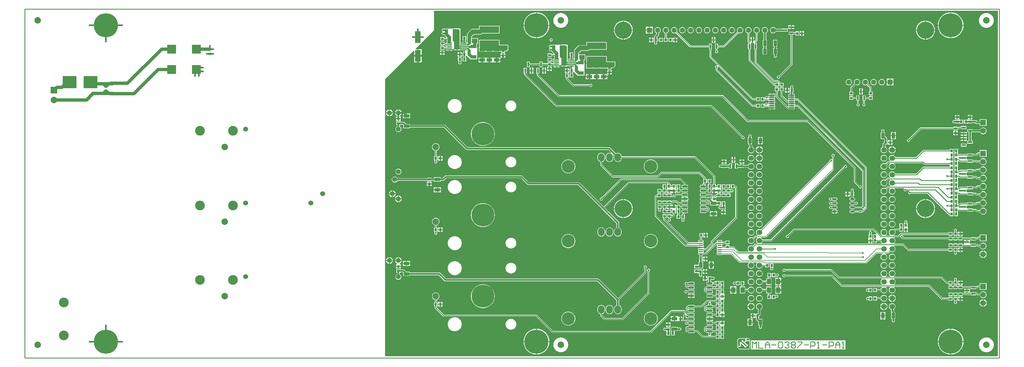
<source format=gtl>
G04 Layer_Physical_Order=1*
G04 Layer_Color=128*
%FSLAX43Y43*%
%MOMM*%
G71*
G01*
G75*
%ADD10R,2.700X2.700*%
%ADD11O,1.400X0.350*%
%ADD12R,6.000X2.000*%
%ADD13R,0.600X1.350*%
%ADD14O,1.450X0.650*%
%ADD15R,1.800X1.340*%
%ADD16R,0.800X0.900*%
G04:AMPARAMS|DCode=17|XSize=0.45mm|YSize=1.6mm|CornerRadius=0.05mm|HoleSize=0mm|Usage=FLASHONLY|Rotation=90.000|XOffset=0mm|YOffset=0mm|HoleType=Round|Shape=RoundedRectangle|*
%AMROUNDEDRECTD17*
21,1,0.450,1.501,0,0,90.0*
21,1,0.351,1.600,0,0,90.0*
1,1,0.099,0.750,0.175*
1,1,0.099,0.750,-0.175*
1,1,0.099,-0.750,-0.175*
1,1,0.099,-0.750,0.175*
%
%ADD17ROUNDEDRECTD17*%
%ADD18R,4.240X3.810*%
%ADD19R,1.800X3.550*%
%ADD20C,2.000*%
G04:AMPARAMS|DCode=21|XSize=0.65mm|YSize=1.65mm|CornerRadius=0.049mm|HoleSize=0mm|Usage=FLASHONLY|Rotation=90.000|XOffset=0mm|YOffset=0mm|HoleType=Round|Shape=RoundedRectangle|*
%AMROUNDEDRECTD21*
21,1,0.650,1.552,0,0,90.0*
21,1,0.552,1.650,0,0,90.0*
1,1,0.098,0.776,0.276*
1,1,0.098,0.776,-0.276*
1,1,0.098,-0.776,-0.276*
1,1,0.098,-0.776,0.276*
%
%ADD21ROUNDEDRECTD21*%
%ADD22R,1.700X1.000*%
%ADD23R,0.900X0.800*%
G04:AMPARAMS|DCode=24|XSize=0.3mm|YSize=1.55mm|CornerRadius=0.05mm|HoleSize=0mm|Usage=FLASHONLY|Rotation=90.000|XOffset=0mm|YOffset=0mm|HoleType=Round|Shape=RoundedRectangle|*
%AMROUNDEDRECTD24*
21,1,0.300,1.451,0,0,90.0*
21,1,0.201,1.550,0,0,90.0*
1,1,0.099,0.726,0.101*
1,1,0.099,0.726,-0.101*
1,1,0.099,-0.726,-0.101*
1,1,0.099,-0.726,0.101*
%
%ADD24ROUNDEDRECTD24*%
G04:AMPARAMS|DCode=25|XSize=1.73mm|YSize=1.9mm|CornerRadius=0.052mm|HoleSize=0mm|Usage=FLASHONLY|Rotation=0.000|XOffset=0mm|YOffset=0mm|HoleType=Round|Shape=RoundedRectangle|*
%AMROUNDEDRECTD25*
21,1,1.730,1.796,0,0,0.0*
21,1,1.626,1.900,0,0,0.0*
1,1,0.104,0.813,-0.898*
1,1,0.104,-0.813,-0.898*
1,1,0.104,-0.813,0.898*
1,1,0.104,0.813,0.898*
%
%ADD25ROUNDEDRECTD25*%
%ADD26R,1.350X0.600*%
%ADD27R,1.340X1.800*%
%ADD28R,1.000X1.700*%
%ADD29C,0.500*%
%ADD30C,0.250*%
%ADD31C,0.150*%
%ADD32C,0.300*%
%ADD33C,1.000*%
%ADD34C,0.200*%
%ADD35C,0.400*%
%ADD36C,0.254*%
%ADD37O,2.000X2.500*%
%ADD38C,7.000*%
%ADD39C,1.524*%
%ADD40C,3.000*%
%ADD41C,1.600*%
%ADD42R,1.600X1.600*%
%ADD43C,7.400*%
%ADD44C,5.300*%
%ADD45C,1.700*%
%ADD46R,1.750X1.750*%
%ADD47C,1.750*%
%ADD48C,4.000*%
%ADD49R,2.000X2.000*%
%ADD50C,1.800*%
%ADD51R,1.800X1.800*%
%ADD52C,0.600*%
G36*
X299500Y500D02*
X110900D01*
Y85900D01*
X119684Y94684D01*
X119846Y94617D01*
Y93252D01*
X120873D01*
Y95154D01*
X120383D01*
X120316Y95316D01*
X121950Y96950D01*
X122050D01*
Y97050D01*
X126000Y101000D01*
X126000Y107000D01*
X299500D01*
Y500D01*
D02*
G37*
%LPC*%
G36*
X209473Y37673D02*
X208946D01*
Y37096D01*
X209473D01*
Y37673D01*
D02*
G37*
G36*
X210254D02*
X209727D01*
Y37096D01*
X210254D01*
Y37673D01*
D02*
G37*
G36*
X289898Y36254D02*
X289096D01*
Y35827D01*
X289898D01*
Y36254D01*
D02*
G37*
G36*
X290954D02*
X290152D01*
Y35827D01*
X290954D01*
Y36254D01*
D02*
G37*
G36*
X287873Y38073D02*
X287296D01*
Y37546D01*
X287873D01*
Y38073D01*
D02*
G37*
G36*
X288704D02*
X288127D01*
Y37546D01*
X288704D01*
Y38073D01*
D02*
G37*
G36*
X177450Y40210D02*
X177150Y40170D01*
X176870Y40055D01*
X176630Y39870D01*
X176445Y39630D01*
X176330Y39350D01*
X176290Y39050D01*
Y38550D01*
X176330Y38250D01*
X176445Y37970D01*
X176630Y37730D01*
X176870Y37545D01*
X177150Y37430D01*
X177450Y37390D01*
X177750Y37430D01*
X178030Y37545D01*
X178270Y37730D01*
X178455Y37970D01*
X178570Y38250D01*
X178610Y38550D01*
Y39050D01*
X178570Y39350D01*
X178455Y39630D01*
X178270Y39870D01*
X178030Y40055D01*
X177750Y40170D01*
X177450Y40210D01*
D02*
G37*
G36*
X180000D02*
X179700Y40170D01*
X179420Y40055D01*
X179180Y39870D01*
X178995Y39630D01*
X178880Y39350D01*
X178840Y39050D01*
Y38550D01*
X178880Y38250D01*
X178995Y37970D01*
X179180Y37730D01*
X179420Y37545D01*
X179700Y37430D01*
X180000Y37390D01*
X180300Y37430D01*
X180580Y37545D01*
X180820Y37730D01*
X181005Y37970D01*
X181120Y38250D01*
X181160Y38550D01*
Y39050D01*
X181120Y39350D01*
X181005Y39630D01*
X180820Y39870D01*
X180580Y40055D01*
X180300Y40170D01*
X180000Y40210D01*
D02*
G37*
G36*
X260954Y35973D02*
X260427D01*
Y35396D01*
X260954D01*
Y35973D01*
D02*
G37*
G36*
X149650Y37008D02*
X149327Y36976D01*
X149016Y36882D01*
X148729Y36729D01*
X148478Y36522D01*
X148271Y36271D01*
X148118Y35984D01*
X148024Y35673D01*
X147992Y35350D01*
X148024Y35027D01*
X148118Y34716D01*
X148271Y34429D01*
X148478Y34178D01*
X148729Y33971D01*
X149016Y33818D01*
X149327Y33724D01*
X149650Y33692D01*
X149973Y33724D01*
X150284Y33818D01*
X150571Y33971D01*
X150822Y34178D01*
X151029Y34429D01*
X151182Y34716D01*
X151276Y35027D01*
X151308Y35350D01*
X151276Y35673D01*
X151182Y35984D01*
X151029Y36271D01*
X150822Y36522D01*
X150571Y36729D01*
X150284Y36882D01*
X149973Y36976D01*
X149650Y37008D01*
D02*
G37*
G36*
X167300Y38160D02*
X166879Y38119D01*
X166473Y37996D01*
X166100Y37796D01*
X165772Y37528D01*
X165504Y37200D01*
X165304Y36827D01*
X165181Y36421D01*
X165140Y36000D01*
X165181Y35579D01*
X165304Y35173D01*
X165504Y34800D01*
X165772Y34472D01*
X166100Y34204D01*
X166473Y34004D01*
X166879Y33881D01*
X167300Y33840D01*
X167721Y33881D01*
X168127Y34004D01*
X168500Y34204D01*
X168828Y34472D01*
X169096Y34800D01*
X169296Y35173D01*
X169419Y35579D01*
X169460Y36000D01*
X169419Y36421D01*
X169296Y36827D01*
X169096Y37200D01*
X168828Y37528D01*
X168500Y37796D01*
X168127Y37996D01*
X167721Y38119D01*
X167300Y38160D01*
D02*
G37*
G36*
X287873Y33954D02*
X287296D01*
Y33427D01*
X287873D01*
Y33954D01*
D02*
G37*
G36*
X288704D02*
X288127D01*
Y33427D01*
X288704D01*
Y33954D01*
D02*
G37*
G36*
X260173Y35973D02*
X259646D01*
Y35396D01*
X260173D01*
Y35973D01*
D02*
G37*
G36*
X132350Y37510D02*
X131929Y37469D01*
X131523Y37346D01*
X131150Y37146D01*
X130822Y36878D01*
X130554Y36550D01*
X130354Y36177D01*
X130231Y35771D01*
X130190Y35350D01*
X130231Y34929D01*
X130354Y34523D01*
X130554Y34150D01*
X130822Y33822D01*
X131150Y33554D01*
X131523Y33354D01*
X131929Y33231D01*
X132350Y33190D01*
X132771Y33231D01*
X133177Y33354D01*
X133550Y33554D01*
X133878Y33822D01*
X134146Y34150D01*
X134346Y34523D01*
X134469Y34929D01*
X134510Y35350D01*
X134469Y35771D01*
X134346Y36177D01*
X134146Y36550D01*
X133878Y36878D01*
X133550Y37146D01*
X133177Y37346D01*
X132771Y37469D01*
X132350Y37510D01*
D02*
G37*
G36*
X192700Y38160D02*
X192279Y38119D01*
X191873Y37996D01*
X191500Y37796D01*
X191172Y37528D01*
X190904Y37200D01*
X190704Y36827D01*
X190581Y36421D01*
X190540Y36000D01*
X190581Y35579D01*
X190704Y35173D01*
X190904Y34800D01*
X191172Y34472D01*
X191500Y34204D01*
X191873Y34004D01*
X192279Y33881D01*
X192700Y33840D01*
X193121Y33881D01*
X193527Y34004D01*
X193900Y34204D01*
X194228Y34472D01*
X194496Y34800D01*
X194696Y35173D01*
X194819Y35579D01*
X194860Y36000D01*
X194819Y36421D01*
X194696Y36827D01*
X194496Y37200D01*
X194228Y37528D01*
X193900Y37796D01*
X193527Y37996D01*
X193121Y38119D01*
X192700Y38160D01*
D02*
G37*
G36*
X290954Y35573D02*
X290025D01*
X289096D01*
Y35155D01*
X289096Y35146D01*
X289073Y34980D01*
X288600D01*
Y35250D01*
X287400D01*
Y34980D01*
X287100D01*
Y35250D01*
X285900D01*
Y34980D01*
X285600D01*
Y35250D01*
X284400D01*
Y34150D01*
X285600D01*
Y34420D01*
X285900D01*
Y34150D01*
X287100D01*
Y34420D01*
X287400D01*
Y34150D01*
X288600D01*
Y34420D01*
X291150D01*
Y34300D01*
X292800D01*
Y34470D01*
X293234D01*
X293442Y34262D01*
X293533Y34201D01*
X293640Y34180D01*
X294007D01*
X294105Y33943D01*
X294269Y33729D01*
X294483Y33565D01*
X294732Y33461D01*
X295000Y33426D01*
X295268Y33461D01*
X295517Y33565D01*
X295731Y33729D01*
X295895Y33943D01*
X295999Y34192D01*
X296034Y34460D01*
X295999Y34728D01*
X295895Y34977D01*
X295731Y35191D01*
X295517Y35355D01*
X295268Y35459D01*
X295000Y35494D01*
X294732Y35459D01*
X294483Y35355D01*
X294269Y35191D01*
X294105Y34977D01*
X294007Y34740D01*
X293756D01*
X293548Y34948D01*
X293457Y35009D01*
X293350Y35030D01*
X292800D01*
Y35200D01*
X291150D01*
Y35004D01*
X291012Y34995D01*
X290957Y35148D01*
X290954Y35163D01*
Y35573D01*
D02*
G37*
G36*
X127773Y40204D02*
X127246D01*
Y39627D01*
X127773D01*
Y40204D01*
D02*
G37*
G36*
X128554D02*
X128027D01*
Y39627D01*
X128554D01*
Y40204D01*
D02*
G37*
G36*
X271073Y39373D02*
X270546D01*
Y38796D01*
X271073D01*
Y39373D01*
D02*
G37*
G36*
X271854D02*
X271327D01*
Y38796D01*
X271854D01*
Y39373D01*
D02*
G37*
G36*
X226100Y42249D02*
X225839Y42214D01*
X225596Y42113D01*
X225387Y41953D01*
X225227Y41744D01*
X225126Y41501D01*
X225091Y41240D01*
X225126Y40979D01*
X225227Y40736D01*
X225387Y40527D01*
X225596Y40367D01*
X225839Y40266D01*
X226100Y40231D01*
X226361Y40266D01*
X226604Y40367D01*
X226813Y40527D01*
X226973Y40736D01*
X227074Y40979D01*
X227109Y41240D01*
X227074Y41501D01*
X226973Y41744D01*
X226813Y41953D01*
X226604Y42113D01*
X226361Y42214D01*
X226100Y42249D01*
D02*
G37*
G36*
X264460D02*
X264199Y42214D01*
X263956Y42113D01*
X263747Y41953D01*
X263586Y41744D01*
X263486Y41501D01*
X263451Y41240D01*
X263486Y40979D01*
X263586Y40736D01*
X263747Y40527D01*
X263956Y40367D01*
X264199Y40266D01*
X264460Y40231D01*
X264721Y40266D01*
X264964Y40367D01*
X265173Y40527D01*
X265333Y40736D01*
X265434Y40979D01*
X265469Y41240D01*
X265434Y41501D01*
X265333Y41744D01*
X265173Y41953D01*
X264964Y42113D01*
X264721Y42214D01*
X264460Y42249D01*
D02*
G37*
G36*
X271200Y42359D02*
X271024Y42324D01*
X270876Y42224D01*
X270776Y42076D01*
X270741Y41900D01*
X270776Y41724D01*
X270809Y41675D01*
X270716Y41500D01*
X270650D01*
X270650Y40336D01*
X270546Y40204D01*
X270546Y40168D01*
Y39627D01*
X271854D01*
X271854Y40204D01*
X271750Y40336D01*
X271750Y40379D01*
Y41500D01*
X271684D01*
X271591Y41675D01*
X271624Y41724D01*
X271659Y41900D01*
X271624Y42076D01*
X271524Y42224D01*
X271376Y42324D01*
X271200Y42359D01*
D02*
G37*
G36*
X223560Y42249D02*
X223299Y42214D01*
X223056Y42113D01*
X222847Y41953D01*
X222686Y41744D01*
X222586Y41501D01*
X222551Y41240D01*
X222586Y40979D01*
X222686Y40736D01*
X222847Y40527D01*
X223056Y40367D01*
X223299Y40266D01*
X223560Y40231D01*
X223821Y40266D01*
X224064Y40367D01*
X224273Y40527D01*
X224433Y40736D01*
X224534Y40979D01*
X224569Y41240D01*
X224534Y41501D01*
X224433Y41744D01*
X224273Y41953D01*
X224064Y42113D01*
X223821Y42214D01*
X223560Y42249D01*
D02*
G37*
G36*
X128554Y39373D02*
X128027D01*
Y38796D01*
X128554D01*
Y39373D01*
D02*
G37*
G36*
X209473Y38504D02*
X208946D01*
Y37927D01*
X209473D01*
Y38504D01*
D02*
G37*
G36*
X210254D02*
X209727D01*
Y37927D01*
X210254D01*
Y38504D01*
D02*
G37*
G36*
X286500Y39759D02*
X286324Y39724D01*
X286176Y39624D01*
X286076Y39476D01*
X286041Y39300D01*
X286076Y39124D01*
X286176Y38976D01*
X286220Y38946D01*
Y38750D01*
X285900D01*
Y37650D01*
X287100D01*
Y38750D01*
X286780D01*
Y38946D01*
X286824Y38976D01*
X286924Y39124D01*
X286959Y39300D01*
X286924Y39476D01*
X286824Y39624D01*
X286676Y39724D01*
X286500Y39759D01*
D02*
G37*
G36*
X223560Y39709D02*
X223299Y39674D01*
X223056Y39573D01*
X222847Y39413D01*
X222686Y39204D01*
X222586Y38961D01*
X222551Y38700D01*
X222586Y38439D01*
X222686Y38196D01*
X222847Y37987D01*
X223056Y37826D01*
X223299Y37726D01*
X223560Y37691D01*
X223821Y37726D01*
X224064Y37826D01*
X224273Y37987D01*
X224433Y38196D01*
X224534Y38439D01*
X224569Y38700D01*
X224534Y38961D01*
X224433Y39204D01*
X224273Y39413D01*
X224064Y39573D01*
X223821Y39674D01*
X223560Y39709D01*
D02*
G37*
G36*
X288704Y38854D02*
X288127D01*
Y38327D01*
X288704D01*
Y38854D01*
D02*
G37*
G36*
X127773Y39373D02*
X127246D01*
Y38796D01*
X127773D01*
Y39373D01*
D02*
G37*
G36*
X126500Y43160D02*
X126200Y43120D01*
X125920Y43005D01*
X125680Y42820D01*
X125495Y42580D01*
X125380Y42300D01*
X125340Y42000D01*
X125380Y41700D01*
X125495Y41420D01*
X125680Y41180D01*
X125920Y40995D01*
X126200Y40880D01*
X126220Y40877D01*
Y40100D01*
X125950D01*
Y38900D01*
X126126D01*
X126176Y38725D01*
X126176Y38724D01*
X126076Y38576D01*
X126041Y38400D01*
X126076Y38224D01*
X126176Y38076D01*
X126324Y37976D01*
X126500Y37941D01*
X126676Y37976D01*
X126824Y38076D01*
X126924Y38224D01*
X126959Y38400D01*
X126924Y38576D01*
X126824Y38724D01*
X126824Y38725D01*
X126874Y38900D01*
X127050D01*
Y40100D01*
X126780D01*
Y40877D01*
X126800Y40880D01*
X127080Y40995D01*
X127320Y41180D01*
X127505Y41420D01*
X127620Y41700D01*
X127660Y42000D01*
X127620Y42300D01*
X127505Y42580D01*
X127320Y42820D01*
X127080Y43005D01*
X126800Y43120D01*
X126500Y43160D01*
D02*
G37*
G36*
X287873Y38854D02*
X287296D01*
Y38327D01*
X287873D01*
Y38854D01*
D02*
G37*
G36*
X117373Y28973D02*
X116396D01*
Y28346D01*
X117373D01*
Y28973D01*
D02*
G37*
G36*
X118604D02*
X117627D01*
Y28346D01*
X118604D01*
Y28973D01*
D02*
G37*
G36*
X115704Y28073D02*
X115127D01*
Y27546D01*
X115704D01*
Y28073D01*
D02*
G37*
G36*
X116008Y29873D02*
X115000D01*
X113992D01*
X114010Y29735D01*
X114113Y29488D01*
X114275Y29275D01*
X114488Y29113D01*
X114689Y29029D01*
X114654Y28854D01*
X114296D01*
Y28327D01*
X115000D01*
X115704D01*
Y28854D01*
X115346D01*
X115311Y29029D01*
X115512Y29113D01*
X115725Y29275D01*
X115887Y29488D01*
X115990Y29735D01*
X116008Y29873D01*
D02*
G37*
G36*
X112123D02*
X111242D01*
X111260Y29735D01*
X111363Y29488D01*
X111525Y29275D01*
X111738Y29113D01*
X111985Y29010D01*
X112123Y28992D01*
Y29873D01*
D02*
G37*
G36*
X113258D02*
X112377D01*
Y28992D01*
X112515Y29010D01*
X112762Y29113D01*
X112975Y29275D01*
X113137Y29488D01*
X113240Y29735D01*
X113258Y29873D01*
D02*
G37*
G36*
X211173Y29704D02*
X210546D01*
Y28727D01*
X211173D01*
Y29704D01*
D02*
G37*
G36*
X212054D02*
X211427D01*
Y28727D01*
X212054D01*
Y29704D01*
D02*
G37*
G36*
X114873Y28073D02*
X114296D01*
Y27546D01*
X114873D01*
Y28073D01*
D02*
G37*
G36*
X209273Y27304D02*
X208746D01*
Y26727D01*
X209273D01*
Y27304D01*
D02*
G37*
G36*
X210054D02*
X209527D01*
Y26727D01*
X210054D01*
Y27304D01*
D02*
G37*
G36*
Y26473D02*
X209527D01*
Y25896D01*
X210054D01*
Y26473D01*
D02*
G37*
G36*
X149650Y29308D02*
X149327Y29276D01*
X149016Y29182D01*
X148729Y29029D01*
X148478Y28822D01*
X148271Y28571D01*
X148118Y28284D01*
X148024Y27973D01*
X147992Y27650D01*
X148024Y27327D01*
X148118Y27016D01*
X148271Y26729D01*
X148478Y26478D01*
X148729Y26271D01*
X149016Y26118D01*
X149327Y26024D01*
X149650Y25992D01*
X149973Y26024D01*
X150284Y26118D01*
X150571Y26271D01*
X150822Y26478D01*
X151029Y26729D01*
X151182Y27016D01*
X151276Y27327D01*
X151308Y27650D01*
X151276Y27973D01*
X151182Y28284D01*
X151029Y28571D01*
X150822Y28822D01*
X150571Y29029D01*
X150284Y29182D01*
X149973Y29276D01*
X149650Y29308D01*
D02*
G37*
G36*
X264460Y29549D02*
X264199Y29514D01*
X263956Y29413D01*
X263747Y29253D01*
X263586Y29044D01*
X263486Y28801D01*
X263451Y28540D01*
X263486Y28279D01*
X263586Y28036D01*
X263747Y27827D01*
X263956Y27667D01*
X264199Y27566D01*
X264460Y27531D01*
X264721Y27566D01*
X264964Y27667D01*
X265173Y27827D01*
X265333Y28036D01*
X265434Y28279D01*
X265469Y28540D01*
X265434Y28801D01*
X265333Y29044D01*
X265173Y29253D01*
X264964Y29413D01*
X264721Y29514D01*
X264460Y29549D01*
D02*
G37*
G36*
X267000D02*
X266739Y29514D01*
X266496Y29413D01*
X266287Y29253D01*
X266126Y29044D01*
X266026Y28801D01*
X265991Y28540D01*
X266026Y28279D01*
X266126Y28036D01*
X266287Y27827D01*
X266496Y27667D01*
X266739Y27566D01*
X267000Y27531D01*
X267261Y27566D01*
X267504Y27667D01*
X267713Y27827D01*
X267874Y28036D01*
X267974Y28279D01*
X268009Y28540D01*
X267974Y28801D01*
X267874Y29044D01*
X267713Y29253D01*
X267504Y29413D01*
X267261Y29514D01*
X267000Y29549D01*
D02*
G37*
G36*
X211173Y28473D02*
X210546D01*
Y27496D01*
X211173D01*
Y28473D01*
D02*
G37*
G36*
X212054D02*
X211427D01*
Y27496D01*
X212054D01*
Y28473D01*
D02*
G37*
G36*
X117373Y29854D02*
X116396D01*
Y29227D01*
X117373D01*
Y29854D01*
D02*
G37*
G36*
X296122Y31793D02*
X295127D01*
Y30798D01*
X295295Y30820D01*
X295569Y30934D01*
X295805Y31115D01*
X295986Y31351D01*
X296100Y31625D01*
X296122Y31793D01*
D02*
G37*
G36*
X287100Y33850D02*
X285900D01*
Y32750D01*
X286220D01*
Y32554D01*
X286176Y32524D01*
X286076Y32376D01*
X286041Y32200D01*
X286076Y32024D01*
X286176Y31876D01*
X286324Y31776D01*
X286500Y31741D01*
X286676Y31776D01*
X286824Y31876D01*
X286924Y32024D01*
X286959Y32200D01*
X286924Y32376D01*
X286824Y32524D01*
X286780Y32554D01*
Y32750D01*
X287100D01*
Y33850D01*
D02*
G37*
G36*
X210154Y31204D02*
X209627D01*
Y30627D01*
X210154D01*
Y31204D01*
D02*
G37*
G36*
X294873Y31793D02*
X293878D01*
X293900Y31625D01*
X294014Y31351D01*
X294195Y31115D01*
X294431Y30934D01*
X294705Y30820D01*
X294873Y30798D01*
Y31793D01*
D02*
G37*
G36*
X287873Y33173D02*
X287296D01*
Y32646D01*
X287873D01*
Y33173D01*
D02*
G37*
G36*
X288704D02*
X288127D01*
Y32646D01*
X288704D01*
Y33173D01*
D02*
G37*
G36*
X294873Y33042D02*
X294705Y33020D01*
X294431Y32906D01*
X294195Y32725D01*
X294014Y32489D01*
X293900Y32215D01*
X293878Y32047D01*
X294873D01*
Y33042D01*
D02*
G37*
G36*
X295127Y33042D02*
Y32047D01*
X296122D01*
X296100Y32215D01*
X295986Y32489D01*
X295805Y32725D01*
X295569Y32906D01*
X295295Y33020D01*
X295127Y33042D01*
D02*
G37*
G36*
X209373Y31204D02*
X208846D01*
Y30627D01*
X209373D01*
Y31204D01*
D02*
G37*
G36*
X210154Y30373D02*
X209627D01*
Y29796D01*
X210154D01*
Y30373D01*
D02*
G37*
G36*
X267000Y32089D02*
X266739Y32054D01*
X266496Y31953D01*
X266287Y31793D01*
X266126Y31584D01*
X266026Y31341D01*
X265991Y31080D01*
X266026Y30819D01*
X266126Y30576D01*
X266287Y30367D01*
X266496Y30206D01*
X266739Y30106D01*
X267000Y30071D01*
X267261Y30106D01*
X267504Y30206D01*
X267713Y30367D01*
X267874Y30576D01*
X267974Y30819D01*
X268009Y31080D01*
X267974Y31341D01*
X267874Y31584D01*
X267713Y31793D01*
X267504Y31953D01*
X267261Y32054D01*
X267000Y32089D01*
D02*
G37*
G36*
X118604Y29854D02*
X117627D01*
Y29227D01*
X118604D01*
Y29854D01*
D02*
G37*
G36*
X209373Y30373D02*
X208846D01*
Y29796D01*
X209373D01*
Y30373D01*
D02*
G37*
G36*
X115127Y31008D02*
Y30127D01*
X116008D01*
X115990Y30265D01*
X115887Y30512D01*
X115725Y30725D01*
X115512Y30887D01*
X115265Y30990D01*
X115127Y31008D01*
D02*
G37*
G36*
X112377Y31008D02*
Y30127D01*
X113258D01*
X113240Y30265D01*
X113137Y30512D01*
X112975Y30725D01*
X112762Y30887D01*
X112515Y30990D01*
X112377Y31008D01*
D02*
G37*
G36*
X112123Y31008D02*
X111985Y30990D01*
X111738Y30887D01*
X111525Y30725D01*
X111363Y30512D01*
X111260Y30265D01*
X111242Y30127D01*
X112123D01*
Y31008D01*
D02*
G37*
G36*
X114873Y31008D02*
X114735Y30990D01*
X114488Y30887D01*
X114275Y30725D01*
X114113Y30512D01*
X114010Y30265D01*
X113992Y30127D01*
X114873D01*
Y31008D01*
D02*
G37*
G36*
X267000Y42249D02*
X266739Y42214D01*
X266496Y42113D01*
X266287Y41953D01*
X266126Y41744D01*
X266026Y41501D01*
X265991Y41240D01*
X266026Y40979D01*
X266126Y40736D01*
X266287Y40527D01*
X266496Y40367D01*
X266739Y40266D01*
X267000Y40231D01*
X267261Y40266D01*
X267504Y40367D01*
X267713Y40527D01*
X267874Y40736D01*
X267974Y40979D01*
X268009Y41240D01*
X267974Y41501D01*
X267874Y41744D01*
X267713Y41953D01*
X267504Y42113D01*
X267261Y42214D01*
X267000Y42249D01*
D02*
G37*
G36*
Y49869D02*
X266739Y49834D01*
X266496Y49733D01*
X266287Y49573D01*
X266126Y49364D01*
X266026Y49121D01*
X265991Y48860D01*
X266026Y48599D01*
X266126Y48356D01*
X266287Y48147D01*
X266496Y47986D01*
X266739Y47886D01*
X267000Y47851D01*
X267261Y47886D01*
X267504Y47986D01*
X267713Y48147D01*
X267874Y48356D01*
X267974Y48599D01*
X268009Y48860D01*
X267974Y49121D01*
X267874Y49364D01*
X267713Y49573D01*
X267504Y49733D01*
X267261Y49834D01*
X267000Y49869D01*
D02*
G37*
G36*
X249675Y48119D02*
X248875D01*
X248690Y48082D01*
X248550Y47989D01*
X248504Y47974D01*
X248359Y47959D01*
X248211Y48059D01*
X248035Y48094D01*
X247859Y48059D01*
X247711Y47959D01*
X247611Y47811D01*
X247576Y47635D01*
X247611Y47459D01*
X247711Y47311D01*
X247859Y47211D01*
X248035Y47176D01*
X248211Y47211D01*
X248359Y47311D01*
X248504Y47296D01*
X248550Y47281D01*
X248690Y47188D01*
X248875Y47151D01*
X249675D01*
X249860Y47188D01*
X250017Y47293D01*
X250122Y47450D01*
X250159Y47635D01*
X250122Y47820D01*
X250017Y47977D01*
X249860Y48082D01*
X249675Y48119D01*
D02*
G37*
G36*
X226100Y49869D02*
X225839Y49834D01*
X225596Y49733D01*
X225387Y49573D01*
X225227Y49364D01*
X225126Y49121D01*
X225091Y48860D01*
X225126Y48599D01*
X225227Y48356D01*
X225387Y48147D01*
X225596Y47986D01*
X225839Y47886D01*
X226100Y47851D01*
X226361Y47886D01*
X226604Y47986D01*
X226813Y48147D01*
X226973Y48356D01*
X227074Y48599D01*
X227109Y48860D01*
X227074Y49121D01*
X226973Y49364D01*
X226813Y49573D01*
X226604Y49733D01*
X226361Y49834D01*
X226100Y49869D01*
D02*
G37*
G36*
X264460D02*
X264199Y49834D01*
X263956Y49733D01*
X263747Y49573D01*
X263586Y49364D01*
X263486Y49121D01*
X263451Y48860D01*
X263486Y48599D01*
X263586Y48356D01*
X263747Y48147D01*
X263956Y47986D01*
X264199Y47886D01*
X264460Y47851D01*
X264721Y47886D01*
X264964Y47986D01*
X265173Y48147D01*
X265333Y48356D01*
X265434Y48599D01*
X265469Y48860D01*
X265434Y49121D01*
X265333Y49364D01*
X265173Y49573D01*
X264964Y49733D01*
X264721Y49834D01*
X264460Y49869D01*
D02*
G37*
G36*
X200700Y48480D02*
X199500D01*
X199393Y48459D01*
X199302Y48398D01*
X199175Y48272D01*
X199000Y48344D01*
Y48450D01*
X197800D01*
Y48180D01*
X197500D01*
Y48450D01*
X196300D01*
Y48180D01*
X196000D01*
Y48450D01*
X194800D01*
Y47350D01*
X196000D01*
Y47620D01*
X196300D01*
Y47350D01*
X197500D01*
Y47620D01*
X197800D01*
Y47350D01*
X199000D01*
Y47620D01*
X199200D01*
X199307Y47641D01*
X199398Y47702D01*
X199616Y47920D01*
X200584D01*
X200972Y47532D01*
X201063Y47471D01*
X201170Y47450D01*
X202197D01*
X202212Y47376D01*
X202255Y47310D01*
X202321Y47267D01*
X202399Y47251D01*
X203951D01*
X204029Y47267D01*
X204095Y47310D01*
X204138Y47376D01*
X204154Y47454D01*
Y48006D01*
X204138Y48084D01*
X204095Y48150D01*
X204029Y48193D01*
X203951Y48209D01*
X202399D01*
X202321Y48193D01*
X202255Y48150D01*
X202212Y48084D01*
X202197Y48010D01*
X201286D01*
X200898Y48398D01*
X200807Y48459D01*
X200700Y48480D01*
D02*
G37*
G36*
X203048Y48873D02*
X202090D01*
Y48724D01*
X202114Y48606D01*
X202180Y48505D01*
X202281Y48439D01*
X202399Y48415D01*
X203048D01*
Y48873D01*
D02*
G37*
G36*
X114873Y48873D02*
X113992D01*
X114010Y48735D01*
X114113Y48488D01*
X114275Y48275D01*
X114488Y48113D01*
X114735Y48010D01*
X114873Y47992D01*
Y48873D01*
D02*
G37*
G36*
X116008D02*
X115127D01*
Y47992D01*
X115265Y48010D01*
X115512Y48113D01*
X115725Y48275D01*
X115887Y48488D01*
X115990Y48735D01*
X116008Y48873D01*
D02*
G37*
G36*
X223560Y49869D02*
X223299Y49834D01*
X223056Y49733D01*
X222847Y49573D01*
X222686Y49364D01*
X222586Y49121D01*
X222551Y48860D01*
X222586Y48599D01*
X222686Y48356D01*
X222847Y48147D01*
X223056Y47986D01*
X223299Y47886D01*
X223560Y47851D01*
X223821Y47886D01*
X224064Y47986D01*
X224273Y48147D01*
X224433Y48356D01*
X224534Y48599D01*
X224569Y48860D01*
X224534Y49121D01*
X224433Y49364D01*
X224273Y49573D01*
X224064Y49733D01*
X223821Y49834D01*
X223560Y49869D01*
D02*
G37*
G36*
X199927Y47204D02*
Y46627D01*
X200454D01*
Y47204D01*
X199927D01*
D02*
G37*
G36*
X198273Y47154D02*
X197696D01*
Y46627D01*
X198273D01*
Y47154D01*
D02*
G37*
G36*
X277397Y48903D02*
Y46127D01*
X280173D01*
X280147Y46456D01*
X280040Y46900D01*
X279865Y47322D01*
X279627Y47712D01*
X279330Y48060D01*
X278982Y48357D01*
X278592Y48595D01*
X278170Y48770D01*
X277726Y48877D01*
X277397Y48903D01*
D02*
G37*
G36*
X233600Y83350D02*
X232400D01*
Y82250D01*
X232720D01*
Y80700D01*
X232741Y80593D01*
X232802Y80502D01*
X234502Y78802D01*
X234593Y78741D01*
X234700Y78720D01*
X234870D01*
X234994Y78545D01*
X234990Y78525D01*
Y78477D01*
X236050D01*
X237110D01*
Y78525D01*
X237086Y78644D01*
X237019Y78744D01*
X236992Y78763D01*
X237004Y78825D01*
Y79175D01*
X236988Y79253D01*
X237084Y79421D01*
X237855D01*
X258671Y58605D01*
Y46448D01*
X258640Y46407D01*
X258615Y46406D01*
X258444Y46496D01*
X258344Y46644D01*
X258249Y46708D01*
Y57680D01*
X258249Y57680D01*
X258232Y57768D01*
X258182Y57842D01*
X238162Y77862D01*
X238088Y77912D01*
X238000Y77929D01*
X237212D01*
X237174Y77967D01*
X237096Y78104D01*
X237110Y78175D01*
Y78223D01*
X236050D01*
X234990D01*
Y78175D01*
X235014Y78056D01*
X235081Y77956D01*
X235108Y77937D01*
X235096Y77876D01*
Y77548D01*
X235041Y77506D01*
X234929Y77468D01*
X231780Y80616D01*
Y82250D01*
X232100D01*
Y83350D01*
X230900D01*
Y82250D01*
X231220D01*
Y80500D01*
X231241Y80393D01*
X231302Y80302D01*
X234752Y76852D01*
X234843Y76791D01*
X234950Y76770D01*
X235130D01*
X235156Y76731D01*
X235222Y76687D01*
X235299Y76671D01*
X236800D01*
X236878Y76687D01*
X236944Y76731D01*
X236988Y76797D01*
X237004Y76875D01*
Y77226D01*
X236988Y77303D01*
X237084Y77471D01*
X237905D01*
X257791Y57585D01*
Y46708D01*
X257696Y46644D01*
X257632Y46549D01*
X255573D01*
X255572Y46550D01*
X255467Y46707D01*
X255310Y46812D01*
X255125Y46849D01*
X254325D01*
X254140Y46812D01*
X253983Y46707D01*
X253878Y46550D01*
X253841Y46365D01*
X253878Y46180D01*
X253983Y46023D01*
X254140Y45918D01*
X254325Y45881D01*
X255125D01*
X255310Y45918D01*
X255467Y46023D01*
X255513Y46091D01*
X257632D01*
X257696Y45996D01*
X257844Y45896D01*
X257994Y45866D01*
X258042Y45784D01*
X258068Y45692D01*
X257740Y45364D01*
X257547Y45378D01*
X257519Y45419D01*
X257371Y45519D01*
X257195Y45554D01*
X257019Y45519D01*
X256871Y45419D01*
X256807Y45324D01*
X255543D01*
X255467Y45437D01*
X255310Y45542D01*
X255125Y45579D01*
X254325D01*
X254140Y45542D01*
X253983Y45437D01*
X253878Y45280D01*
X253841Y45095D01*
X253878Y44910D01*
X253983Y44753D01*
X254140Y44648D01*
X254325Y44611D01*
X255125D01*
X255310Y44648D01*
X255467Y44753D01*
X255543Y44866D01*
X256807D01*
X256871Y44771D01*
X257019Y44671D01*
X257195Y44636D01*
X257371Y44671D01*
X257519Y44771D01*
X257583Y44866D01*
X257795D01*
X257883Y44883D01*
X257957Y44933D01*
X259062Y46038D01*
X259112Y46112D01*
X259129Y46200D01*
Y58700D01*
X259129Y58700D01*
X259112Y58788D01*
X259062Y58862D01*
X238112Y79812D01*
X238038Y79862D01*
X237950Y79879D01*
X237212D01*
X237174Y79917D01*
X237096Y80054D01*
X237110Y80125D01*
Y80173D01*
X236050D01*
X234990D01*
Y80125D01*
X235014Y80006D01*
X235081Y79906D01*
X235108Y79887D01*
X235096Y79826D01*
Y79475D01*
X235100Y79455D01*
X235013Y79310D01*
X234979Y79280D01*
X234816D01*
X233280Y80816D01*
Y82250D01*
X233600D01*
Y83350D01*
D02*
G37*
G36*
X255125Y48119D02*
X254325D01*
X254140Y48082D01*
X253983Y47977D01*
X253878Y47820D01*
X253841Y47635D01*
X253878Y47450D01*
X253983Y47293D01*
X254140Y47188D01*
X254325Y47151D01*
X255125D01*
X255310Y47188D01*
X255460Y47287D01*
X255483Y47294D01*
X255641Y47311D01*
X255789Y47211D01*
X255965Y47176D01*
X256141Y47211D01*
X256289Y47311D01*
X256389Y47459D01*
X256424Y47635D01*
X256389Y47811D01*
X256289Y47959D01*
X256141Y48059D01*
X255965Y48094D01*
X255789Y48059D01*
X255641Y47959D01*
X255483Y47976D01*
X255460Y47983D01*
X255310Y48082D01*
X255125Y48119D01*
D02*
G37*
G36*
X209601Y48209D02*
X208049D01*
X207971Y48193D01*
X207905Y48150D01*
X207862Y48084D01*
X207846Y48006D01*
Y47454D01*
X207862Y47376D01*
X207905Y47310D01*
X207971Y47267D01*
X208049Y47251D01*
X209601D01*
X209679Y47267D01*
X209745Y47310D01*
X209772Y47351D01*
X209859Y47378D01*
X209884Y47383D01*
X209970Y47390D01*
X210094Y47306D01*
X210270Y47271D01*
X210446Y47306D01*
X210594Y47406D01*
X210694Y47554D01*
X210729Y47730D01*
X210694Y47906D01*
X210594Y48054D01*
X210446Y48154D01*
X210270Y48189D01*
X210094Y48154D01*
X209970Y48070D01*
X209884Y48077D01*
X209859Y48082D01*
X209772Y48109D01*
X209745Y48150D01*
X209679Y48193D01*
X209601Y48209D01*
D02*
G37*
G36*
X249675Y46849D02*
X248875D01*
X248690Y46812D01*
X248540Y46713D01*
X248517Y46706D01*
X248359Y46689D01*
X248211Y46789D01*
X248035Y46824D01*
X247859Y46789D01*
X247711Y46689D01*
X247611Y46541D01*
X247576Y46365D01*
X247611Y46189D01*
X247711Y46041D01*
X247859Y45941D01*
X248035Y45906D01*
X248211Y45941D01*
X248359Y46041D01*
X248517Y46024D01*
X248540Y46017D01*
X248690Y45918D01*
X248875Y45881D01*
X249675D01*
X249860Y45918D01*
X250017Y46023D01*
X250122Y46180D01*
X250159Y46365D01*
X250122Y46550D01*
X250017Y46707D01*
X249860Y46812D01*
X249675Y46849D01*
D02*
G37*
G36*
X215650Y48200D02*
X214550D01*
Y47000D01*
X214550Y47000D01*
X214550D01*
X214500Y46850D01*
X214421Y46708D01*
X214200D01*
X214176Y46724D01*
X214000Y46759D01*
X213824Y46724D01*
X213676Y46624D01*
X213576Y46476D01*
X213541Y46300D01*
X213576Y46124D01*
X213676Y45976D01*
X213824Y45876D01*
X214000Y45841D01*
X214176Y45876D01*
X214200Y45892D01*
X214500D01*
Y45750D01*
X215700D01*
Y46846D01*
X215700Y46850D01*
X215700D01*
X215650Y47000D01*
X215650Y47000D01*
Y48200D01*
D02*
G37*
G36*
X204260Y48873D02*
X203302D01*
Y48415D01*
X203951D01*
X204069Y48439D01*
X204170Y48505D01*
X204236Y48606D01*
X204260Y48724D01*
Y48873D01*
D02*
G37*
G36*
X253954Y50373D02*
X253427D01*
Y49796D01*
X253954D01*
Y50373D01*
D02*
G37*
G36*
X203951Y50749D02*
X202399D01*
X202321Y50733D01*
X202255Y50690D01*
X202212Y50624D01*
X202197Y50550D01*
X200570D01*
X200463Y50529D01*
X200372Y50468D01*
X200084Y50180D01*
X199516D01*
X199398Y50298D01*
X199307Y50359D01*
X199200Y50380D01*
X199000D01*
Y50650D01*
X197800D01*
Y50380D01*
X197500D01*
Y50650D01*
X196300D01*
Y49550D01*
X197500D01*
Y49820D01*
X197800D01*
Y49550D01*
X199000D01*
Y49656D01*
X199175Y49728D01*
X199202Y49702D01*
X199293Y49641D01*
X199400Y49620D01*
X200200D01*
X200307Y49641D01*
X200398Y49702D01*
X200686Y49990D01*
X202197D01*
X202212Y49916D01*
X202255Y49850D01*
X202321Y49807D01*
X202399Y49791D01*
X203951D01*
X204029Y49807D01*
X204095Y49850D01*
X204138Y49916D01*
X204154Y49994D01*
Y50546D01*
X204138Y50624D01*
X204095Y50690D01*
X204029Y50733D01*
X203951Y50749D01*
D02*
G37*
G36*
X114128Y50443D02*
X113247D01*
Y49562D01*
X113385Y49580D01*
X113632Y49683D01*
X113845Y49845D01*
X114007Y50058D01*
X114110Y50305D01*
X114128Y50443D01*
D02*
G37*
G36*
X253173Y50373D02*
X252646D01*
Y49796D01*
X253173D01*
Y50373D01*
D02*
G37*
G36*
X132350Y54810D02*
X131929Y54769D01*
X131523Y54646D01*
X131150Y54446D01*
X130822Y54178D01*
X130554Y53850D01*
X130354Y53477D01*
X130231Y53071D01*
X130190Y52650D01*
X130231Y52229D01*
X130354Y51823D01*
X130554Y51450D01*
X130822Y51122D01*
X131150Y50854D01*
X131523Y50654D01*
X131929Y50531D01*
X132350Y50490D01*
X132771Y50531D01*
X133177Y50654D01*
X133550Y50854D01*
X133878Y51122D01*
X134146Y51450D01*
X134346Y51823D01*
X134469Y52229D01*
X134510Y52650D01*
X134469Y53071D01*
X134346Y53477D01*
X134146Y53850D01*
X133878Y54178D01*
X133550Y54446D01*
X133177Y54646D01*
X132771Y54769D01*
X132350Y54810D01*
D02*
G37*
G36*
X253173Y51204D02*
X252646D01*
Y50627D01*
X253173D01*
Y51204D01*
D02*
G37*
G36*
X223560Y52409D02*
X223299Y52374D01*
X223056Y52273D01*
X222847Y52113D01*
X222686Y51904D01*
X222586Y51661D01*
X222551Y51400D01*
X222586Y51139D01*
X222686Y50896D01*
X222847Y50687D01*
X223056Y50527D01*
X223299Y50426D01*
X223560Y50391D01*
X223821Y50426D01*
X224064Y50527D01*
X224273Y50687D01*
X224433Y50896D01*
X224534Y51139D01*
X224569Y51400D01*
X224534Y51661D01*
X224433Y51904D01*
X224273Y52113D01*
X224064Y52273D01*
X223821Y52374D01*
X223560Y52409D01*
D02*
G37*
G36*
X226100D02*
X225839Y52374D01*
X225596Y52273D01*
X225387Y52113D01*
X225227Y51904D01*
X225126Y51661D01*
X225091Y51400D01*
X225126Y51139D01*
X225227Y50896D01*
X225387Y50687D01*
X225596Y50527D01*
X225839Y50426D01*
X226100Y50391D01*
X226361Y50426D01*
X226604Y50527D01*
X226813Y50687D01*
X226973Y50896D01*
X227074Y51139D01*
X227109Y51400D01*
X227074Y51661D01*
X226973Y51904D01*
X226813Y52113D01*
X226604Y52273D01*
X226361Y52374D01*
X226100Y52409D01*
D02*
G37*
G36*
X112993Y50443D02*
X112112D01*
X112130Y50305D01*
X112233Y50058D01*
X112395Y49845D01*
X112608Y49683D01*
X112855Y49580D01*
X112993Y49562D01*
Y50443D01*
D02*
G37*
G36*
X115127Y50008D02*
Y49127D01*
X116008D01*
X115990Y49265D01*
X115887Y49512D01*
X115725Y49725D01*
X115512Y49887D01*
X115265Y49990D01*
X115127Y50008D01*
D02*
G37*
G36*
X203048Y49585D02*
X202399D01*
X202281Y49561D01*
X202180Y49495D01*
X202114Y49394D01*
X202090Y49276D01*
Y49127D01*
X203048D01*
Y49585D01*
D02*
G37*
G36*
X254700Y52159D02*
X254524Y52124D01*
X254376Y52024D01*
X254276Y51876D01*
X254241Y51700D01*
X254276Y51524D01*
X254292Y51500D01*
Y51100D01*
X254150D01*
Y49900D01*
X254292D01*
Y49383D01*
X254140Y49352D01*
X253983Y49247D01*
X253878Y49090D01*
X253841Y48905D01*
X253878Y48720D01*
X253983Y48563D01*
X254140Y48458D01*
X254325Y48421D01*
X255125D01*
X255310Y48458D01*
X255467Y48563D01*
X255572Y48720D01*
X255609Y48905D01*
X255572Y49090D01*
X255467Y49247D01*
X255310Y49352D01*
X255125Y49389D01*
X255108D01*
Y49900D01*
X255250D01*
Y51100D01*
X255108D01*
Y51500D01*
X255124Y51524D01*
X255159Y51700D01*
X255124Y51876D01*
X255024Y52024D01*
X254876Y52124D01*
X254700Y52159D01*
D02*
G37*
G36*
X114873Y50008D02*
X114735Y49990D01*
X114488Y49887D01*
X114275Y49725D01*
X114113Y49512D01*
X114010Y49265D01*
X113992Y49127D01*
X114873D01*
Y50008D01*
D02*
G37*
G36*
X195900Y50650D02*
X194700D01*
Y50380D01*
X194500D01*
X194393Y50359D01*
X194302Y50298D01*
X194002Y49998D01*
X193941Y49907D01*
X193920Y49800D01*
Y43800D01*
X193941Y43693D01*
X194002Y43602D01*
X203152Y34452D01*
X203243Y34391D01*
X203350Y34370D01*
X207121D01*
X207214Y34195D01*
X207196Y34167D01*
X207188Y34127D01*
X208125D01*
X209062D01*
X209054Y34167D01*
X208959Y34309D01*
X208957Y34311D01*
X208884Y34416D01*
X208956Y34523D01*
X208981Y34650D01*
X208956Y34777D01*
X208884Y34884D01*
Y35066D01*
X208956Y35173D01*
X208981Y35300D01*
X208956Y35427D01*
X208884Y35534D01*
Y35716D01*
X208956Y35823D01*
X208981Y35950D01*
X208956Y36077D01*
X208884Y36184D01*
X208777Y36256D01*
X208650Y36281D01*
X208405D01*
Y37200D01*
X208750D01*
Y38400D01*
X207650D01*
Y37200D01*
X207845D01*
Y36281D01*
X207600D01*
X207473Y36256D01*
X207366Y36184D01*
X207294Y36077D01*
X207269Y35950D01*
X207294Y35823D01*
X207339Y35755D01*
X207290Y35618D01*
X207262Y35580D01*
X204316D01*
X197180Y42716D01*
Y43150D01*
X197500D01*
Y44250D01*
X196300D01*
Y43150D01*
X196620D01*
Y42600D01*
X196641Y42493D01*
X196702Y42402D01*
X203998Y35105D01*
X203998Y35090D01*
X203943Y34930D01*
X203466D01*
X194480Y43916D01*
Y49558D01*
X194525Y49587D01*
X194700Y49550D01*
Y49550D01*
X195900D01*
Y50650D01*
D02*
G37*
G36*
X209601Y50749D02*
X208049D01*
X207971Y50733D01*
X207905Y50690D01*
X207862Y50624D01*
X207846Y50546D01*
Y49994D01*
X207862Y49916D01*
X207905Y49850D01*
X207971Y49807D01*
X208049Y49791D01*
X209601D01*
X209679Y49807D01*
X209745Y49850D01*
X209788Y49916D01*
X209803Y49990D01*
X211214D01*
X211546Y49657D01*
Y48947D01*
X211371Y48854D01*
X211350Y48868D01*
Y49600D01*
X210250D01*
Y49408D01*
X209752D01*
X209745Y49420D01*
X209679Y49463D01*
X209601Y49479D01*
X208049D01*
X207971Y49463D01*
X207905Y49420D01*
X207862Y49354D01*
X207846Y49276D01*
Y48724D01*
X207862Y48646D01*
X207905Y48580D01*
X207971Y48537D01*
X208049Y48521D01*
X209601D01*
X209679Y48537D01*
X209745Y48580D01*
X209752Y48592D01*
X210250D01*
Y48400D01*
X210523D01*
X211000Y47923D01*
Y46950D01*
X212996D01*
X213000Y46950D01*
Y46950D01*
X213150Y47000D01*
X213150Y47000D01*
X214250D01*
Y48200D01*
X213150D01*
Y48200D01*
X213000Y48250D01*
X212854Y48296D01*
Y48873D01*
X212200D01*
Y49127D01*
X212854D01*
Y49480D01*
X213000Y49550D01*
X214200D01*
Y49820D01*
X214500D01*
Y49550D01*
X215700D01*
Y49820D01*
X216000D01*
Y49550D01*
X217200D01*
Y50650D01*
X216000D01*
Y50380D01*
X215700D01*
Y50650D01*
X214500D01*
Y50380D01*
X214200D01*
Y50650D01*
X213000D01*
Y50380D01*
X212900D01*
X212793Y50359D01*
X212702Y50298D01*
X212484Y50080D01*
X211916D01*
X211528Y50468D01*
X211437Y50529D01*
X211330Y50550D01*
X209803D01*
X209788Y50624D01*
X209745Y50690D01*
X209679Y50733D01*
X209601Y50749D01*
D02*
G37*
G36*
X203951Y49585D02*
X203302D01*
Y49127D01*
X204260D01*
Y49276D01*
X204236Y49394D01*
X204170Y49495D01*
X204069Y49561D01*
X203951Y49585D01*
D02*
G37*
G36*
X249675Y49389D02*
X248875D01*
X248690Y49352D01*
X248533Y49247D01*
X248525Y49236D01*
X248319Y49229D01*
X248171Y49329D01*
X247995Y49364D01*
X247819Y49329D01*
X247671Y49229D01*
X247571Y49081D01*
X247536Y48905D01*
X247571Y48729D01*
X247671Y48581D01*
X247819Y48481D01*
X247995Y48446D01*
X248171Y48481D01*
X248319Y48581D01*
X248525Y48574D01*
X248533Y48563D01*
X248690Y48458D01*
X248875Y48421D01*
X249675D01*
X249860Y48458D01*
X250017Y48563D01*
X250122Y48720D01*
X250159Y48905D01*
X250122Y49090D01*
X250017Y49247D01*
X249860Y49352D01*
X249675Y49389D01*
D02*
G37*
G36*
X199146Y47204D02*
X198992Y47154D01*
X198527D01*
Y46500D01*
Y45846D01*
X198992D01*
X199146Y45796D01*
X199250Y45664D01*
X199250Y45621D01*
Y44500D01*
X199520D01*
Y44116D01*
X199384Y43980D01*
X199000D01*
Y44250D01*
X197800D01*
Y43150D01*
X198120D01*
Y42854D01*
X198076Y42824D01*
X197976Y42676D01*
X197941Y42500D01*
X197976Y42324D01*
X198076Y42176D01*
X198224Y42076D01*
X198400Y42041D01*
X198576Y42076D01*
X198724Y42176D01*
X198824Y42324D01*
X198859Y42500D01*
X198824Y42676D01*
X198724Y42824D01*
X198680Y42854D01*
Y43150D01*
X199000D01*
Y43420D01*
X199500D01*
X199607Y43441D01*
X199698Y43502D01*
X199998Y43802D01*
X200059Y43893D01*
X200080Y44000D01*
Y44500D01*
X200350D01*
X200350Y45664D01*
X200454Y45796D01*
X200454Y45832D01*
Y46373D01*
X199800D01*
Y46500D01*
X199673D01*
Y47204D01*
X199175Y47204D01*
X199146D01*
D02*
G37*
G36*
X203951Y45669D02*
X202399D01*
X202321Y45653D01*
X202255Y45610D01*
X202212Y45544D01*
X202196Y45466D01*
Y44914D01*
X202212Y44836D01*
X202255Y44770D01*
X202321Y44727D01*
X202399Y44711D01*
X202586D01*
X202653Y44549D01*
X202402Y44298D01*
X202341Y44207D01*
X202320Y44100D01*
X202050D01*
Y42900D01*
X202226D01*
X202276Y42725D01*
X202276Y42724D01*
X202176Y42576D01*
X202141Y42400D01*
X202176Y42224D01*
X202276Y42076D01*
X202424Y41976D01*
X202600Y41941D01*
X202776Y41976D01*
X202924Y42076D01*
X203024Y42224D01*
X203059Y42400D01*
X203024Y42576D01*
X202924Y42724D01*
X202924Y42725D01*
X202974Y42900D01*
X203150D01*
Y44100D01*
X203150D01*
X203105Y44209D01*
X203373Y44477D01*
X203434Y44568D01*
X203455Y44675D01*
Y44711D01*
X203951D01*
X204029Y44727D01*
X204095Y44770D01*
X204138Y44836D01*
X204154Y44914D01*
Y45466D01*
X204138Y45544D01*
X204095Y45610D01*
X204029Y45653D01*
X203951Y45669D01*
D02*
G37*
G36*
X211873Y44273D02*
X210896D01*
Y43646D01*
X211873D01*
Y44273D01*
D02*
G37*
G36*
X213104D02*
X212127D01*
Y43646D01*
X213104D01*
Y44273D01*
D02*
G37*
G36*
X249148Y44968D02*
X248310D01*
X248330Y44869D01*
X248458Y44678D01*
X248649Y44550D01*
X248875Y44505D01*
X249148D01*
Y44968D01*
D02*
G37*
G36*
X250240D02*
X249402D01*
Y44505D01*
X249675D01*
X249901Y44550D01*
X250092Y44678D01*
X250220Y44869D01*
X250240Y44968D01*
D02*
G37*
G36*
X214973Y44773D02*
X214396D01*
Y44246D01*
X214973D01*
Y44773D01*
D02*
G37*
G36*
X215804D02*
X215227D01*
Y44246D01*
X215804D01*
Y44773D01*
D02*
G37*
G36*
X280173Y45873D02*
X277397D01*
Y43097D01*
X277726Y43123D01*
X278170Y43230D01*
X278592Y43405D01*
X278982Y43643D01*
X279330Y43940D01*
X279627Y44288D01*
X279865Y44678D01*
X280040Y45100D01*
X280147Y45544D01*
X280173Y45873D01*
D02*
G37*
G36*
X226100Y44789D02*
X225839Y44754D01*
X225596Y44653D01*
X225387Y44493D01*
X225227Y44284D01*
X225126Y44041D01*
X225091Y43780D01*
X225126Y43519D01*
X225227Y43276D01*
X225387Y43067D01*
X225596Y42907D01*
X225839Y42806D01*
X226100Y42771D01*
X226361Y42806D01*
X226604Y42907D01*
X226813Y43067D01*
X226973Y43276D01*
X227074Y43519D01*
X227109Y43780D01*
X227074Y44041D01*
X226973Y44284D01*
X226813Y44493D01*
X226604Y44653D01*
X226361Y44754D01*
X226100Y44789D01*
D02*
G37*
G36*
X264460D02*
X264199Y44754D01*
X263956Y44653D01*
X263747Y44493D01*
X263586Y44284D01*
X263486Y44041D01*
X263451Y43780D01*
X263486Y43519D01*
X263586Y43276D01*
X263747Y43067D01*
X263956Y42907D01*
X264199Y42806D01*
X264460Y42771D01*
X264721Y42806D01*
X264964Y42907D01*
X265173Y43067D01*
X265333Y43276D01*
X265434Y43519D01*
X265469Y43780D01*
X265434Y44041D01*
X265333Y44284D01*
X265173Y44493D01*
X264964Y44653D01*
X264721Y44754D01*
X264460Y44789D01*
D02*
G37*
G36*
X141000Y47661D02*
X140427Y47616D01*
X139869Y47482D01*
X139338Y47262D01*
X138848Y46962D01*
X138411Y46589D01*
X138038Y46152D01*
X137738Y45662D01*
X137518Y45131D01*
X137384Y44573D01*
X137339Y44000D01*
X137384Y43427D01*
X137518Y42869D01*
X137738Y42338D01*
X138038Y41848D01*
X138411Y41411D01*
X138848Y41038D01*
X139338Y40738D01*
X139869Y40518D01*
X140427Y40384D01*
X141000Y40339D01*
X141573Y40384D01*
X142131Y40518D01*
X142662Y40738D01*
X143152Y41038D01*
X143589Y41411D01*
X143962Y41848D01*
X144262Y42338D01*
X144482Y42869D01*
X144616Y43427D01*
X144661Y44000D01*
X144616Y44573D01*
X144482Y45131D01*
X144262Y45662D01*
X143962Y46152D01*
X143589Y46589D01*
X143152Y46962D01*
X142662Y47262D01*
X142131Y47482D01*
X141573Y47616D01*
X141000Y47661D01*
D02*
G37*
G36*
X223560Y44789D02*
X223299Y44754D01*
X223056Y44653D01*
X222847Y44493D01*
X222686Y44284D01*
X222586Y44041D01*
X222551Y43780D01*
X222586Y43519D01*
X222686Y43276D01*
X222847Y43067D01*
X223056Y42907D01*
X223299Y42806D01*
X223560Y42771D01*
X223821Y42806D01*
X224064Y42907D01*
X224273Y43067D01*
X224433Y43276D01*
X224534Y43519D01*
X224569Y43780D01*
X224534Y44041D01*
X224433Y44284D01*
X224273Y44493D01*
X224064Y44653D01*
X223821Y44754D01*
X223560Y44789D01*
D02*
G37*
G36*
X187153Y45873D02*
X184377D01*
Y43097D01*
X184706Y43123D01*
X185150Y43230D01*
X185572Y43405D01*
X185962Y43643D01*
X186310Y43940D01*
X186607Y44288D01*
X186845Y44678D01*
X187020Y45100D01*
X187127Y45544D01*
X187153Y45873D01*
D02*
G37*
G36*
X277143D02*
X274367D01*
X274393Y45544D01*
X274500Y45100D01*
X274674Y44678D01*
X274913Y44288D01*
X275210Y43940D01*
X275558Y43643D01*
X275948Y43405D01*
X276370Y43230D01*
X276814Y43123D01*
X277143Y43097D01*
Y45873D01*
D02*
G37*
G36*
X267000Y44789D02*
X266739Y44754D01*
X266496Y44653D01*
X266287Y44493D01*
X266126Y44284D01*
X266026Y44041D01*
X265991Y43780D01*
X266026Y43519D01*
X266126Y43276D01*
X266287Y43067D01*
X266496Y42907D01*
X266739Y42806D01*
X267000Y42771D01*
X267261Y42806D01*
X267504Y42907D01*
X267713Y43067D01*
X267874Y43276D01*
X267974Y43519D01*
X268009Y43780D01*
X267974Y44041D01*
X267874Y44284D01*
X267713Y44493D01*
X267504Y44653D01*
X267261Y44754D01*
X267000Y44789D01*
D02*
G37*
G36*
X184123Y45873D02*
X181347D01*
X181373Y45544D01*
X181480Y45100D01*
X181655Y44678D01*
X181893Y44288D01*
X182190Y43940D01*
X182538Y43643D01*
X182928Y43405D01*
X183350Y43230D01*
X183794Y43123D01*
X184123Y43097D01*
Y45873D01*
D02*
G37*
G36*
X211873Y45154D02*
X210896D01*
Y44527D01*
X211873D01*
Y45154D01*
D02*
G37*
G36*
X209601Y46939D02*
X208049D01*
X207971Y46923D01*
X207905Y46880D01*
X207862Y46814D01*
X207846Y46736D01*
Y46184D01*
X207862Y46106D01*
X207905Y46040D01*
X207971Y45997D01*
X208049Y45981D01*
X209601D01*
X209679Y45997D01*
X209745Y46040D01*
X209783Y46098D01*
X209830Y46112D01*
X209972Y46132D01*
X210120Y45984D01*
Y45716D01*
X209964Y45560D01*
X209922Y45556D01*
X209753Y45597D01*
X209745Y45610D01*
X209679Y45653D01*
X209601Y45669D01*
X208049D01*
X207971Y45653D01*
X207905Y45610D01*
X207862Y45544D01*
X207846Y45466D01*
Y44914D01*
X207862Y44836D01*
X207905Y44770D01*
X207971Y44727D01*
X208049Y44711D01*
X209601D01*
X209679Y44727D01*
X209745Y44770D01*
X209788Y44836D01*
X209803Y44910D01*
X209990D01*
X210097Y44931D01*
X210188Y44992D01*
X210598Y45402D01*
X210659Y45493D01*
X210680Y45600D01*
Y46100D01*
X210659Y46207D01*
X210598Y46298D01*
X210238Y46658D01*
X210147Y46719D01*
X210040Y46740D01*
X209803D01*
X209788Y46814D01*
X209745Y46880D01*
X209679Y46923D01*
X209601Y46939D01*
D02*
G37*
G36*
X198273Y46373D02*
X197696D01*
Y45846D01*
X198273D01*
Y46373D01*
D02*
G37*
G36*
X264460Y47329D02*
X264199Y47294D01*
X263956Y47193D01*
X263747Y47033D01*
X263586Y46824D01*
X263486Y46581D01*
X263451Y46320D01*
X263486Y46059D01*
X263586Y45816D01*
X263747Y45607D01*
X263956Y45446D01*
X264199Y45346D01*
X264460Y45311D01*
X264721Y45346D01*
X264964Y45446D01*
X265173Y45607D01*
X265333Y45816D01*
X265434Y46059D01*
X265469Y46320D01*
X265434Y46581D01*
X265333Y46824D01*
X265173Y47033D01*
X264964Y47193D01*
X264721Y47294D01*
X264460Y47329D01*
D02*
G37*
G36*
X267000D02*
X266739Y47294D01*
X266496Y47193D01*
X266287Y47033D01*
X266126Y46824D01*
X266026Y46581D01*
X265991Y46320D01*
X266026Y46059D01*
X266126Y45816D01*
X266287Y45607D01*
X266496Y45446D01*
X266739Y45346D01*
X267000Y45311D01*
X267261Y45346D01*
X267504Y45446D01*
X267713Y45607D01*
X267874Y45816D01*
X267974Y46059D01*
X268009Y46320D01*
X267974Y46581D01*
X267874Y46824D01*
X267713Y47033D01*
X267504Y47193D01*
X267261Y47294D01*
X267000Y47329D01*
D02*
G37*
G36*
X184377Y48903D02*
Y46127D01*
X187153D01*
X187127Y46456D01*
X187020Y46900D01*
X186845Y47322D01*
X186607Y47712D01*
X186310Y48060D01*
X185962Y48357D01*
X185572Y48595D01*
X185150Y48770D01*
X184706Y48877D01*
X184377Y48903D01*
D02*
G37*
G36*
X277143D02*
X276814Y48877D01*
X276370Y48770D01*
X275948Y48595D01*
X275558Y48357D01*
X275210Y48060D01*
X274913Y47712D01*
X274674Y47322D01*
X274500Y46900D01*
X274393Y46456D01*
X274367Y46127D01*
X277143D01*
Y48903D01*
D02*
G37*
G36*
X201750Y47100D02*
X200650D01*
Y45900D01*
X200920D01*
Y45700D01*
X200650D01*
Y44500D01*
X200920D01*
Y44100D01*
X200650D01*
Y42900D01*
X201750D01*
Y44100D01*
X201480D01*
Y44500D01*
X201750D01*
Y45700D01*
X201480D01*
Y45900D01*
X201750D01*
Y46180D01*
X202197D01*
X202212Y46106D01*
X202255Y46040D01*
X202321Y45997D01*
X202399Y45981D01*
X203951D01*
X204029Y45997D01*
X204095Y46040D01*
X204138Y46106D01*
X204154Y46184D01*
Y46736D01*
X204138Y46814D01*
X204095Y46880D01*
X204029Y46923D01*
X203951Y46939D01*
X202399D01*
X202321Y46923D01*
X202255Y46880D01*
X202212Y46814D01*
X202197Y46740D01*
X201750D01*
Y47100D01*
D02*
G37*
G36*
X184123Y48903D02*
X183794Y48877D01*
X183350Y48770D01*
X182928Y48595D01*
X182538Y48357D01*
X182190Y48060D01*
X181893Y47712D01*
X181655Y47322D01*
X181480Y46900D01*
X181373Y46456D01*
X181347Y46127D01*
X184123D01*
Y48903D01*
D02*
G37*
G36*
X226100Y47329D02*
X225839Y47294D01*
X225596Y47193D01*
X225387Y47033D01*
X225227Y46824D01*
X225126Y46581D01*
X225091Y46320D01*
X225126Y46059D01*
X225227Y45816D01*
X225387Y45607D01*
X225596Y45446D01*
X225839Y45346D01*
X226100Y45311D01*
X226361Y45346D01*
X226604Y45446D01*
X226813Y45607D01*
X226973Y45816D01*
X227074Y46059D01*
X227109Y46320D01*
X227074Y46581D01*
X226973Y46824D01*
X226813Y47033D01*
X226604Y47193D01*
X226361Y47294D01*
X226100Y47329D01*
D02*
G37*
G36*
X214973Y45554D02*
X214396D01*
Y45027D01*
X214973D01*
Y45554D01*
D02*
G37*
G36*
X215804D02*
X215227D01*
Y45027D01*
X215804D01*
Y45554D01*
D02*
G37*
G36*
X213104Y45154D02*
X212127D01*
Y44527D01*
X213104D01*
Y45154D01*
D02*
G37*
G36*
X197500Y47050D02*
X196300D01*
Y45950D01*
X196620D01*
Y45650D01*
X196300D01*
Y44550D01*
X197500D01*
Y44820D01*
X197800D01*
Y44550D01*
X199000D01*
Y45650D01*
X197800D01*
Y45380D01*
X197500D01*
Y45650D01*
X197180D01*
Y45950D01*
X197500D01*
Y47050D01*
D02*
G37*
G36*
X249675Y45685D02*
X249402D01*
Y45222D01*
X250240D01*
X250220Y45321D01*
X250092Y45512D01*
X249901Y45640D01*
X249675Y45685D01*
D02*
G37*
G36*
X223560Y47329D02*
X223299Y47294D01*
X223056Y47193D01*
X222847Y47033D01*
X222686Y46824D01*
X222586Y46581D01*
X222551Y46320D01*
X222586Y46059D01*
X222686Y45816D01*
X222847Y45607D01*
X223056Y45446D01*
X223299Y45346D01*
X223560Y45311D01*
X223821Y45346D01*
X224064Y45446D01*
X224273Y45607D01*
X224433Y45816D01*
X224534Y46059D01*
X224569Y46320D01*
X224534Y46581D01*
X224433Y46824D01*
X224273Y47033D01*
X224064Y47193D01*
X223821Y47294D01*
X223560Y47329D01*
D02*
G37*
G36*
X196000Y47050D02*
X194800D01*
Y45950D01*
X194965D01*
X194979Y45934D01*
X195043Y45775D01*
X194976Y45676D01*
X194941Y45500D01*
X194976Y45324D01*
X195076Y45176D01*
X195224Y45076D01*
X195400Y45041D01*
X195576Y45076D01*
X195724Y45176D01*
X195824Y45324D01*
X195859Y45500D01*
X195824Y45676D01*
X195757Y45775D01*
X195821Y45934D01*
X195835Y45950D01*
X196000D01*
Y47050D01*
D02*
G37*
G36*
X249148Y45685D02*
X248875D01*
X248649Y45640D01*
X248458Y45512D01*
X248330Y45321D01*
X248310Y45222D01*
X249148D01*
Y45685D01*
D02*
G37*
G36*
X209273Y26473D02*
X208746D01*
Y25896D01*
X209273D01*
Y26473D01*
D02*
G37*
G36*
X224784Y12843D02*
X224257D01*
Y12266D01*
X224784D01*
Y12843D01*
D02*
G37*
G36*
X192000Y27459D02*
X191824Y27424D01*
X191676Y27324D01*
X191576Y27176D01*
X191541Y27000D01*
X191576Y26824D01*
X191676Y26676D01*
X191720Y26646D01*
Y20116D01*
X183884Y12280D01*
X178616D01*
X177730Y13166D01*
Y13527D01*
X177750Y13530D01*
X178030Y13645D01*
X178270Y13830D01*
X178455Y14070D01*
X178570Y14350D01*
X178610Y14650D01*
Y15150D01*
X178570Y15450D01*
X178455Y15730D01*
X178270Y15970D01*
X178030Y16155D01*
X177750Y16270D01*
X177450Y16310D01*
X177150Y16270D01*
X176870Y16155D01*
X176630Y15970D01*
X176445Y15730D01*
X176330Y15450D01*
X176290Y15150D01*
Y14650D01*
X176330Y14350D01*
X176445Y14070D01*
X176630Y13830D01*
X176870Y13645D01*
X177150Y13530D01*
X177170Y13527D01*
Y13050D01*
X177191Y12943D01*
X177252Y12852D01*
X178302Y11802D01*
X178393Y11741D01*
X178500Y11720D01*
X184000D01*
X184107Y11741D01*
X184198Y11802D01*
X192198Y19802D01*
X192259Y19893D01*
X192280Y20000D01*
Y26646D01*
X192324Y26676D01*
X192424Y26824D01*
X192459Y27000D01*
X192424Y27176D01*
X192324Y27324D01*
X192176Y27424D01*
X192000Y27459D01*
D02*
G37*
G36*
X199873Y12854D02*
X198896D01*
Y12227D01*
X199873D01*
Y12854D01*
D02*
G37*
G36*
X224003Y12843D02*
X223476D01*
Y12266D01*
X224003D01*
Y12843D01*
D02*
G37*
G36*
X126500Y20160D02*
X126200Y20120D01*
X125920Y20005D01*
X125680Y19820D01*
X125495Y19580D01*
X125380Y19300D01*
X125340Y19000D01*
X125380Y18700D01*
X125495Y18420D01*
X125680Y18180D01*
X125920Y17995D01*
X126200Y17880D01*
X126220Y17877D01*
Y17100D01*
X125950D01*
Y15900D01*
X126220D01*
Y15400D01*
X126241Y15293D01*
X126302Y15202D01*
X128702Y12802D01*
X128793Y12741D01*
X128900Y12720D01*
X157384D01*
X162302Y7802D01*
X162393Y7741D01*
X162500Y7720D01*
X192700D01*
X192807Y7741D01*
X192898Y7802D01*
X199216Y14120D01*
X202884D01*
X203283Y13721D01*
X203200Y13559D01*
X203024Y13524D01*
X202876Y13424D01*
X202776Y13276D01*
X202741Y13100D01*
X202776Y12924D01*
X202792Y12900D01*
Y12600D01*
X202650D01*
Y11400D01*
X203750D01*
Y11592D01*
X204248D01*
X204255Y11580D01*
X204321Y11537D01*
X204399Y11521D01*
X205951D01*
X206029Y11537D01*
X206095Y11580D01*
X206138Y11646D01*
X206154Y11724D01*
Y12276D01*
X206138Y12354D01*
X206095Y12420D01*
X206029Y12463D01*
X205951Y12479D01*
X204399D01*
X204321Y12463D01*
X204255Y12420D01*
X204248Y12408D01*
X203750D01*
Y12600D01*
X203608D01*
Y12900D01*
X203624Y12924D01*
X203659Y13100D01*
X203821Y13183D01*
X203932Y13072D01*
X204023Y13011D01*
X204130Y12990D01*
X204197D01*
X204212Y12916D01*
X204255Y12850D01*
X204321Y12807D01*
X204399Y12791D01*
X205951D01*
X206029Y12807D01*
X206095Y12850D01*
X206138Y12916D01*
X206154Y12994D01*
Y13546D01*
X206138Y13624D01*
X206095Y13690D01*
X206029Y13733D01*
X205951Y13749D01*
X204399D01*
X204321Y13733D01*
X204255Y13690D01*
X204070Y13727D01*
X203198Y14598D01*
X203107Y14659D01*
X203000Y14680D01*
X199100D01*
X198993Y14659D01*
X198902Y14598D01*
X192584Y8280D01*
X162616D01*
X157698Y13198D01*
X157607Y13259D01*
X157500Y13280D01*
X129016D01*
X126780Y15516D01*
Y15900D01*
X127050D01*
Y17100D01*
X126780D01*
Y17877D01*
X126800Y17880D01*
X127080Y17995D01*
X127320Y18180D01*
X127505Y18420D01*
X127620Y18700D01*
X127660Y19000D01*
X127620Y19300D01*
X127505Y19580D01*
X127320Y19820D01*
X127080Y20005D01*
X126800Y20120D01*
X126500Y20160D01*
D02*
G37*
G36*
X224003Y13674D02*
X223476D01*
Y13097D01*
X224003D01*
Y13674D01*
D02*
G37*
G36*
X214573Y13173D02*
X214046D01*
Y12596D01*
X214573D01*
Y13173D01*
D02*
G37*
G36*
X215354D02*
X214827D01*
Y12596D01*
X215354D01*
Y13173D01*
D02*
G37*
G36*
X211601Y12585D02*
X210952D01*
Y12127D01*
X211910D01*
Y12276D01*
X211886Y12394D01*
X211820Y12495D01*
X211719Y12561D01*
X211601Y12585D01*
D02*
G37*
G36*
X210698Y11873D02*
X209740D01*
Y11724D01*
X209764Y11606D01*
X209830Y11505D01*
X209931Y11439D01*
X210049Y11415D01*
X210698D01*
Y11873D01*
D02*
G37*
G36*
X211910D02*
X210952D01*
Y11415D01*
X211601D01*
X211719Y11439D01*
X211820Y11505D01*
X211886Y11606D01*
X211910Y11724D01*
Y11873D01*
D02*
G37*
G36*
X202454Y11873D02*
X201927D01*
Y11296D01*
X202454D01*
Y11873D01*
D02*
G37*
G36*
X199873Y11973D02*
X198896D01*
Y11346D01*
X199873D01*
Y11973D01*
D02*
G37*
G36*
X201927Y12704D02*
Y12127D01*
X202454D01*
Y12704D01*
X201927D01*
D02*
G37*
G36*
X210698Y12585D02*
X210049D01*
X209931Y12561D01*
X209830Y12495D01*
X209764Y12394D01*
X209740Y12276D01*
Y12127D01*
X210698D01*
Y12585D01*
D02*
G37*
G36*
X264003Y12843D02*
X263376D01*
Y11866D01*
X264003D01*
Y12843D01*
D02*
G37*
G36*
X264884D02*
X264257D01*
Y11866D01*
X264884D01*
Y12843D01*
D02*
G37*
G36*
X224784Y13674D02*
X224257D01*
Y13097D01*
X224784D01*
Y13674D01*
D02*
G37*
G36*
X128554Y16373D02*
X128027D01*
Y15796D01*
X128554D01*
Y16373D01*
D02*
G37*
G36*
X294873Y16793D02*
X293878D01*
X293900Y16625D01*
X294014Y16351D01*
X294195Y16115D01*
X294431Y15934D01*
X294705Y15820D01*
X294873Y15798D01*
Y16793D01*
D02*
G37*
G36*
X141000Y22661D02*
X140427Y22616D01*
X139869Y22482D01*
X139338Y22262D01*
X138848Y21962D01*
X138411Y21589D01*
X138038Y21152D01*
X137738Y20662D01*
X137518Y20131D01*
X137384Y19573D01*
X137339Y19000D01*
X137384Y18427D01*
X137518Y17869D01*
X137738Y17338D01*
X138038Y16848D01*
X138411Y16411D01*
X138848Y16038D01*
X139338Y15738D01*
X139869Y15518D01*
X140427Y15384D01*
X141000Y15339D01*
X141573Y15384D01*
X142131Y15518D01*
X142662Y15738D01*
X143152Y16038D01*
X143589Y16411D01*
X143962Y16848D01*
X144262Y17338D01*
X144482Y17869D01*
X144616Y18427D01*
X144661Y19000D01*
X144616Y19573D01*
X144482Y20131D01*
X144262Y20662D01*
X143962Y21152D01*
X143589Y21589D01*
X143152Y21962D01*
X142662Y22262D01*
X142131Y22482D01*
X141573Y22616D01*
X141000Y22661D01*
D02*
G37*
G36*
X127773Y16373D02*
X127246D01*
Y15796D01*
X127773D01*
Y16373D01*
D02*
G37*
G36*
X264587Y16937D02*
Y15967D01*
X265557D01*
X265536Y16128D01*
X265424Y16397D01*
X265247Y16627D01*
X265017Y16804D01*
X264748Y16916D01*
X264587Y16937D01*
D02*
G37*
G36*
X223433D02*
X223272Y16916D01*
X223003Y16804D01*
X222773Y16627D01*
X222596Y16397D01*
X222484Y16128D01*
X222463Y15967D01*
X223433D01*
Y16937D01*
D02*
G37*
G36*
X296122Y16793D02*
X295127D01*
Y15798D01*
X295295Y15820D01*
X295569Y15934D01*
X295805Y16115D01*
X295986Y16351D01*
X296100Y16625D01*
X296122Y16793D01*
D02*
G37*
G36*
X264333Y16937D02*
X264172Y16916D01*
X263903Y16804D01*
X263673Y16627D01*
X263496Y16397D01*
X263384Y16128D01*
X263363Y15967D01*
X264333D01*
Y16937D01*
D02*
G37*
G36*
X223433Y15713D02*
X222463D01*
X222484Y15552D01*
X222596Y15283D01*
X222773Y15053D01*
X223003Y14876D01*
X223272Y14764D01*
X223433Y14743D01*
Y15713D01*
D02*
G37*
G36*
X215354Y18773D02*
X214700D01*
X214046D01*
X214046Y18196D01*
X214150Y18064D01*
X214150Y18021D01*
Y16900D01*
X214420D01*
Y16700D01*
X214150D01*
Y15500D01*
X214420D01*
Y15300D01*
X214150D01*
X214150Y14136D01*
X214046Y14004D01*
X214046Y13968D01*
Y13427D01*
X214700D01*
X215354D01*
X215354Y14004D01*
X215250Y14136D01*
X215250Y14179D01*
Y15300D01*
X214980D01*
Y15500D01*
X215250D01*
Y16700D01*
X214980D01*
Y16900D01*
X215250D01*
X215250Y18064D01*
X215354Y18196D01*
X215354Y18232D01*
Y18773D01*
D02*
G37*
G36*
X180000Y16310D02*
X179700Y16270D01*
X179420Y16155D01*
X179180Y15970D01*
X178995Y15730D01*
X178880Y15450D01*
X178840Y15150D01*
Y14650D01*
X178880Y14350D01*
X178995Y14070D01*
X179180Y13830D01*
X179420Y13645D01*
X179700Y13530D01*
X180000Y13490D01*
X180300Y13530D01*
X180580Y13645D01*
X180820Y13830D01*
X181005Y14070D01*
X181120Y14350D01*
X181160Y14650D01*
Y15150D01*
X181120Y15450D01*
X181005Y15730D01*
X180820Y15970D01*
X180580Y16155D01*
X180300Y16270D01*
X180000Y16310D01*
D02*
G37*
G36*
X264003Y14074D02*
X263376D01*
Y13097D01*
X264003D01*
Y14074D01*
D02*
G37*
G36*
X264884D02*
X264257D01*
Y13097D01*
X264884D01*
Y14074D01*
D02*
G37*
G36*
X264333Y15713D02*
X263363D01*
X263384Y15552D01*
X263496Y15283D01*
X263673Y15053D01*
X263903Y14876D01*
X264172Y14764D01*
X264333Y14743D01*
Y15713D01*
D02*
G37*
G36*
X265557D02*
X264587D01*
Y14743D01*
X264748Y14764D01*
X265017Y14876D01*
X265247Y15053D01*
X265424Y15283D01*
X265536Y15552D01*
X265557Y15713D01*
D02*
G37*
G36*
X213850Y15300D02*
X212750D01*
Y14100D01*
X213020D01*
Y13900D01*
X212750D01*
Y13550D01*
X211803D01*
X211788Y13624D01*
X211745Y13690D01*
X211679Y13733D01*
X211601Y13749D01*
X210049D01*
X209971Y13733D01*
X209905Y13690D01*
X209862Y13624D01*
X209846Y13546D01*
Y12994D01*
X209862Y12916D01*
X209905Y12850D01*
X209971Y12807D01*
X210049Y12791D01*
X211601D01*
X211679Y12807D01*
X211745Y12850D01*
X211788Y12916D01*
X211803Y12990D01*
X212750D01*
Y12700D01*
X213850D01*
Y13900D01*
X213580D01*
Y14100D01*
X213850D01*
Y15300D01*
D02*
G37*
G36*
X224657Y15713D02*
X223687D01*
Y14743D01*
X223848Y14764D01*
X224117Y14876D01*
X224347Y15053D01*
X224524Y15283D01*
X224636Y15552D01*
X224657Y15713D01*
D02*
G37*
G36*
X215354Y10573D02*
X214700D01*
X214046D01*
X214046Y9996D01*
X214150Y9864D01*
X214150Y9821D01*
Y8700D01*
X214420D01*
Y8500D01*
X214150D01*
Y7300D01*
X214420D01*
Y7100D01*
X214150D01*
Y5900D01*
X215250D01*
Y7100D01*
X214980D01*
Y7300D01*
X215250D01*
Y8500D01*
X214980D01*
Y8700D01*
X215250D01*
X215250Y9864D01*
X215354Y9996D01*
X215354Y10032D01*
Y10573D01*
D02*
G37*
G36*
X221837Y6096D02*
X220035Y6095D01*
X220034Y6096D01*
X220033Y6095D01*
X220032D01*
X220024Y6092D01*
X220015Y6095D01*
X219884Y6081D01*
X219884Y6081D01*
X219883Y6082D01*
X219862Y6070D01*
X219838Y6070D01*
X219837Y6070D01*
X219721Y6022D01*
X219721Y6022D01*
X219720D01*
X219719Y6022D01*
X219708Y6010D01*
X219691Y6007D01*
X219590Y5939D01*
X219589Y5939D01*
X219589Y5938D01*
X219589Y5938D01*
X219574Y5916D01*
X219551Y5904D01*
X219479Y5814D01*
X219478Y5814D01*
X219478Y5813D01*
X219474Y5808D01*
X219469Y5790D01*
X219455Y5777D01*
X219399Y5664D01*
X219399Y5658D01*
X219395Y5654D01*
X219394Y5653D01*
X219394Y5648D01*
X219391Y5644D01*
X219392Y5628D01*
X219384Y5613D01*
X219368Y5501D01*
X219368Y5501D01*
X219368Y5500D01*
X219368Y5500D01*
X219371Y5488D01*
X219366Y5477D01*
X219366Y3654D01*
X219367Y3652D01*
X219366Y3650D01*
X219366Y3650D01*
X219373Y3629D01*
X219378Y3609D01*
X219378Y3591D01*
X219380Y3586D01*
X219380Y3510D01*
X219380Y3433D01*
X219378Y3428D01*
X219378Y3406D01*
X219377Y3400D01*
X219374Y3392D01*
X219366Y3366D01*
X219366Y3366D01*
X219366Y3366D01*
X219366Y3366D01*
X219366Y3169D01*
X219366Y3168D01*
X219366Y3166D01*
X219366Y3165D01*
X219371Y3155D01*
X219369Y3149D01*
X219378Y3130D01*
X219378Y3104D01*
X219380Y3099D01*
X219402Y3077D01*
X219412Y3052D01*
X219414Y3051D01*
X219414Y3051D01*
X219419Y3048D01*
X219424Y3038D01*
X219885Y2641D01*
X219885Y2641D01*
X219886Y2640D01*
X219886Y2640D01*
X219889Y2639D01*
X219891Y2636D01*
X219891Y2636D01*
X219913Y2630D01*
X219930Y2613D01*
X219932Y2612D01*
X219945Y2612D01*
X219955Y2605D01*
X219958Y2604D01*
X219958Y2604D01*
X219958Y2604D01*
X219976Y2599D01*
X219978Y2600D01*
X219979Y2598D01*
X219998Y2602D01*
X220016Y2594D01*
X222620Y2594D01*
X222621Y2594D01*
X222622Y2594D01*
X222623D01*
X222631Y2598D01*
X222640Y2595D01*
X222771Y2608D01*
X222772Y2609D01*
X222774Y2608D01*
X222776Y2609D01*
X222777Y2609D01*
X222778Y2609D01*
X222796Y2620D01*
X222817Y2620D01*
X222818Y2620D01*
X222934Y2667D01*
X222934Y2668D01*
X222935D01*
X222936Y2668D01*
X222951Y2683D01*
X222971Y2688D01*
X223074Y2765D01*
X223083Y2780D01*
X223100Y2789D01*
X223176Y2875D01*
X223176Y2876D01*
X223184Y2897D01*
X223200Y2911D01*
X223255Y3022D01*
X223255Y3022D01*
X223255Y3022D01*
X223255Y3022D01*
X223255Y3024D01*
X223257Y3026D01*
X223257Y3030D01*
X223260Y3032D01*
X223261Y3034D01*
Y3034D01*
X223261Y3035D01*
X223261Y3036D01*
X223262Y3036D01*
X223261Y3060D01*
X223272Y3080D01*
X223285Y3200D01*
X223285Y3201D01*
X223285Y3201D01*
X223285Y3204D01*
X223285Y3205D01*
X223285Y3206D01*
X223285Y3206D01*
X223283Y3213D01*
X223287Y3221D01*
X223286Y5104D01*
X223287Y5105D01*
X223274Y5135D01*
X223274Y5167D01*
X223274Y5167D01*
X223272Y5171D01*
X223272Y5171D01*
X223272Y5171D01*
X223272Y5171D01*
X223245Y5206D01*
X223239Y5219D01*
X223232Y5280D01*
X223231Y5381D01*
X223247Y5422D01*
X223251Y5429D01*
X223261Y5483D01*
X223276Y5536D01*
X223268Y5606D01*
X223254Y5631D01*
X223252Y5659D01*
X223197Y5772D01*
X223183Y5785D01*
X223177Y5803D01*
X223101Y5898D01*
X223079Y5910D01*
X223065Y5931D01*
X222962Y6000D01*
X222945Y6003D01*
X222933Y6015D01*
X222817Y6062D01*
X222793Y6062D01*
X222772Y6074D01*
X222640Y6087D01*
X222632Y6084D01*
X222624Y6088D01*
X222171Y6088D01*
X222132Y6072D01*
X222082Y6061D01*
X222018Y6051D01*
X221900Y6084D01*
X221900Y6084D01*
X221867Y6084D01*
X221837Y6096D01*
D02*
G37*
G36*
X157373Y8956D02*
X156880Y8917D01*
X156274Y8772D01*
X155699Y8534D01*
X155169Y8209D01*
X154695Y7805D01*
X154291Y7331D01*
X153966Y6801D01*
X153728Y6226D01*
X153583Y5620D01*
X153544Y5127D01*
X157373D01*
Y8956D01*
D02*
G37*
G36*
X157627D02*
Y5127D01*
X161456D01*
X161417Y5620D01*
X161272Y6226D01*
X161034Y6801D01*
X160709Y7331D01*
X160305Y7805D01*
X159831Y8209D01*
X159301Y8534D01*
X158726Y8772D01*
X158120Y8917D01*
X157627Y8956D01*
D02*
G37*
G36*
X149650Y12008D02*
X149327Y11976D01*
X149016Y11882D01*
X148729Y11729D01*
X148478Y11522D01*
X148271Y11271D01*
X148118Y10984D01*
X148024Y10673D01*
X147992Y10350D01*
X148024Y10027D01*
X148118Y9716D01*
X148271Y9429D01*
X148478Y9178D01*
X148729Y8971D01*
X149016Y8818D01*
X149327Y8724D01*
X149650Y8692D01*
X149973Y8724D01*
X150284Y8818D01*
X150571Y8971D01*
X150822Y9178D01*
X151029Y9429D01*
X151182Y9716D01*
X151276Y10027D01*
X151308Y10350D01*
X151276Y10673D01*
X151182Y10984D01*
X151029Y11271D01*
X150822Y11522D01*
X150571Y11729D01*
X150284Y11882D01*
X149973Y11976D01*
X149650Y12008D01*
D02*
G37*
G36*
X226100Y16849D02*
X225839Y16814D01*
X225596Y16713D01*
X225387Y16553D01*
X225227Y16344D01*
X225126Y16101D01*
X225091Y15840D01*
X225126Y15579D01*
X225227Y15336D01*
X225387Y15127D01*
X225596Y14967D01*
X225692Y14927D01*
Y13709D01*
X225553Y13570D01*
X224980D01*
Y12370D01*
X225122D01*
Y11870D01*
X225122Y11870D01*
X225153Y11714D01*
X225242Y11582D01*
X225780Y11043D01*
Y9970D01*
X226022D01*
Y9630D01*
X226006Y9606D01*
X225971Y9430D01*
X226006Y9254D01*
X226106Y9106D01*
X226254Y9006D01*
X226430Y8971D01*
X226606Y9006D01*
X226754Y9106D01*
X226854Y9254D01*
X226889Y9430D01*
X226854Y9606D01*
X226838Y9630D01*
Y9970D01*
X227080D01*
Y11970D01*
X226007D01*
X225938Y12039D01*
Y12370D01*
X226080D01*
Y12943D01*
X226388Y13252D01*
X226388Y13252D01*
X226477Y13384D01*
X226508Y13540D01*
Y14927D01*
X226604Y14967D01*
X226813Y15127D01*
X226973Y15336D01*
X227074Y15579D01*
X227109Y15840D01*
X227074Y16101D01*
X226973Y16344D01*
X226813Y16553D01*
X226604Y16713D01*
X226361Y16814D01*
X226100Y16849D01*
D02*
G37*
G36*
X132350Y12510D02*
X131929Y12469D01*
X131523Y12346D01*
X131150Y12146D01*
X130822Y11878D01*
X130554Y11550D01*
X130354Y11177D01*
X130231Y10771D01*
X130190Y10350D01*
X130231Y9929D01*
X130354Y9523D01*
X130554Y9150D01*
X130822Y8822D01*
X131150Y8554D01*
X131523Y8354D01*
X131929Y8231D01*
X132350Y8190D01*
X132771Y8231D01*
X133177Y8354D01*
X133550Y8554D01*
X133878Y8822D01*
X134146Y9150D01*
X134346Y9523D01*
X134469Y9929D01*
X134510Y10350D01*
X134469Y10771D01*
X134346Y11177D01*
X134146Y11550D01*
X133878Y11878D01*
X133550Y12146D01*
X133177Y12346D01*
X132771Y12469D01*
X132350Y12510D01*
D02*
G37*
G36*
X201000Y9550D02*
X199000D01*
Y8250D01*
X199000Y8250D01*
X198950Y8100D01*
X198950D01*
X198950Y8096D01*
Y6900D01*
X200050D01*
Y8100D01*
X200050D01*
X200110Y8250D01*
X201000D01*
Y8492D01*
X201400D01*
X201424Y8476D01*
X201600Y8441D01*
X201776Y8476D01*
X201924Y8576D01*
X202024Y8724D01*
X202059Y8900D01*
X202024Y9076D01*
X201924Y9224D01*
X201776Y9324D01*
X201600Y9359D01*
X201424Y9324D01*
X201400Y9308D01*
X201000D01*
Y9550D01*
D02*
G37*
G36*
X285127Y8956D02*
Y5127D01*
X288956D01*
X288917Y5620D01*
X288772Y6226D01*
X288534Y6801D01*
X288209Y7331D01*
X287805Y7805D01*
X287331Y8209D01*
X286801Y8534D01*
X286226Y8772D01*
X285620Y8917D01*
X285127Y8956D01*
D02*
G37*
G36*
X161456Y4873D02*
X157627D01*
Y1044D01*
X158120Y1083D01*
X158726Y1228D01*
X159301Y1466D01*
X159831Y1791D01*
X160305Y2195D01*
X160709Y2669D01*
X161034Y3199D01*
X161272Y3774D01*
X161417Y4380D01*
X161456Y4873D01*
D02*
G37*
G36*
X157373D02*
X153544D01*
X153583Y4380D01*
X153728Y3774D01*
X153966Y3199D01*
X154291Y2669D01*
X154695Y2195D01*
X155169Y1791D01*
X155699Y1466D01*
X156274Y1228D01*
X156880Y1083D01*
X157373Y1044D01*
Y4873D01*
D02*
G37*
G36*
X284873Y4873D02*
X281044D01*
X281083Y4380D01*
X281228Y3774D01*
X281466Y3199D01*
X281791Y2669D01*
X282195Y2195D01*
X282669Y1791D01*
X283199Y1466D01*
X283774Y1228D01*
X284380Y1083D01*
X284873Y1044D01*
Y4873D01*
D02*
G37*
G36*
X288956D02*
X285127D01*
Y1044D01*
X285620Y1083D01*
X286226Y1228D01*
X286801Y1466D01*
X287331Y1791D01*
X287805Y2195D01*
X288209Y2669D01*
X288534Y3199D01*
X288772Y3774D01*
X288917Y4380D01*
X288956Y4873D01*
D02*
G37*
G36*
X252628Y5403D02*
X223496D01*
Y2596D01*
X252628D01*
Y5403D01*
D02*
G37*
G36*
X284873Y8956D02*
X284380Y8917D01*
X283774Y8772D01*
X283199Y8534D01*
X282669Y8209D01*
X282195Y7805D01*
X281791Y7331D01*
X281466Y6801D01*
X281228Y6226D01*
X281083Y5620D01*
X281044Y5127D01*
X284873D01*
Y8956D01*
D02*
G37*
G36*
X165000Y6288D02*
X164554Y6244D01*
X164124Y6114D01*
X163729Y5902D01*
X163382Y5618D01*
X163098Y5271D01*
X162886Y4876D01*
X162756Y4446D01*
X162712Y4000D01*
X162756Y3554D01*
X162886Y3124D01*
X163098Y2729D01*
X163382Y2382D01*
X163729Y2098D01*
X164124Y1886D01*
X164554Y1756D01*
X165000Y1712D01*
X165446Y1756D01*
X165876Y1886D01*
X166271Y2098D01*
X166618Y2382D01*
X166902Y2729D01*
X167114Y3124D01*
X167244Y3554D01*
X167288Y4000D01*
X167244Y4446D01*
X167114Y4876D01*
X166902Y5271D01*
X166618Y5618D01*
X166271Y5902D01*
X165876Y6114D01*
X165446Y6244D01*
X165000Y6288D01*
D02*
G37*
G36*
X296000D02*
X295554Y6244D01*
X295124Y6114D01*
X294729Y5902D01*
X294382Y5618D01*
X294098Y5271D01*
X293886Y4876D01*
X293756Y4446D01*
X293712Y4000D01*
X293756Y3554D01*
X293886Y3124D01*
X294098Y2729D01*
X294382Y2382D01*
X294729Y2098D01*
X295124Y1886D01*
X295554Y1756D01*
X296000Y1712D01*
X296446Y1756D01*
X296876Y1886D01*
X297271Y2098D01*
X297618Y2382D01*
X297902Y2729D01*
X298114Y3124D01*
X298244Y3554D01*
X298288Y4000D01*
X298244Y4446D01*
X298114Y4876D01*
X297902Y5271D01*
X297618Y5618D01*
X297271Y5902D01*
X296876Y6114D01*
X296446Y6244D01*
X296000Y6288D01*
D02*
G37*
G36*
X211601Y9939D02*
X210049D01*
X209971Y9923D01*
X209905Y9880D01*
X209862Y9814D01*
X209847Y9740D01*
X209660D01*
X209553Y9719D01*
X209462Y9658D01*
X209202Y9398D01*
X209141Y9307D01*
X209120Y9200D01*
Y8400D01*
X209141Y8293D01*
X209202Y8202D01*
X209412Y7992D01*
X209503Y7931D01*
X209610Y7910D01*
X209847D01*
X209862Y7836D01*
X209905Y7770D01*
X209971Y7727D01*
X210049Y7711D01*
X210428D01*
X210476Y7603D01*
X210492Y7536D01*
X210401Y7401D01*
X210366Y7225D01*
X210401Y7049D01*
X210464Y6955D01*
X210392Y6786D01*
X210386Y6780D01*
X208816D01*
X207208Y8388D01*
X207117Y8449D01*
X207010Y8470D01*
X206153D01*
X206138Y8544D01*
X206095Y8610D01*
X206029Y8653D01*
X205951Y8669D01*
X204399D01*
X204321Y8653D01*
X204255Y8610D01*
X204212Y8544D01*
X204197Y8470D01*
X204026D01*
X203980Y8516D01*
Y9180D01*
X204197D01*
X204212Y9106D01*
X204255Y9040D01*
X204321Y8997D01*
X204399Y8981D01*
X205951D01*
X206029Y8997D01*
X206095Y9040D01*
X206138Y9106D01*
X206154Y9184D01*
Y9736D01*
X206138Y9814D01*
X206095Y9880D01*
X206029Y9923D01*
X205951Y9939D01*
X204399D01*
X204321Y9923D01*
X204255Y9880D01*
X204212Y9814D01*
X204197Y9740D01*
X203860D01*
X203753Y9719D01*
X203662Y9658D01*
X203502Y9498D01*
X203441Y9407D01*
X203420Y9300D01*
Y8400D01*
X203441Y8293D01*
X203502Y8202D01*
X203712Y7992D01*
X203803Y7931D01*
X203910Y7910D01*
X204197D01*
X204212Y7836D01*
X204255Y7770D01*
X204321Y7727D01*
X204399Y7711D01*
X205951D01*
X206029Y7727D01*
X206095Y7770D01*
X206138Y7836D01*
X206153Y7910D01*
X206894D01*
X208502Y6302D01*
X208593Y6241D01*
X208700Y6220D01*
X212750D01*
Y5900D01*
X213850D01*
Y7100D01*
X212750D01*
Y6780D01*
X211264D01*
X211258Y6786D01*
X211186Y6955D01*
X211249Y7049D01*
X211284Y7225D01*
X211249Y7401D01*
X211158Y7536D01*
X211174Y7603D01*
X211222Y7711D01*
X211601D01*
X211679Y7727D01*
X211745Y7770D01*
X211788Y7836D01*
X211803Y7910D01*
X212750D01*
Y7300D01*
X213850D01*
Y8500D01*
X212750D01*
Y8470D01*
X211803D01*
X211788Y8544D01*
X211745Y8610D01*
X211679Y8653D01*
X211601Y8669D01*
X210049D01*
X209971Y8653D01*
X209905Y8610D01*
X209880Y8571D01*
X209716Y8620D01*
X209680Y8650D01*
Y8929D01*
X209747Y8980D01*
X209905Y9040D01*
X209971Y8997D01*
X210049Y8981D01*
X211601D01*
X211679Y8997D01*
X211745Y9040D01*
X211788Y9106D01*
X211804Y9184D01*
Y9736D01*
X211788Y9814D01*
X211745Y9880D01*
X211679Y9923D01*
X211601Y9939D01*
D02*
G37*
G36*
X267000Y16849D02*
X266739Y16814D01*
X266496Y16713D01*
X266287Y16553D01*
X266126Y16344D01*
X266026Y16101D01*
X265991Y15840D01*
X266026Y15579D01*
X266126Y15336D01*
X266287Y15127D01*
X266496Y14967D01*
X266592Y14927D01*
Y14600D01*
X266592Y14600D01*
X266623Y14444D01*
X266712Y14312D01*
X266878Y14145D01*
X266816Y13970D01*
X266680D01*
Y11970D01*
X266922D01*
Y11630D01*
X266906Y11606D01*
X266871Y11430D01*
X266906Y11254D01*
X267006Y11106D01*
X267154Y11006D01*
X267330Y10971D01*
X267506Y11006D01*
X267654Y11106D01*
X267754Y11254D01*
X267789Y11430D01*
X267754Y11606D01*
X267738Y11630D01*
Y11970D01*
X267980D01*
Y13970D01*
X267738D01*
Y14270D01*
X267738Y14270D01*
X267707Y14426D01*
X267618Y14558D01*
X267618Y14558D01*
X267412Y14765D01*
X267429Y14935D01*
X267504Y14967D01*
X267713Y15127D01*
X267874Y15336D01*
X267974Y15579D01*
X268009Y15840D01*
X267974Y16101D01*
X267874Y16344D01*
X267713Y16553D01*
X267504Y16713D01*
X267261Y16814D01*
X267000Y16849D01*
D02*
G37*
G36*
X213850Y11300D02*
X212750D01*
Y11010D01*
X211803D01*
X211788Y11084D01*
X211745Y11150D01*
X211679Y11193D01*
X211601Y11209D01*
X210049D01*
X209971Y11193D01*
X209905Y11150D01*
X209862Y11084D01*
X209846Y11006D01*
Y10454D01*
X209862Y10376D01*
X209905Y10310D01*
X209971Y10267D01*
X210049Y10251D01*
X211601D01*
X211679Y10267D01*
X211745Y10310D01*
X211788Y10376D01*
X211803Y10450D01*
X212750D01*
Y10100D01*
X213020D01*
Y9900D01*
X212750D01*
Y8700D01*
X213850D01*
Y9900D01*
X213580D01*
Y10100D01*
X213850D01*
Y11300D01*
D02*
G37*
G36*
X214573Y11404D02*
X214046D01*
Y10827D01*
X214573D01*
Y11404D01*
D02*
G37*
G36*
X215354D02*
X214827D01*
Y10827D01*
X215354D01*
Y11404D01*
D02*
G37*
G36*
X223984Y12074D02*
X223357D01*
Y11097D01*
X223984D01*
Y12074D01*
D02*
G37*
G36*
X201104Y12854D02*
X201086D01*
X201086Y12854D01*
X200127D01*
Y12100D01*
Y11346D01*
X200992D01*
X201146Y11296D01*
X201258Y11296D01*
X201673D01*
Y12000D01*
Y12704D01*
X201164Y12704D01*
X201162Y12709D01*
X201104Y12854D01*
D02*
G37*
G36*
X205951Y11209D02*
X204399D01*
X204321Y11193D01*
X204255Y11150D01*
X204228Y11109D01*
X204141Y11082D01*
X204116Y11077D01*
X204030Y11070D01*
X203906Y11154D01*
X203730Y11189D01*
X203554Y11154D01*
X203406Y11054D01*
X203306Y10906D01*
X203271Y10730D01*
X203306Y10554D01*
X203406Y10406D01*
X203554Y10306D01*
X203730Y10271D01*
X203906Y10306D01*
X204030Y10390D01*
X204116Y10383D01*
X204141Y10378D01*
X204228Y10351D01*
X204255Y10310D01*
X204321Y10267D01*
X204399Y10251D01*
X205951D01*
X206029Y10267D01*
X206095Y10310D01*
X206138Y10376D01*
X206154Y10454D01*
Y11006D01*
X206138Y11084D01*
X206095Y11150D01*
X206029Y11193D01*
X205951Y11209D01*
D02*
G37*
G36*
X223103Y12074D02*
X222476D01*
Y11097D01*
X223103D01*
Y12074D01*
D02*
G37*
G36*
X198804Y10854D02*
X198227D01*
Y10327D01*
X198804D01*
Y10854D01*
D02*
G37*
G36*
Y10073D02*
X198227D01*
Y9546D01*
X198804D01*
Y10073D01*
D02*
G37*
G36*
X223103Y10843D02*
X222476D01*
Y9866D01*
X223103D01*
Y10843D01*
D02*
G37*
G36*
X198700Y9350D02*
X197500D01*
Y9208D01*
X197200D01*
X197176Y9224D01*
X197000Y9259D01*
X196824Y9224D01*
X196676Y9124D01*
X196576Y8976D01*
X196541Y8800D01*
X196576Y8624D01*
X196676Y8476D01*
X196824Y8376D01*
X197000Y8341D01*
X197176Y8376D01*
X197200Y8392D01*
X197421D01*
X197500Y8250D01*
X197550Y8100D01*
X197550D01*
X197550Y8100D01*
Y6900D01*
X198650D01*
Y8100D01*
X198650Y8100D01*
X198700Y8250D01*
X198700D01*
X198700Y8254D01*
Y9350D01*
D02*
G37*
G36*
X197973Y10073D02*
X197396D01*
Y9546D01*
X197973D01*
Y10073D01*
D02*
G37*
G36*
X192700Y14260D02*
X192279Y14219D01*
X191873Y14096D01*
X191500Y13896D01*
X191172Y13628D01*
X190904Y13300D01*
X190704Y12927D01*
X190581Y12521D01*
X190540Y12100D01*
X190581Y11679D01*
X190704Y11273D01*
X190904Y10900D01*
X191172Y10572D01*
X191500Y10304D01*
X191873Y10104D01*
X192279Y9981D01*
X192700Y9940D01*
X193121Y9981D01*
X193527Y10104D01*
X193900Y10304D01*
X194228Y10572D01*
X194496Y10900D01*
X194696Y11273D01*
X194819Y11679D01*
X194860Y12100D01*
X194819Y12521D01*
X194696Y12927D01*
X194496Y13300D01*
X194228Y13628D01*
X193900Y13896D01*
X193527Y14096D01*
X193121Y14219D01*
X192700Y14260D01*
D02*
G37*
G36*
X197973Y10854D02*
X197396D01*
Y10327D01*
X197973D01*
Y10854D01*
D02*
G37*
G36*
X223984Y10843D02*
X223357D01*
Y9866D01*
X223984D01*
Y10843D01*
D02*
G37*
G36*
X167300Y14260D02*
X166879Y14219D01*
X166473Y14096D01*
X166100Y13896D01*
X165772Y13628D01*
X165504Y13300D01*
X165304Y12927D01*
X165181Y12521D01*
X165140Y12100D01*
X165181Y11679D01*
X165304Y11273D01*
X165504Y10900D01*
X165772Y10572D01*
X166100Y10304D01*
X166473Y10104D01*
X166879Y9981D01*
X167300Y9940D01*
X167721Y9981D01*
X168127Y10104D01*
X168500Y10304D01*
X168828Y10572D01*
X169096Y10900D01*
X169296Y11273D01*
X169419Y11679D01*
X169460Y12100D01*
X169419Y12521D01*
X169296Y12927D01*
X169096Y13300D01*
X168828Y13628D01*
X168500Y13896D01*
X168127Y14096D01*
X167721Y14219D01*
X167300Y14260D01*
D02*
G37*
G36*
X231803Y23373D02*
X231006D01*
Y22346D01*
X231803D01*
Y23373D01*
D02*
G37*
G36*
X232854D02*
X232057D01*
Y22346D01*
X232854D01*
Y23373D01*
D02*
G37*
G36*
X296025Y23025D02*
X293975D01*
Y22280D01*
X293400D01*
X293293Y22259D01*
X293202Y22198D01*
X292975Y21972D01*
X292800Y22030D01*
Y22100D01*
X291150D01*
Y22020D01*
X288600D01*
Y22290D01*
X287400D01*
Y22020D01*
X287100D01*
Y22290D01*
X285900D01*
Y22020D01*
X285600D01*
Y22290D01*
X284400D01*
Y21190D01*
X285600D01*
Y21460D01*
X285900D01*
Y21190D01*
X287100D01*
Y21460D01*
X287400D01*
Y21190D01*
X288600D01*
Y21460D01*
X291150D01*
Y21200D01*
X292800D01*
Y21370D01*
X293050D01*
X293157Y21391D01*
X293248Y21452D01*
X293516Y21720D01*
X293975D01*
Y20975D01*
X296025D01*
Y23025D01*
D02*
G37*
G36*
X213850Y22300D02*
X212750D01*
Y22070D01*
X212734Y22056D01*
X212575Y21992D01*
X212476Y22059D01*
X212300Y22094D01*
X212124Y22059D01*
X211976Y21959D01*
X211973Y21956D01*
X211792Y21970D01*
X211788Y21989D01*
X211745Y22055D01*
X211679Y22098D01*
X211601Y22114D01*
X210049D01*
X209971Y22098D01*
X209905Y22055D01*
X209862Y21989D01*
X209847Y21915D01*
X209635D01*
X209528Y21894D01*
X209437Y21833D01*
X209202Y21598D01*
X209141Y21507D01*
X209120Y21400D01*
Y20700D01*
X209141Y20593D01*
X209202Y20502D01*
X209537Y20167D01*
X209628Y20106D01*
X209735Y20085D01*
X209847D01*
X209862Y20011D01*
X209905Y19945D01*
X209971Y19902D01*
X210049Y19886D01*
X211601D01*
X211679Y19902D01*
X211745Y19945D01*
X211788Y20011D01*
X211804Y20089D01*
Y20641D01*
X211788Y20719D01*
X211745Y20785D01*
X211679Y20828D01*
X211601Y20844D01*
X210049D01*
X209971Y20828D01*
X209905Y20785D01*
X209710Y20786D01*
X209680Y20816D01*
Y21111D01*
X209691Y21138D01*
X209734Y21169D01*
X209905Y21215D01*
X209971Y21172D01*
X210049Y21156D01*
X211601D01*
X211679Y21172D01*
X211745Y21215D01*
X211788Y21281D01*
X211792Y21300D01*
X211973Y21314D01*
X211976Y21311D01*
X212124Y21211D01*
X212300Y21176D01*
X212476Y21211D01*
X212575Y21278D01*
X212734Y21214D01*
X212750Y21200D01*
Y21100D01*
X213850D01*
Y22300D01*
D02*
G37*
G36*
X287873Y23013D02*
X287296D01*
Y22486D01*
X287873D01*
Y23013D01*
D02*
G37*
G36*
X288704D02*
X288127D01*
Y22486D01*
X288704D01*
Y23013D01*
D02*
G37*
G36*
X223560Y24469D02*
X223299Y24434D01*
X223056Y24333D01*
X222847Y24173D01*
X222686Y23964D01*
X222586Y23721D01*
X222551Y23460D01*
X222586Y23199D01*
X222686Y22956D01*
X222847Y22747D01*
X223056Y22587D01*
X223299Y22486D01*
X223560Y22451D01*
X223821Y22486D01*
X224064Y22587D01*
X224273Y22747D01*
X224433Y22956D01*
X224534Y23199D01*
X224569Y23460D01*
X224534Y23721D01*
X224433Y23964D01*
X224273Y24173D01*
X224064Y24333D01*
X223821Y24434D01*
X223560Y24469D01*
D02*
G37*
G36*
X233700Y27459D02*
X233524Y27424D01*
X233376Y27324D01*
X233276Y27176D01*
X233241Y27000D01*
X233276Y26824D01*
X233376Y26676D01*
X233524Y26576D01*
X233700Y26541D01*
X233876Y26576D01*
X234024Y26676D01*
X234054Y26720D01*
X248184D01*
X250402Y24502D01*
X250493Y24441D01*
X250600Y24420D01*
X263780D01*
X263840Y24245D01*
X263747Y24173D01*
X263586Y23964D01*
X263486Y23721D01*
X263451Y23460D01*
X263486Y23199D01*
X263586Y22956D01*
X263747Y22747D01*
X263866Y22655D01*
X263807Y22480D01*
X251716D01*
X248698Y25498D01*
X248607Y25559D01*
X248500Y25580D01*
X234054D01*
X234024Y25624D01*
X233876Y25724D01*
X233700Y25759D01*
X233524Y25724D01*
X233376Y25624D01*
X233276Y25476D01*
X233241Y25300D01*
X233276Y25124D01*
X233376Y24976D01*
X233524Y24876D01*
X233700Y24841D01*
X233876Y24876D01*
X234024Y24976D01*
X234054Y25020D01*
X248384D01*
X251402Y22002D01*
X251493Y21941D01*
X251600Y21920D01*
X263833D01*
X263892Y21745D01*
X263747Y21633D01*
X263586Y21424D01*
X263486Y21181D01*
X263482Y21149D01*
X262250D01*
Y21500D01*
X261150D01*
Y20300D01*
X262250D01*
Y20691D01*
X263482D01*
X263486Y20659D01*
X263586Y20416D01*
X263747Y20207D01*
X263956Y20046D01*
X264199Y19946D01*
X264460Y19911D01*
X264721Y19946D01*
X264964Y20046D01*
X265173Y20207D01*
X265333Y20416D01*
X265434Y20659D01*
X265469Y20920D01*
X265434Y21181D01*
X265333Y21424D01*
X265173Y21633D01*
X265028Y21745D01*
X265087Y21920D01*
X266373D01*
X266432Y21745D01*
X266287Y21633D01*
X266126Y21424D01*
X266026Y21181D01*
X265991Y20920D01*
X266026Y20659D01*
X266126Y20416D01*
X266287Y20207D01*
X266496Y20046D01*
X266739Y19946D01*
X267000Y19911D01*
X267261Y19946D01*
X267504Y20046D01*
X267713Y20207D01*
X267874Y20416D01*
X267974Y20659D01*
X268009Y20920D01*
X267974Y21181D01*
X267874Y21424D01*
X267713Y21633D01*
X267568Y21745D01*
X267627Y21920D01*
X278284D01*
X282202Y18002D01*
X282293Y17941D01*
X282400Y17920D01*
X284400D01*
Y17650D01*
X285600D01*
Y18750D01*
X284400D01*
Y18480D01*
X282516D01*
X278598Y22398D01*
X278507Y22459D01*
X278400Y22480D01*
X267654D01*
X267594Y22655D01*
X267713Y22747D01*
X267874Y22956D01*
X267974Y23199D01*
X268009Y23460D01*
X267974Y23721D01*
X267874Y23964D01*
X267713Y24173D01*
X267620Y24245D01*
X267680Y24420D01*
X282284D01*
X283762Y22942D01*
X283853Y22881D01*
X283960Y22860D01*
X284400D01*
Y22590D01*
X285600D01*
Y23690D01*
X284400D01*
Y23420D01*
X284076D01*
X282598Y24898D01*
X282507Y24959D01*
X282400Y24980D01*
X267587D01*
X267581Y24990D01*
X267542Y25155D01*
X267713Y25287D01*
X267874Y25496D01*
X267974Y25739D01*
X268009Y26000D01*
X267974Y26261D01*
X267874Y26504D01*
X267713Y26713D01*
X267504Y26873D01*
X267261Y26974D01*
X267000Y27009D01*
X266739Y26974D01*
X266496Y26873D01*
X266287Y26713D01*
X266126Y26504D01*
X266026Y26261D01*
X265991Y26000D01*
X266026Y25739D01*
X266126Y25496D01*
X266287Y25287D01*
X266458Y25155D01*
X266419Y24990D01*
X266413Y24980D01*
X265047D01*
X265041Y24990D01*
X265002Y25155D01*
X265173Y25287D01*
X265333Y25496D01*
X265434Y25739D01*
X265469Y26000D01*
X265434Y26261D01*
X265333Y26504D01*
X265173Y26713D01*
X264964Y26873D01*
X264721Y26974D01*
X264460Y27009D01*
X264199Y26974D01*
X263956Y26873D01*
X263747Y26713D01*
X263586Y26504D01*
X263486Y26261D01*
X263451Y26000D01*
X263486Y25739D01*
X263586Y25496D01*
X263747Y25287D01*
X263918Y25155D01*
X263879Y24990D01*
X263873Y24980D01*
X250716D01*
X248498Y27198D01*
X248407Y27259D01*
X248300Y27280D01*
X234054D01*
X234024Y27324D01*
X233876Y27424D01*
X233700Y27459D01*
D02*
G37*
G36*
X260850Y21500D02*
X259750D01*
Y21418D01*
X259576Y21324D01*
X259400Y21359D01*
X259224Y21324D01*
X259076Y21224D01*
X258976Y21076D01*
X258941Y20900D01*
X258976Y20724D01*
X259076Y20576D01*
X259224Y20476D01*
X259400Y20441D01*
X259576Y20476D01*
X259750Y20382D01*
Y20300D01*
X260850D01*
Y21500D01*
D02*
G37*
G36*
X290954Y21254D02*
X290152D01*
Y20827D01*
X290954D01*
Y21254D01*
D02*
G37*
G36*
X217943Y22054D02*
X217146D01*
Y21027D01*
X217943D01*
Y22054D01*
D02*
G37*
G36*
X205951Y20844D02*
X204399D01*
X204321Y20828D01*
X204255Y20785D01*
X204212Y20719D01*
X204197Y20645D01*
X203889D01*
X203859Y20689D01*
X203711Y20789D01*
X203535Y20824D01*
X203359Y20789D01*
X203211Y20689D01*
X203111Y20541D01*
X203076Y20365D01*
X203111Y20189D01*
X203211Y20041D01*
X203359Y19941D01*
X203535Y19906D01*
X203711Y19941D01*
X203859Y20041D01*
X203889Y20085D01*
X204197D01*
X204212Y20011D01*
X204255Y19945D01*
X204321Y19902D01*
X204399Y19886D01*
X205951D01*
X206029Y19902D01*
X206095Y19945D01*
X206138Y20011D01*
X206154Y20089D01*
Y20641D01*
X206138Y20719D01*
X206095Y20785D01*
X206029Y20828D01*
X205951Y20844D01*
D02*
G37*
G36*
X289898Y21254D02*
X289096D01*
Y20827D01*
X289898D01*
Y21254D01*
D02*
G37*
G36*
X232854Y22054D02*
X232057D01*
Y21027D01*
X232854D01*
Y22054D01*
D02*
G37*
G36*
X229890Y21950D02*
X228250D01*
Y21200D01*
X227066D01*
X226973Y21424D01*
X226813Y21633D01*
X226604Y21793D01*
X226361Y21894D01*
X226100Y21929D01*
X225839Y21894D01*
X225596Y21793D01*
X225387Y21633D01*
X225227Y21424D01*
X225126Y21181D01*
X225091Y20920D01*
X225126Y20659D01*
X225227Y20416D01*
X225387Y20207D01*
X225596Y20046D01*
X225839Y19946D01*
X226100Y19911D01*
X226361Y19946D01*
X226604Y20046D01*
X226813Y20207D01*
X226973Y20416D01*
X227066Y20640D01*
X228250D01*
Y19850D01*
X228790D01*
Y19400D01*
X228550D01*
Y18200D01*
X229650D01*
Y19400D01*
X229350D01*
Y19850D01*
X229890D01*
Y21950D01*
D02*
G37*
G36*
X218994Y22054D02*
X218197D01*
Y21027D01*
X218994D01*
Y22054D01*
D02*
G37*
G36*
X231803D02*
X231006D01*
Y21027D01*
X231803D01*
Y22054D01*
D02*
G37*
G36*
X286500Y24659D02*
X286324Y24624D01*
X286176Y24524D01*
X286076Y24376D01*
X286041Y24200D01*
X286076Y24024D01*
X286176Y23876D01*
X286191Y23865D01*
X286176Y23690D01*
X285900D01*
Y22590D01*
X287100D01*
Y23690D01*
X286824D01*
X286809Y23865D01*
X286824Y23876D01*
X286924Y24024D01*
X286959Y24200D01*
X286924Y24376D01*
X286824Y24524D01*
X286676Y24624D01*
X286500Y24659D01*
D02*
G37*
G36*
X210054Y25204D02*
X209527D01*
Y24627D01*
X210054D01*
Y25204D01*
D02*
G37*
G36*
X223560Y27009D02*
X223299Y26974D01*
X223056Y26873D01*
X222847Y26713D01*
X222686Y26504D01*
X222586Y26261D01*
X222551Y26000D01*
X222586Y25739D01*
X222686Y25496D01*
X222847Y25287D01*
X223056Y25126D01*
X223299Y25026D01*
X223560Y24991D01*
X223821Y25026D01*
X224064Y25126D01*
X224273Y25287D01*
X224433Y25496D01*
X224534Y25739D01*
X224569Y26000D01*
X224534Y26261D01*
X224433Y26504D01*
X224273Y26713D01*
X224064Y26873D01*
X223821Y26974D01*
X223560Y27009D01*
D02*
G37*
G36*
X211350Y25100D02*
X210250D01*
Y23900D01*
X210417D01*
Y23384D01*
X210049D01*
X209971Y23368D01*
X209905Y23325D01*
X209862Y23259D01*
X209846Y23181D01*
Y22629D01*
X209862Y22551D01*
X209905Y22485D01*
X209971Y22442D01*
X210049Y22426D01*
X211601D01*
X211679Y22442D01*
X211745Y22485D01*
X211788Y22551D01*
X211804Y22629D01*
Y22893D01*
X211976Y22924D01*
X212076Y22776D01*
X212224Y22676D01*
X212400Y22641D01*
X212576Y22676D01*
X212750Y22582D01*
Y22500D01*
X213850D01*
Y23700D01*
X212750D01*
Y23618D01*
X212576Y23524D01*
X212400Y23559D01*
X212224Y23524D01*
X212076Y23424D01*
X211976Y23276D01*
X211970Y23244D01*
X211791D01*
X211788Y23259D01*
X211745Y23325D01*
X211679Y23368D01*
X211601Y23384D01*
X211233D01*
Y23900D01*
X211350D01*
Y24092D01*
X211700D01*
X211724Y24076D01*
X211900Y24041D01*
X212076Y24076D01*
X212224Y24176D01*
X212324Y24324D01*
X212359Y24500D01*
X212324Y24676D01*
X212224Y24824D01*
X212076Y24924D01*
X211900Y24959D01*
X211724Y24924D01*
X211700Y24908D01*
X211350D01*
Y25100D01*
D02*
G37*
G36*
X209273Y25204D02*
X208746D01*
Y24627D01*
X209273D01*
Y25204D01*
D02*
G37*
G36*
X207300Y27250D02*
Y27250D01*
X207296Y27250D01*
X206100D01*
Y26150D01*
X207300D01*
Y26150D01*
X207450Y26090D01*
Y26000D01*
X207592D01*
Y25700D01*
X207576Y25676D01*
X207541Y25500D01*
X207576Y25324D01*
X207676Y25176D01*
X207824Y25076D01*
X208000Y25041D01*
X208176Y25076D01*
X208324Y25176D01*
X208424Y25324D01*
X208459Y25500D01*
X208424Y25676D01*
X208408Y25700D01*
Y26000D01*
X208550D01*
Y27200D01*
X207450D01*
Y27200D01*
X207300Y27250D01*
D02*
G37*
G36*
X132350Y29810D02*
X131929Y29769D01*
X131523Y29646D01*
X131150Y29446D01*
X130822Y29178D01*
X130554Y28850D01*
X130354Y28477D01*
X130231Y28071D01*
X130190Y27650D01*
X130231Y27229D01*
X130354Y26823D01*
X130554Y26450D01*
X130822Y26122D01*
X131150Y25854D01*
X131523Y25654D01*
X131929Y25531D01*
X132350Y25490D01*
X132771Y25531D01*
X133177Y25654D01*
X133550Y25854D01*
X133878Y26122D01*
X134146Y26450D01*
X134346Y26823D01*
X134469Y27229D01*
X134510Y27650D01*
X134469Y28071D01*
X134346Y28477D01*
X134146Y28850D01*
X133878Y29178D01*
X133550Y29446D01*
X133177Y29646D01*
X132771Y29769D01*
X132350Y29810D01*
D02*
G37*
G36*
X226100Y27009D02*
X225839Y26974D01*
X225596Y26873D01*
X225387Y26713D01*
X225227Y26504D01*
X225126Y26261D01*
X225091Y26000D01*
X225126Y25739D01*
X225227Y25496D01*
X225387Y25287D01*
X225596Y25126D01*
X225839Y25026D01*
X226100Y24991D01*
X226361Y25026D01*
X226604Y25126D01*
X226813Y25287D01*
X226973Y25496D01*
X227074Y25739D01*
X227109Y26000D01*
X227074Y26261D01*
X226973Y26504D01*
X226813Y26713D01*
X226604Y26873D01*
X226361Y26974D01*
X226100Y27009D01*
D02*
G37*
G36*
X231050Y26100D02*
X229950D01*
Y24900D01*
X231050D01*
Y25220D01*
X231246D01*
X231276Y25176D01*
X231424Y25076D01*
X231600Y25041D01*
X231776Y25076D01*
X231924Y25176D01*
X232024Y25324D01*
X232059Y25500D01*
X232024Y25676D01*
X231924Y25824D01*
X231776Y25924D01*
X231600Y25959D01*
X231424Y25924D01*
X231276Y25824D01*
X231246Y25780D01*
X231050D01*
Y26100D01*
D02*
G37*
G36*
X210054Y24373D02*
X209527D01*
Y23796D01*
X210054D01*
Y24373D01*
D02*
G37*
G36*
X288704Y23794D02*
X288127D01*
Y23267D01*
X288704D01*
Y23794D01*
D02*
G37*
G36*
X220050Y23600D02*
X218950D01*
Y23280D01*
X218754D01*
X218724Y23324D01*
X218576Y23424D01*
X218400Y23459D01*
X218224Y23424D01*
X218076Y23324D01*
X217976Y23176D01*
X217941Y23000D01*
X217976Y22824D01*
X218076Y22676D01*
X218224Y22576D01*
X218400Y22541D01*
X218576Y22576D01*
X218724Y22676D01*
X218754Y22720D01*
X218950D01*
Y22400D01*
X220050D01*
Y23600D01*
D02*
G37*
G36*
X205951Y23384D02*
X204399D01*
X204321Y23368D01*
X204255Y23325D01*
X204212Y23259D01*
X204197Y23185D01*
X203951D01*
X203924Y23224D01*
X203776Y23324D01*
X203600Y23359D01*
X203424Y23324D01*
X203276Y23224D01*
X203176Y23076D01*
X203141Y22900D01*
X203176Y22724D01*
X203276Y22576D01*
X203320Y22546D01*
Y22100D01*
X203341Y21993D01*
X203402Y21902D01*
X203867Y21437D01*
X203958Y21376D01*
X204065Y21355D01*
X204197D01*
X204212Y21281D01*
X204255Y21215D01*
X204321Y21172D01*
X204399Y21156D01*
X205951D01*
X206029Y21172D01*
X206095Y21215D01*
X206138Y21281D01*
X206154Y21359D01*
Y21911D01*
X206138Y21989D01*
X206095Y22055D01*
X206029Y22098D01*
X205951Y22114D01*
X204399D01*
X204321Y22098D01*
X204255Y22055D01*
X204062Y22040D01*
X204053Y22043D01*
X203880Y22216D01*
Y22546D01*
X203924Y22576D01*
X203957Y22625D01*
X204197D01*
X204212Y22551D01*
X204255Y22485D01*
X204321Y22442D01*
X204399Y22426D01*
X205951D01*
X206029Y22442D01*
X206095Y22485D01*
X206138Y22551D01*
X206154Y22629D01*
Y23181D01*
X206138Y23259D01*
X206095Y23325D01*
X206029Y23368D01*
X205951Y23384D01*
D02*
G37*
G36*
X287873Y23794D02*
X287296D01*
Y23267D01*
X287873D01*
Y23794D01*
D02*
G37*
G36*
X229650Y26100D02*
X228550D01*
Y24900D01*
X228790D01*
Y24550D01*
X228250D01*
Y23740D01*
X227066D01*
X226973Y23964D01*
X226813Y24173D01*
X226604Y24333D01*
X226361Y24434D01*
X226100Y24469D01*
X225839Y24434D01*
X225596Y24333D01*
X225387Y24173D01*
X225227Y23964D01*
X225126Y23721D01*
X225091Y23460D01*
X225126Y23199D01*
X225227Y22956D01*
X225387Y22747D01*
X225596Y22587D01*
X225839Y22486D01*
X226100Y22451D01*
X226361Y22486D01*
X226604Y22587D01*
X226813Y22747D01*
X226973Y22956D01*
X227066Y23180D01*
X228250D01*
Y22450D01*
X229890D01*
Y24550D01*
X229350D01*
Y24900D01*
X229650D01*
Y26100D01*
D02*
G37*
G36*
X209273Y24373D02*
X208746D01*
Y23796D01*
X209273D01*
Y24373D01*
D02*
G37*
G36*
X231803Y24654D02*
X231006D01*
Y23627D01*
X231803D01*
Y24654D01*
D02*
G37*
G36*
X232854D02*
X232057D01*
Y23627D01*
X232854D01*
Y24654D01*
D02*
G37*
G36*
X287873Y18073D02*
X287296D01*
Y17546D01*
X287873D01*
Y18073D01*
D02*
G37*
G36*
X288704D02*
X288127D01*
Y17546D01*
X288704D01*
Y18073D01*
D02*
G37*
G36*
X223560Y19389D02*
X223299Y19354D01*
X223056Y19253D01*
X222847Y19093D01*
X222686Y18884D01*
X222586Y18641D01*
X222551Y18380D01*
X222586Y18119D01*
X222686Y17876D01*
X222847Y17667D01*
X223056Y17507D01*
X223299Y17406D01*
X223560Y17371D01*
X223821Y17406D01*
X224064Y17507D01*
X224273Y17667D01*
X224433Y17876D01*
X224534Y18119D01*
X224569Y18380D01*
X224534Y18641D01*
X224433Y18884D01*
X224273Y19093D01*
X224064Y19253D01*
X223821Y19354D01*
X223560Y19389D01*
D02*
G37*
G36*
X226100D02*
X225839Y19354D01*
X225596Y19253D01*
X225387Y19093D01*
X225227Y18884D01*
X225126Y18641D01*
X225091Y18380D01*
X225126Y18119D01*
X225227Y17876D01*
X225387Y17667D01*
X225596Y17507D01*
X225839Y17406D01*
X226100Y17371D01*
X226361Y17406D01*
X226604Y17507D01*
X226813Y17667D01*
X226973Y17876D01*
X227074Y18119D01*
X227109Y18380D01*
X227074Y18641D01*
X226973Y18884D01*
X226813Y19093D01*
X226604Y19253D01*
X226361Y19354D01*
X226100Y19389D01*
D02*
G37*
G36*
X191000Y28459D02*
X190824Y28424D01*
X190676Y28324D01*
X190576Y28176D01*
X190541Y28000D01*
X190576Y27824D01*
X190676Y27676D01*
X190720Y27646D01*
Y26466D01*
X182640Y18387D01*
X176738Y24288D01*
X176606Y24377D01*
X176450Y24408D01*
X176450Y24408D01*
X129669D01*
X127888Y26188D01*
X127756Y26277D01*
X127600Y26308D01*
X127600Y26308D01*
X118500D01*
Y26550D01*
X117427D01*
X116888Y27088D01*
X116756Y27177D01*
X116600Y27208D01*
X116600Y27208D01*
X115600D01*
Y27350D01*
X114400D01*
Y26250D01*
X114592D01*
Y25818D01*
X114540Y25797D01*
X114350Y25650D01*
X114203Y25460D01*
X114111Y25238D01*
X114080Y25000D01*
X114111Y24762D01*
X114203Y24540D01*
X114350Y24350D01*
X114540Y24203D01*
X114762Y24111D01*
X115000Y24080D01*
X115238Y24111D01*
X115460Y24203D01*
X115650Y24350D01*
X115797Y24540D01*
X115889Y24762D01*
X115920Y25000D01*
X115889Y25238D01*
X115797Y25460D01*
X115650Y25650D01*
X115460Y25797D01*
X115408Y25818D01*
Y26250D01*
X115600D01*
Y26392D01*
X116431D01*
X116500Y26323D01*
Y25250D01*
X118500D01*
Y25492D01*
X127431D01*
X129212Y23712D01*
X129344Y23623D01*
X129500Y23592D01*
X129500Y23592D01*
X176281D01*
X182142Y17731D01*
Y16226D01*
X181970Y16155D01*
X181730Y15970D01*
X181545Y15730D01*
X181430Y15450D01*
X181390Y15150D01*
Y14650D01*
X181430Y14350D01*
X181545Y14070D01*
X181730Y13830D01*
X181970Y13645D01*
X182250Y13530D01*
X182550Y13490D01*
X182850Y13530D01*
X183130Y13645D01*
X183370Y13830D01*
X183555Y14070D01*
X183670Y14350D01*
X183710Y14650D01*
Y15150D01*
X183670Y15450D01*
X183555Y15730D01*
X183370Y15970D01*
X183130Y16155D01*
X182958Y16226D01*
Y17900D01*
X182956Y17909D01*
X191198Y26152D01*
X191259Y26243D01*
X191280Y26350D01*
Y27646D01*
X191324Y27676D01*
X191424Y27824D01*
X191459Y28000D01*
X191424Y28176D01*
X191324Y28324D01*
X191176Y28424D01*
X191000Y28459D01*
D02*
G37*
G36*
X266873Y19477D02*
X266712Y19456D01*
X266443Y19344D01*
X266213Y19167D01*
X266036Y18937D01*
X265924Y18668D01*
X265903Y18507D01*
X266873D01*
Y19477D01*
D02*
G37*
G36*
X287873Y18854D02*
X287296D01*
Y18327D01*
X287873D01*
Y18854D01*
D02*
G37*
G36*
X288704D02*
X288127D01*
Y18327D01*
X288704D01*
Y18854D01*
D02*
G37*
G36*
X268097Y18253D02*
X267127D01*
Y17283D01*
X267288Y17304D01*
X267557Y17416D01*
X267787Y17593D01*
X267964Y17823D01*
X268076Y18092D01*
X268097Y18253D01*
D02*
G37*
G36*
X128554Y17204D02*
X128027D01*
Y16627D01*
X128554D01*
Y17204D01*
D02*
G37*
G36*
X287100Y18750D02*
X285900D01*
Y17650D01*
X286220D01*
Y17454D01*
X286176Y17424D01*
X286076Y17276D01*
X286041Y17100D01*
X286076Y16924D01*
X286176Y16776D01*
X286324Y16676D01*
X286500Y16641D01*
X286676Y16676D01*
X286824Y16776D01*
X286924Y16924D01*
X286959Y17100D01*
X286924Y17276D01*
X286824Y17424D01*
X286780Y17454D01*
Y17650D01*
X287100D01*
Y18750D01*
D02*
G37*
G36*
X223687Y16937D02*
Y15967D01*
X224657D01*
X224636Y16128D01*
X224524Y16397D01*
X224347Y16627D01*
X224117Y16804D01*
X223848Y16916D01*
X223687Y16937D01*
D02*
G37*
G36*
X127773Y17204D02*
X127246D01*
Y16627D01*
X127773D01*
Y17204D01*
D02*
G37*
G36*
X295127Y18042D02*
Y17047D01*
X296122D01*
X296100Y17215D01*
X295986Y17489D01*
X295805Y17725D01*
X295569Y17906D01*
X295295Y18020D01*
X295127Y18042D01*
D02*
G37*
G36*
X266873Y18253D02*
X265903D01*
X265924Y18092D01*
X266036Y17823D01*
X266213Y17593D01*
X266443Y17416D01*
X266712Y17304D01*
X266873Y17283D01*
Y18253D01*
D02*
G37*
G36*
X213850Y18100D02*
X212750D01*
Y17780D01*
X210000D01*
X209893Y17759D01*
X209802Y17698D01*
X208194Y16090D01*
X206153D01*
X206138Y16164D01*
X206095Y16230D01*
X206029Y16273D01*
X205951Y16289D01*
X204399D01*
X204321Y16273D01*
X204255Y16230D01*
X204212Y16164D01*
X204197Y16090D01*
X204110D01*
X204003Y16069D01*
X203912Y16008D01*
X203602Y15698D01*
X203541Y15607D01*
X203520Y15500D01*
Y14800D01*
X203541Y14693D01*
X203602Y14602D01*
X203862Y14342D01*
X203953Y14281D01*
X204060Y14260D01*
X204197D01*
X204212Y14186D01*
X204255Y14120D01*
X204321Y14077D01*
X204399Y14061D01*
X205951D01*
X206029Y14077D01*
X206095Y14120D01*
X206138Y14186D01*
X206154Y14264D01*
Y14816D01*
X206138Y14894D01*
X206095Y14960D01*
X206029Y15003D01*
X205951Y15019D01*
X204399D01*
X204321Y15003D01*
X204255Y14960D01*
X204255Y14959D01*
X204080Y15013D01*
Y15337D01*
X204215Y15389D01*
X204255Y15390D01*
X204321Y15347D01*
X204399Y15331D01*
X205951D01*
X206029Y15347D01*
X206095Y15390D01*
X206138Y15456D01*
X206153Y15530D01*
X208310D01*
X208417Y15551D01*
X208508Y15612D01*
X210116Y17220D01*
X210515D01*
X210568Y17045D01*
X210501Y16999D01*
X210401Y16851D01*
X210366Y16675D01*
X210401Y16499D01*
X210425Y16464D01*
X210331Y16289D01*
X210049D01*
X209971Y16273D01*
X209905Y16230D01*
X209862Y16164D01*
X209847Y16090D01*
X209610D01*
X209503Y16069D01*
X209412Y16008D01*
X209202Y15798D01*
X209141Y15707D01*
X209120Y15600D01*
Y14800D01*
X209141Y14693D01*
X209202Y14602D01*
X209462Y14342D01*
X209553Y14281D01*
X209660Y14260D01*
X209847D01*
X209862Y14186D01*
X209905Y14120D01*
X209971Y14077D01*
X210049Y14061D01*
X211601D01*
X211679Y14077D01*
X211745Y14120D01*
X211788Y14186D01*
X211804Y14264D01*
Y14816D01*
X211788Y14894D01*
X211745Y14960D01*
X211679Y15003D01*
X211601Y15019D01*
X210049D01*
X209971Y15003D01*
X209905Y14960D01*
X209747Y15020D01*
X209680Y15071D01*
Y15350D01*
X209716Y15380D01*
X209880Y15429D01*
X209905Y15390D01*
X209971Y15347D01*
X210049Y15331D01*
X211601D01*
X211679Y15347D01*
X211745Y15390D01*
X211788Y15456D01*
X211803Y15530D01*
X212750D01*
Y15500D01*
X213850D01*
Y16700D01*
X212750D01*
Y16090D01*
X211803D01*
X211788Y16164D01*
X211745Y16230D01*
X211679Y16273D01*
X211601Y16289D01*
X211319D01*
X211225Y16464D01*
X211249Y16499D01*
X211284Y16675D01*
X211249Y16851D01*
X211149Y16999D01*
X211082Y17045D01*
X211135Y17220D01*
X212750D01*
Y16900D01*
X213850D01*
Y18100D01*
D02*
G37*
G36*
X294873Y18042D02*
X294705Y18020D01*
X294431Y17906D01*
X294195Y17725D01*
X294014Y17489D01*
X293900Y17215D01*
X293878Y17047D01*
X294873D01*
Y18042D01*
D02*
G37*
G36*
X267127Y19477D02*
Y18507D01*
X268097D01*
X268076Y18668D01*
X267964Y18937D01*
X267787Y19167D01*
X267557Y19344D01*
X267288Y19456D01*
X267127Y19477D01*
D02*
G37*
G36*
X218994Y20773D02*
X218197D01*
Y19746D01*
X218994D01*
Y20773D01*
D02*
G37*
G36*
X231803Y20773D02*
X231006D01*
Y19746D01*
X231803D01*
Y20773D01*
D02*
G37*
G36*
X295000Y20494D02*
X294732Y20459D01*
X294483Y20355D01*
X294269Y20191D01*
X294105Y19977D01*
X294007Y19740D01*
X293656D01*
X293448Y19948D01*
X293357Y20009D01*
X293250Y20030D01*
X292800D01*
Y20200D01*
X291150D01*
Y19880D01*
X288600D01*
Y20150D01*
X287400D01*
Y19880D01*
X287100D01*
Y20150D01*
X285900D01*
Y19880D01*
X285600D01*
Y20150D01*
X284400D01*
Y19050D01*
X285600D01*
Y19320D01*
X285900D01*
Y19050D01*
X287100D01*
Y19320D01*
X287400D01*
Y19050D01*
X288600D01*
Y19320D01*
X291150D01*
Y19300D01*
X292800D01*
Y19470D01*
X293134D01*
X293342Y19262D01*
X293433Y19201D01*
X293540Y19180D01*
X294007D01*
X294105Y18943D01*
X294269Y18729D01*
X294483Y18565D01*
X294732Y18461D01*
X295000Y18426D01*
X295268Y18461D01*
X295517Y18565D01*
X295731Y18729D01*
X295895Y18943D01*
X295999Y19192D01*
X296034Y19460D01*
X295999Y19728D01*
X295895Y19977D01*
X295731Y20191D01*
X295517Y20355D01*
X295268Y20459D01*
X295000Y20494D01*
D02*
G37*
G36*
X217943Y20773D02*
X217146D01*
Y19746D01*
X217943D01*
Y20773D01*
D02*
G37*
G36*
X289898Y20573D02*
X289096D01*
Y20146D01*
X289898D01*
Y20573D01*
D02*
G37*
G36*
X290954D02*
X290152D01*
Y20146D01*
X290954D01*
Y20573D01*
D02*
G37*
G36*
X232854Y20773D02*
X232057D01*
Y19746D01*
X232854D01*
Y20773D01*
D02*
G37*
G36*
X221450Y23600D02*
X220350D01*
Y22400D01*
X220650D01*
Y21950D01*
X220110D01*
Y19850D01*
X221750D01*
Y20640D01*
X222594D01*
X222686Y20416D01*
X222847Y20207D01*
X223056Y20046D01*
X223299Y19946D01*
X223560Y19911D01*
X223821Y19946D01*
X224064Y20046D01*
X224273Y20207D01*
X224433Y20416D01*
X224534Y20659D01*
X224569Y20920D01*
X224534Y21181D01*
X224433Y21424D01*
X224273Y21633D01*
X224064Y21793D01*
X223821Y21894D01*
X223560Y21929D01*
X223299Y21894D01*
X223056Y21793D01*
X222847Y21633D01*
X222686Y21424D01*
X222594Y21200D01*
X221750D01*
Y21950D01*
X221210D01*
Y22400D01*
X221450D01*
Y23600D01*
D02*
G37*
G36*
X213850Y20900D02*
X212750D01*
Y19700D01*
X213020D01*
Y19500D01*
X212750D01*
Y19375D01*
X211803D01*
X211788Y19449D01*
X211745Y19515D01*
X211679Y19558D01*
X211601Y19574D01*
X210049D01*
X209971Y19558D01*
X209905Y19515D01*
X209862Y19449D01*
X209846Y19371D01*
Y18819D01*
X209862Y18741D01*
X209905Y18675D01*
X209971Y18632D01*
X210049Y18616D01*
X211601D01*
X211679Y18632D01*
X211745Y18675D01*
X211788Y18741D01*
X211803Y18815D01*
X212750D01*
Y18300D01*
X213850D01*
Y19500D01*
X213580D01*
Y19700D01*
X213850D01*
Y20900D01*
D02*
G37*
G36*
X264460Y19389D02*
X264199Y19354D01*
X263956Y19253D01*
X263747Y19093D01*
X263586Y18884D01*
X263486Y18641D01*
X263482Y18609D01*
X262250D01*
Y18900D01*
X261150D01*
Y17700D01*
X262250D01*
Y18151D01*
X263482D01*
X263486Y18119D01*
X263586Y17876D01*
X263747Y17667D01*
X263956Y17507D01*
X264199Y17406D01*
X264460Y17371D01*
X264721Y17406D01*
X264964Y17507D01*
X265173Y17667D01*
X265333Y17876D01*
X265434Y18119D01*
X265469Y18380D01*
X265434Y18641D01*
X265333Y18884D01*
X265173Y19093D01*
X264964Y19253D01*
X264721Y19354D01*
X264460Y19389D01*
D02*
G37*
G36*
X260850Y18900D02*
X259750D01*
Y18818D01*
X259576Y18724D01*
X259400Y18759D01*
X259224Y18724D01*
X259076Y18624D01*
X258976Y18476D01*
X258941Y18300D01*
X258976Y18124D01*
X259076Y17976D01*
X259224Y17876D01*
X259400Y17841D01*
X259576Y17876D01*
X259750Y17782D01*
Y17700D01*
X260850D01*
Y18900D01*
D02*
G37*
G36*
X205048Y18968D02*
X204090D01*
Y18819D01*
X204114Y18701D01*
X204180Y18600D01*
X204281Y18534D01*
X204399Y18510D01*
X205048D01*
Y18968D01*
D02*
G37*
G36*
X206260D02*
X205302D01*
Y18510D01*
X205951D01*
X206069Y18534D01*
X206170Y18600D01*
X206236Y18701D01*
X206260Y18819D01*
Y18968D01*
D02*
G37*
G36*
X205951Y19680D02*
X205302D01*
Y19222D01*
X206260D01*
Y19371D01*
X206236Y19489D01*
X206170Y19590D01*
X206069Y19656D01*
X205951Y19680D01*
D02*
G37*
G36*
X231500Y19459D02*
X231324Y19424D01*
X231225Y19357D01*
X231050Y19400D01*
Y19400D01*
X229950D01*
Y18200D01*
X231050D01*
Y18565D01*
X231066Y18579D01*
X231225Y18643D01*
X231324Y18576D01*
X231500Y18541D01*
X231676Y18576D01*
X231824Y18676D01*
X231924Y18824D01*
X231959Y19000D01*
X231924Y19176D01*
X231824Y19324D01*
X231676Y19424D01*
X231500Y19459D01*
D02*
G37*
G36*
X215250Y23700D02*
X214150D01*
Y22500D01*
X214420D01*
Y22300D01*
X214150D01*
Y21100D01*
X214420D01*
Y20900D01*
X214150D01*
X214150Y19736D01*
X214046Y19604D01*
X214046Y19568D01*
Y19027D01*
X214700D01*
X215354D01*
X215354Y19604D01*
X215250Y19736D01*
X215250Y19779D01*
Y20900D01*
X214980D01*
Y21100D01*
X215250D01*
Y22300D01*
X214980D01*
Y22500D01*
X215250D01*
Y23700D01*
D02*
G37*
G36*
X205048Y19680D02*
X204399D01*
X204281Y19656D01*
X204180Y19590D01*
X204114Y19489D01*
X204090Y19371D01*
Y19222D01*
X205048D01*
Y19680D01*
D02*
G37*
G36*
X163548Y89873D02*
X162645D01*
X162664Y89781D01*
X162731Y89681D01*
X162831Y89614D01*
X162949Y89590D01*
X163548D01*
Y89873D01*
D02*
G37*
G36*
X167125Y90873D02*
X166127D01*
Y89790D01*
X166813D01*
X166932Y89814D01*
X167034Y89881D01*
X167101Y89983D01*
X167125Y90102D01*
Y90325D01*
X166800D01*
Y90675D01*
X167125D01*
Y90873D01*
D02*
G37*
G36*
X161373Y89754D02*
X160796D01*
Y89227D01*
X161373D01*
Y89754D01*
D02*
G37*
G36*
X162204D02*
X161627D01*
Y89227D01*
X162204D01*
Y89754D01*
D02*
G37*
G36*
X144196Y92554D02*
X144021Y92554D01*
X143127D01*
Y91800D01*
Y91046D01*
X144021D01*
X144104Y91046D01*
X144279Y91046D01*
X145173D01*
Y91800D01*
Y92554D01*
X144279D01*
X144196Y92554D01*
D02*
G37*
G36*
X142873Y92554D02*
X140927D01*
Y91800D01*
Y91046D01*
X142873D01*
Y91800D01*
Y92554D01*
D02*
G37*
G36*
X199870Y101958D02*
X199622Y101926D01*
X199391Y101830D01*
X199192Y101678D01*
X199040Y101479D01*
X198944Y101248D01*
X198912Y101000D01*
X198944Y100752D01*
X199040Y100521D01*
X199192Y100322D01*
X199391Y100170D01*
X199622Y100074D01*
X199870Y100042D01*
X200118Y100074D01*
X200342Y100167D01*
X204665Y95845D01*
X204747Y95790D01*
X204845Y95770D01*
X210600D01*
Y95200D01*
X210795D01*
Y92750D01*
X210814Y92652D01*
X210870Y92570D01*
X213201Y90238D01*
X213127Y90083D01*
X213116Y90076D01*
X212950Y90109D01*
X212774Y90074D01*
X212626Y89974D01*
X212526Y89826D01*
X212491Y89650D01*
X212526Y89474D01*
X212626Y89326D01*
X212695Y89279D01*
Y88750D01*
X212714Y88652D01*
X212770Y88570D01*
X223820Y77520D01*
X223902Y77465D01*
X224000Y77445D01*
X225150D01*
Y77100D01*
X226250D01*
Y78300D01*
X225150D01*
Y77955D01*
X224106D01*
X213205Y88856D01*
Y89279D01*
X213274Y89326D01*
X213374Y89474D01*
X213409Y89650D01*
X213376Y89816D01*
X213383Y89827D01*
X213538Y89901D01*
X223920Y79520D01*
X224002Y79465D01*
X224100Y79445D01*
X225150D01*
Y79100D01*
X226250D01*
Y80300D01*
X225150D01*
Y79955D01*
X224206D01*
X211305Y92856D01*
Y95200D01*
X211500D01*
Y96850D01*
X210600D01*
Y96280D01*
X204951D01*
X200703Y100528D01*
X200796Y100752D01*
X200828Y101000D01*
X200796Y101248D01*
X200700Y101479D01*
X200548Y101678D01*
X200349Y101830D01*
X200118Y101926D01*
X199870Y101958D01*
D02*
G37*
G36*
X134450Y92600D02*
X133350D01*
Y91400D01*
X133459D01*
X133485Y91372D01*
X133576Y91224D01*
X133476Y91076D01*
X133441Y90900D01*
X133476Y90724D01*
X133576Y90576D01*
X133724Y90476D01*
X133900Y90441D01*
X134076Y90476D01*
X134224Y90576D01*
X134324Y90724D01*
X134359Y90900D01*
X134324Y91076D01*
X134224Y91224D01*
X134315Y91372D01*
X134341Y91400D01*
X134450D01*
Y92600D01*
D02*
G37*
G36*
X167554Y89204D02*
X167027D01*
Y88627D01*
X167554D01*
Y89204D01*
D02*
G37*
G36*
X155823Y89454D02*
X155396D01*
Y88652D01*
X155823D01*
Y89454D01*
D02*
G37*
G36*
X162204Y88973D02*
X161627D01*
Y88446D01*
X162204D01*
Y88973D01*
D02*
G37*
G36*
X166773Y89204D02*
X166246D01*
Y88627D01*
X166773D01*
Y89204D01*
D02*
G37*
G36*
X156504Y89454D02*
X156077D01*
Y88652D01*
X156504D01*
Y89454D01*
D02*
G37*
G36*
X179150Y93000D02*
X172850D01*
Y91230D01*
X172838Y91200D01*
Y90550D01*
X172800D01*
Y89250D01*
X174800D01*
Y89338D01*
X175000D01*
Y89250D01*
X177000D01*
Y89338D01*
X177200D01*
Y89250D01*
X179200D01*
Y89338D01*
X179400D01*
Y88850D01*
X180600D01*
Y89338D01*
X181100D01*
X181215Y89385D01*
X181715Y89885D01*
X181762Y90000D01*
X181762Y91200D01*
X181715Y91315D01*
X181600Y91362D01*
X179150D01*
Y93000D01*
D02*
G37*
G36*
X159723Y89454D02*
X159296D01*
Y88652D01*
X159723D01*
Y89454D01*
D02*
G37*
G36*
X160404D02*
X159977D01*
Y88652D01*
X160404D01*
Y89454D01*
D02*
G37*
G36*
X140673Y91673D02*
X139696D01*
Y91046D01*
X140673D01*
Y91673D01*
D02*
G37*
G36*
X122154Y95154D02*
X121127D01*
Y93252D01*
X122154D01*
Y95154D01*
D02*
G37*
G36*
X147073Y93854D02*
X146496D01*
Y93327D01*
X147073D01*
Y93854D01*
D02*
G37*
G36*
X133773Y93373D02*
X133246D01*
Y92796D01*
X133773D01*
Y93373D01*
D02*
G37*
G36*
X134554D02*
X134027D01*
Y92796D01*
X134554D01*
Y93373D01*
D02*
G37*
G36*
X129204Y93973D02*
X128627D01*
Y93446D01*
X129204D01*
Y93973D01*
D02*
G37*
G36*
X227810Y101958D02*
X227562Y101926D01*
X227331Y101830D01*
X227132Y101678D01*
X226980Y101479D01*
X226884Y101248D01*
X226852Y101000D01*
X226884Y100752D01*
X226980Y100521D01*
X227132Y100322D01*
X227331Y100170D01*
X227402Y100141D01*
Y98000D01*
X227150D01*
Y96000D01*
X227402D01*
Y95500D01*
X227150D01*
Y93500D01*
X228450D01*
Y95500D01*
X228218D01*
Y96000D01*
X228450D01*
Y98000D01*
X228218D01*
Y100141D01*
X228289Y100170D01*
X228488Y100322D01*
X228640Y100521D01*
X228736Y100752D01*
X228768Y101000D01*
X228736Y101248D01*
X228640Y101479D01*
X228488Y101678D01*
X228289Y101830D01*
X228058Y101926D01*
X227810Y101958D01*
D02*
G37*
G36*
X147904Y93854D02*
X147327D01*
Y93327D01*
X147904D01*
Y93854D01*
D02*
G37*
G36*
X128373Y93973D02*
X127796D01*
Y93446D01*
X128373D01*
Y93973D01*
D02*
G37*
G36*
X122154Y92998D02*
X121127D01*
Y91096D01*
X122154D01*
Y92998D01*
D02*
G37*
G36*
X140673Y92554D02*
X139696D01*
Y91927D01*
X140673D01*
Y92554D01*
D02*
G37*
G36*
X146404Y91673D02*
X145427D01*
Y91046D01*
X146404D01*
Y91673D01*
D02*
G37*
G36*
X120873Y92998D02*
X119846D01*
Y91096D01*
X120873D01*
Y92998D01*
D02*
G37*
G36*
X147904Y93073D02*
X147327D01*
Y92546D01*
X147904D01*
Y93073D01*
D02*
G37*
G36*
X147073D02*
X146496D01*
Y92721D01*
X146496Y92691D01*
X146404Y92554D01*
X146291Y92554D01*
X145427D01*
Y91927D01*
X146404D01*
Y92379D01*
X146404Y92409D01*
X146496Y92546D01*
X146609Y92546D01*
X147073D01*
Y93073D01*
D02*
G37*
G36*
X179150Y97300D02*
X172850D01*
Y96362D01*
X170600D01*
X170570Y96350D01*
X170450D01*
Y96280D01*
X169185Y95015D01*
X169138Y94900D01*
Y92465D01*
X169051Y92304D01*
X168733D01*
Y92900D01*
X168850D01*
Y94100D01*
X167750D01*
Y92900D01*
X167917D01*
Y92304D01*
X167600D01*
X167522Y92288D01*
X167456Y92244D01*
X167412Y92178D01*
X167396Y92101D01*
Y91899D01*
X167412Y91822D01*
X167456Y91756D01*
Y91744D01*
X167412Y91678D01*
X167396Y91601D01*
Y91399D01*
X167412Y91322D01*
X167452Y91250D01*
X167412Y91178D01*
X167396Y91101D01*
Y90899D01*
X167408Y90838D01*
X167381Y90819D01*
X167314Y90719D01*
X167305Y90675D01*
X169425D01*
X170250Y89850D01*
X170250Y88750D01*
X170725Y88275D01*
X170725Y87300D01*
X170350Y87300D01*
X169300Y88350D01*
Y90175D01*
X169150Y90325D01*
X167305D01*
X167314Y90281D01*
X167381Y90181D01*
X167408Y90162D01*
X167396Y90101D01*
Y89899D01*
X167412Y89822D01*
X167456Y89756D01*
X167522Y89712D01*
X167600Y89696D01*
X168019D01*
Y89100D01*
X167750D01*
Y87900D01*
X168019D01*
Y87600D01*
X167750D01*
Y86400D01*
X168850D01*
Y87600D01*
X168631D01*
Y87900D01*
X168850D01*
Y88082D01*
X169025Y88117D01*
X170096Y87046D01*
Y87046D01*
X170096D01*
X170096Y87046D01*
X172304D01*
Y88550D01*
Y90801D01*
X172200Y90801D01*
Y91650D01*
X172156D01*
Y91850D01*
X172550D01*
Y93490D01*
X170537D01*
Y93908D01*
X171267Y94638D01*
X173400D01*
X173515Y94685D01*
X173830Y95000D01*
X179150D01*
Y97300D01*
D02*
G37*
G36*
X231650Y98000D02*
X230350D01*
Y96000D01*
X230592D01*
Y95500D01*
X230350D01*
Y93500D01*
X230592D01*
Y93200D01*
X230576Y93176D01*
X230541Y93000D01*
X230576Y92824D01*
X230676Y92676D01*
X230824Y92576D01*
X231000Y92541D01*
X231176Y92576D01*
X231324Y92676D01*
X231424Y92824D01*
X231459Y93000D01*
X231424Y93176D01*
X231408Y93200D01*
Y93500D01*
X231650D01*
Y95500D01*
X231408D01*
Y96000D01*
X231650D01*
Y98000D01*
D02*
G37*
G36*
X161373Y88973D02*
X160796D01*
Y88446D01*
X161373D01*
Y88973D01*
D02*
G37*
G36*
X266223Y84873D02*
X265296D01*
Y83946D01*
X266223D01*
Y84873D01*
D02*
G37*
G36*
X267404D02*
X266477D01*
Y83946D01*
X267404D01*
Y84873D01*
D02*
G37*
G36*
X235354Y83204D02*
X234827D01*
Y82627D01*
X235354D01*
Y83204D01*
D02*
G37*
G36*
X167450Y87600D02*
X166350D01*
Y86400D01*
X166620D01*
Y86000D01*
X166641Y85893D01*
X166702Y85802D01*
X168702Y83802D01*
X168793Y83741D01*
X168900Y83720D01*
X173846D01*
X173876Y83676D01*
X174024Y83576D01*
X174200Y83541D01*
X174376Y83576D01*
X174524Y83676D01*
X174624Y83824D01*
X174659Y84000D01*
X174624Y84176D01*
X174524Y84324D01*
X174376Y84424D01*
X174200Y84459D01*
X174024Y84424D01*
X173876Y84324D01*
X173846Y84280D01*
X169016D01*
X167180Y86116D01*
Y86400D01*
X167450D01*
Y87600D01*
D02*
G37*
G36*
X261270Y85958D02*
X261022Y85926D01*
X260791Y85830D01*
X260592Y85678D01*
X260440Y85479D01*
X260344Y85248D01*
X260312Y85000D01*
X260344Y84752D01*
X260440Y84521D01*
X260592Y84322D01*
X260791Y84170D01*
X261022Y84074D01*
X261270Y84042D01*
X261518Y84074D01*
X261749Y84170D01*
X261948Y84322D01*
X262100Y84521D01*
X262196Y84752D01*
X262228Y85000D01*
X262196Y85248D01*
X262100Y85479D01*
X261948Y85678D01*
X261749Y85830D01*
X261518Y85926D01*
X261270Y85958D01*
D02*
G37*
G36*
X263810D02*
X263562Y85926D01*
X263331Y85830D01*
X263132Y85678D01*
X262980Y85479D01*
X262884Y85248D01*
X262852Y85000D01*
X262884Y84752D01*
X262980Y84521D01*
X263132Y84322D01*
X263331Y84170D01*
X263562Y84074D01*
X263810Y84042D01*
X264058Y84074D01*
X264289Y84170D01*
X264488Y84322D01*
X264640Y84521D01*
X264736Y84752D01*
X264768Y85000D01*
X264736Y85248D01*
X264640Y85479D01*
X264488Y85678D01*
X264289Y85830D01*
X264058Y85926D01*
X263810Y85958D01*
D02*
G37*
G36*
X253650D02*
X253402Y85926D01*
X253171Y85830D01*
X252972Y85678D01*
X252820Y85479D01*
X252724Y85248D01*
X252692Y85000D01*
X252724Y84752D01*
X252820Y84521D01*
X252972Y84322D01*
X253171Y84170D01*
X253402Y84074D01*
X253650Y84042D01*
X253898Y84074D01*
X254129Y84170D01*
X254328Y84322D01*
X254480Y84521D01*
X254576Y84752D01*
X254608Y85000D01*
X254576Y85248D01*
X254480Y85479D01*
X254328Y85678D01*
X254129Y85830D01*
X253898Y85926D01*
X253650Y85958D01*
D02*
G37*
G36*
X256190D02*
X255942Y85926D01*
X255711Y85830D01*
X255512Y85678D01*
X255360Y85479D01*
X255264Y85248D01*
X255232Y85000D01*
X255264Y84752D01*
X255347Y84553D01*
X254202Y83408D01*
X254141Y83317D01*
X254120Y83210D01*
Y82050D01*
X253800D01*
Y80950D01*
X255000D01*
Y82050D01*
X254680D01*
Y83094D01*
X255743Y84157D01*
X255942Y84074D01*
X256190Y84042D01*
X256438Y84074D01*
X256669Y84170D01*
X256868Y84322D01*
X257020Y84521D01*
X257116Y84752D01*
X257148Y85000D01*
X257116Y85248D01*
X257020Y85479D01*
X256868Y85678D01*
X256669Y85830D01*
X256438Y85926D01*
X256190Y85958D01*
D02*
G37*
G36*
X257954Y81948D02*
X257527D01*
Y81146D01*
X257954D01*
Y81948D01*
D02*
G37*
G36*
X234573Y82373D02*
X234046D01*
Y81796D01*
X234573D01*
Y82373D01*
D02*
G37*
G36*
X230700Y81435D02*
X230077D01*
Y81077D01*
X231010D01*
Y81126D01*
X230986Y81244D01*
X230919Y81344D01*
X230819Y81411D01*
X230700Y81435D01*
D02*
G37*
G36*
X257273Y81948D02*
X256846D01*
Y81146D01*
X257273D01*
Y81948D01*
D02*
G37*
G36*
X257954Y83004D02*
X257527D01*
Y82202D01*
X257954D01*
Y83004D01*
D02*
G37*
G36*
X234573Y83204D02*
X234046D01*
Y82627D01*
X234573D01*
Y83204D01*
D02*
G37*
G36*
X235354Y82373D02*
X234827D01*
Y81796D01*
X235354D01*
Y82373D01*
D02*
G37*
G36*
X257273Y83004D02*
X256846D01*
Y82202D01*
X257273D01*
Y83004D01*
D02*
G37*
G36*
X266223Y86054D02*
X265296D01*
Y85127D01*
X266223D01*
Y86054D01*
D02*
G37*
G36*
X159723Y88398D02*
X159296D01*
Y87596D01*
X159723D01*
Y88398D01*
D02*
G37*
G36*
X160404D02*
X159977D01*
Y87596D01*
X160404D01*
Y88398D01*
D02*
G37*
G36*
X155823D02*
X155396D01*
Y87596D01*
X155823D01*
Y88398D01*
D02*
G37*
G36*
X156504D02*
X156077D01*
Y87596D01*
X156504D01*
Y88398D01*
D02*
G37*
G36*
X179873Y88654D02*
X179296D01*
Y88127D01*
X179873D01*
Y88654D01*
D02*
G37*
G36*
X180704D02*
X180127D01*
Y88127D01*
X180704D01*
Y88654D01*
D02*
G37*
G36*
X166773Y88373D02*
X166246D01*
Y87796D01*
X166773D01*
Y88373D01*
D02*
G37*
G36*
X167554D02*
X167027D01*
Y87796D01*
X167554D01*
Y88373D01*
D02*
G37*
G36*
X175873Y87454D02*
X173927D01*
Y86700D01*
Y85946D01*
X175873D01*
Y86700D01*
Y87454D01*
D02*
G37*
G36*
X178073Y87454D02*
X176127Y87454D01*
Y86700D01*
Y85946D01*
X178073D01*
Y86700D01*
Y87454D01*
D02*
G37*
G36*
X267404Y86054D02*
X266477D01*
Y85127D01*
X267404D01*
Y86054D01*
D02*
G37*
G36*
X173673Y86573D02*
X172696D01*
Y85946D01*
X173673D01*
Y86573D01*
D02*
G37*
G36*
Y87454D02*
X172696D01*
Y86827D01*
X173673D01*
Y87454D01*
D02*
G37*
G36*
X180704Y87873D02*
X180127D01*
Y87346D01*
X180704D01*
Y87873D01*
D02*
G37*
G36*
X179304Y86573D02*
X178327D01*
Y85946D01*
X179304D01*
Y86573D01*
D02*
G37*
G36*
X179873Y87873D02*
X179296D01*
Y87518D01*
X179296Y87454D01*
X179174Y87454D01*
X178327D01*
Y86827D01*
X179304D01*
Y87282D01*
X179304Y87346D01*
X179426Y87346D01*
X179873Y87346D01*
Y87873D01*
D02*
G37*
G36*
X133773Y94204D02*
X133246D01*
Y93627D01*
X133773D01*
Y94204D01*
D02*
G37*
G36*
X217650Y101958D02*
X217402Y101926D01*
X217171Y101830D01*
X216972Y101678D01*
X216820Y101479D01*
X216724Y101248D01*
X216692Y101000D01*
X216724Y100752D01*
X216820Y100521D01*
X216972Y100322D01*
X217171Y100170D01*
X217402Y100074D01*
X217650Y100042D01*
X217898Y100074D01*
X218129Y100170D01*
X218328Y100322D01*
X218480Y100521D01*
X218576Y100752D01*
X218608Y101000D01*
X218576Y101248D01*
X218480Y101479D01*
X218328Y101678D01*
X218129Y101830D01*
X217898Y101926D01*
X217650Y101958D01*
D02*
G37*
G36*
X220190D02*
X219942Y101926D01*
X219711Y101830D01*
X219512Y101678D01*
X219360Y101479D01*
X219264Y101248D01*
X219232Y101000D01*
X219264Y100752D01*
X219357Y100528D01*
X215109Y96280D01*
X213400D01*
Y96850D01*
X212500D01*
Y95200D01*
X212695D01*
Y94721D01*
X212626Y94674D01*
X212526Y94526D01*
X212491Y94350D01*
X212526Y94174D01*
X212626Y94026D01*
X212774Y93926D01*
X212950Y93891D01*
X213126Y93926D01*
X213274Y94026D01*
X213374Y94174D01*
X213409Y94350D01*
X213374Y94526D01*
X213274Y94674D01*
X213205Y94721D01*
Y95200D01*
X213400D01*
Y95770D01*
X215215D01*
X215313Y95790D01*
X215395Y95845D01*
X219718Y100167D01*
X219942Y100074D01*
X220190Y100042D01*
X220438Y100074D01*
X220669Y100170D01*
X220868Y100322D01*
X221020Y100521D01*
X221116Y100752D01*
X221148Y101000D01*
X221116Y101248D01*
X221020Y101479D01*
X220868Y101678D01*
X220669Y101830D01*
X220438Y101926D01*
X220190Y101958D01*
D02*
G37*
G36*
X212570D02*
X212322Y101926D01*
X212091Y101830D01*
X211892Y101678D01*
X211740Y101479D01*
X211644Y101248D01*
X211612Y101000D01*
X211644Y100752D01*
X211740Y100521D01*
X211892Y100322D01*
X212091Y100170D01*
X212322Y100074D01*
X212570Y100042D01*
X212818Y100074D01*
X213049Y100170D01*
X213248Y100322D01*
X213400Y100521D01*
X213496Y100752D01*
X213528Y101000D01*
X213496Y101248D01*
X213400Y101479D01*
X213248Y101678D01*
X213049Y101830D01*
X212818Y101926D01*
X212570Y101958D01*
D02*
G37*
G36*
X215110D02*
X214862Y101926D01*
X214631Y101830D01*
X214432Y101678D01*
X214280Y101479D01*
X214184Y101248D01*
X214152Y101000D01*
X214184Y100752D01*
X214280Y100521D01*
X214432Y100322D01*
X214631Y100170D01*
X214862Y100074D01*
X215110Y100042D01*
X215358Y100074D01*
X215589Y100170D01*
X215788Y100322D01*
X215940Y100521D01*
X216036Y100752D01*
X216068Y101000D01*
X216036Y101248D01*
X215940Y101479D01*
X215788Y101678D01*
X215589Y101830D01*
X215358Y101926D01*
X215110Y101958D01*
D02*
G37*
G36*
X238350Y100600D02*
X237250D01*
Y100330D01*
X236800D01*
Y100500D01*
X235150D01*
Y99600D01*
X235695D01*
Y90591D01*
X232052Y86948D01*
X232000Y86959D01*
X231824Y86924D01*
X231676Y86824D01*
X231576Y86676D01*
X231541Y86500D01*
X231576Y86324D01*
X231676Y86176D01*
X231824Y86076D01*
X232000Y86041D01*
X232176Y86076D01*
X232324Y86176D01*
X232424Y86324D01*
X232459Y86500D01*
X232448Y86552D01*
X236173Y90277D01*
X236234Y90368D01*
X236255Y90475D01*
Y99600D01*
X236800D01*
Y99770D01*
X237250D01*
Y99400D01*
X238350D01*
Y100600D01*
D02*
G37*
G36*
X230350Y101958D02*
X230102Y101926D01*
X229871Y101830D01*
X229672Y101678D01*
X229520Y101479D01*
X229424Y101248D01*
X229392Y101000D01*
X229424Y100752D01*
X229520Y100521D01*
X229672Y100322D01*
X229871Y100170D01*
X230102Y100074D01*
X230350Y100042D01*
X230598Y100074D01*
X230829Y100170D01*
X231028Y100322D01*
X231180Y100521D01*
X231209Y100592D01*
X233200D01*
Y100550D01*
X234850D01*
Y101450D01*
X233200D01*
Y101408D01*
X231209D01*
X231180Y101479D01*
X231028Y101678D01*
X230829Y101830D01*
X230598Y101926D01*
X230350Y101958D01*
D02*
G37*
G36*
X239073Y100704D02*
X238546D01*
Y100127D01*
X239073D01*
Y100704D01*
D02*
G37*
G36*
X239854D02*
X239327D01*
Y100127D01*
X239854D01*
Y100704D01*
D02*
G37*
G36*
X192123Y100873D02*
X191196D01*
Y99946D01*
X192123D01*
Y100873D01*
D02*
G37*
G36*
X193304D02*
X192377D01*
Y99946D01*
X193304D01*
Y100873D01*
D02*
G37*
G36*
X239073Y99873D02*
X238546D01*
Y99296D01*
X239073D01*
Y99873D01*
D02*
G37*
G36*
X239854D02*
X239327D01*
Y99296D01*
X239854D01*
Y99873D01*
D02*
G37*
G36*
X207490Y101958D02*
X207242Y101926D01*
X207011Y101830D01*
X206812Y101678D01*
X206660Y101479D01*
X206564Y101248D01*
X206532Y101000D01*
X206564Y100752D01*
X206660Y100521D01*
X206812Y100322D01*
X207011Y100170D01*
X207242Y100074D01*
X207490Y100042D01*
X207738Y100074D01*
X207969Y100170D01*
X208168Y100322D01*
X208320Y100521D01*
X208416Y100752D01*
X208448Y101000D01*
X208416Y101248D01*
X208320Y101479D01*
X208168Y101678D01*
X207969Y101830D01*
X207738Y101926D01*
X207490Y101958D01*
D02*
G37*
G36*
X210030D02*
X209782Y101926D01*
X209551Y101830D01*
X209352Y101678D01*
X209200Y101479D01*
X209104Y101248D01*
X209072Y101000D01*
X209104Y100752D01*
X209200Y100521D01*
X209352Y100322D01*
X209551Y100170D01*
X209782Y100074D01*
X210030Y100042D01*
X210278Y100074D01*
X210509Y100170D01*
X210708Y100322D01*
X210860Y100521D01*
X210956Y100752D01*
X210988Y101000D01*
X210956Y101248D01*
X210860Y101479D01*
X210708Y101678D01*
X210509Y101830D01*
X210278Y101926D01*
X210030Y101958D01*
D02*
G37*
G36*
X202410D02*
X202162Y101926D01*
X201931Y101830D01*
X201732Y101678D01*
X201580Y101479D01*
X201484Y101248D01*
X201452Y101000D01*
X201484Y100752D01*
X201580Y100521D01*
X201732Y100322D01*
X201931Y100170D01*
X202162Y100074D01*
X202410Y100042D01*
X202658Y100074D01*
X202889Y100170D01*
X203088Y100322D01*
X203240Y100521D01*
X203336Y100752D01*
X203368Y101000D01*
X203336Y101248D01*
X203240Y101479D01*
X203088Y101678D01*
X202889Y101830D01*
X202658Y101926D01*
X202410Y101958D01*
D02*
G37*
G36*
X204950D02*
X204702Y101926D01*
X204471Y101830D01*
X204272Y101678D01*
X204120Y101479D01*
X204024Y101248D01*
X203992Y101000D01*
X204024Y100752D01*
X204120Y100521D01*
X204272Y100322D01*
X204471Y100170D01*
X204702Y100074D01*
X204950Y100042D01*
X205198Y100074D01*
X205429Y100170D01*
X205628Y100322D01*
X205780Y100521D01*
X205876Y100752D01*
X205908Y101000D01*
X205876Y101248D01*
X205780Y101479D01*
X205628Y101678D01*
X205429Y101830D01*
X205198Y101926D01*
X204950Y101958D01*
D02*
G37*
G36*
X184123Y103903D02*
X183794Y103877D01*
X183350Y103770D01*
X182928Y103595D01*
X182538Y103357D01*
X182190Y103060D01*
X181893Y102712D01*
X181655Y102322D01*
X181480Y101900D01*
X181373Y101456D01*
X181347Y101127D01*
X184123D01*
Y103903D01*
D02*
G37*
G36*
X235848Y102504D02*
X235046D01*
Y102077D01*
X235848D01*
Y102504D01*
D02*
G37*
G36*
X236904D02*
X236102D01*
Y102077D01*
X236904D01*
Y102504D01*
D02*
G37*
G36*
X165000Y106288D02*
X164554Y106244D01*
X164124Y106114D01*
X163729Y105902D01*
X163382Y105618D01*
X163098Y105271D01*
X162886Y104876D01*
X162756Y104446D01*
X162712Y104000D01*
X162756Y103554D01*
X162886Y103124D01*
X163098Y102729D01*
X163382Y102382D01*
X163729Y102098D01*
X164124Y101886D01*
X164554Y101756D01*
X165000Y101712D01*
X165446Y101756D01*
X165876Y101886D01*
X166271Y102098D01*
X166618Y102382D01*
X166902Y102729D01*
X167114Y103124D01*
X167244Y103554D01*
X167288Y104000D01*
X167244Y104446D01*
X167114Y104876D01*
X166902Y105271D01*
X166618Y105618D01*
X166271Y105902D01*
X165876Y106114D01*
X165446Y106244D01*
X165000Y106288D01*
D02*
G37*
G36*
X296000D02*
X295554Y106244D01*
X295124Y106114D01*
X294729Y105902D01*
X294382Y105618D01*
X294098Y105271D01*
X293886Y104876D01*
X293756Y104446D01*
X293712Y104000D01*
X293756Y103554D01*
X293886Y103124D01*
X294098Y102729D01*
X294382Y102382D01*
X294729Y102098D01*
X295124Y101886D01*
X295554Y101756D01*
X296000Y101712D01*
X296446Y101756D01*
X296876Y101886D01*
X297271Y102098D01*
X297618Y102382D01*
X297902Y102729D01*
X298114Y103124D01*
X298244Y103554D01*
X298288Y104000D01*
X298244Y104446D01*
X298114Y104876D01*
X297902Y105271D01*
X297618Y105618D01*
X297271Y105902D01*
X296876Y106114D01*
X296446Y106244D01*
X296000Y106288D01*
D02*
G37*
G36*
X157627Y106456D02*
Y102627D01*
X161456D01*
X161417Y103120D01*
X161272Y103726D01*
X161034Y104301D01*
X160709Y104831D01*
X160305Y105305D01*
X159831Y105709D01*
X159301Y106034D01*
X158726Y106272D01*
X158120Y106417D01*
X157627Y106456D01*
D02*
G37*
G36*
X285127Y106456D02*
Y102627D01*
X288956D01*
X288917Y103120D01*
X288772Y103726D01*
X288534Y104301D01*
X288209Y104831D01*
X287805Y105305D01*
X287331Y105709D01*
X286801Y106034D01*
X286226Y106272D01*
X285620Y106417D01*
X285127Y106456D01*
D02*
G37*
G36*
X284873Y106456D02*
X284380Y106417D01*
X283774Y106272D01*
X283199Y106034D01*
X282669Y105709D01*
X282195Y105305D01*
X281791Y104831D01*
X281466Y104301D01*
X281228Y103726D01*
X281083Y103120D01*
X281044Y102627D01*
X284873D01*
Y106456D01*
D02*
G37*
G36*
X157373D02*
X156880Y106417D01*
X156274Y106272D01*
X155699Y106034D01*
X155169Y105709D01*
X154695Y105305D01*
X154291Y104831D01*
X153966Y104301D01*
X153728Y103726D01*
X153583Y103120D01*
X153544Y102627D01*
X157373D01*
Y106456D01*
D02*
G37*
G36*
X277377Y103903D02*
Y101127D01*
X280153D01*
X280127Y101456D01*
X280020Y101900D01*
X279845Y102322D01*
X279607Y102712D01*
X279310Y103060D01*
X278962Y103357D01*
X278572Y103595D01*
X278150Y103770D01*
X277706Y103877D01*
X277377Y103903D01*
D02*
G37*
G36*
X192123Y102054D02*
X191196D01*
Y101127D01*
X192123D01*
Y102054D01*
D02*
G37*
G36*
X184377Y103903D02*
Y101127D01*
X187153D01*
X187127Y101456D01*
X187020Y101900D01*
X186845Y102322D01*
X186607Y102712D01*
X186310Y103060D01*
X185962Y103357D01*
X185572Y103595D01*
X185150Y103770D01*
X184706Y103877D01*
X184377Y103903D01*
D02*
G37*
G36*
X277123D02*
X276794Y103877D01*
X276350Y103770D01*
X275928Y103595D01*
X275538Y103357D01*
X275190Y103060D01*
X274893Y102712D01*
X274655Y102322D01*
X274480Y101900D01*
X274373Y101456D01*
X274347Y101127D01*
X277123D01*
Y103903D01*
D02*
G37*
G36*
X236904Y101823D02*
X236102D01*
Y101396D01*
X236904D01*
Y101823D01*
D02*
G37*
G36*
X133754Y101604D02*
Y101604D01*
X132246D01*
Y101500D01*
X130453Y101497D01*
X130450Y101500D01*
Y101500D01*
X129150D01*
Y101474D01*
X128976Y101424D01*
X128800Y101459D01*
X128624Y101424D01*
X128476Y101324D01*
X128376Y101176D01*
X128341Y101000D01*
X128376Y100824D01*
X128476Y100676D01*
X128594Y100596D01*
X128610Y100507D01*
Y100493D01*
X128594Y100404D01*
X128476Y100324D01*
X128376Y100176D01*
X128341Y100000D01*
X128376Y99824D01*
X128476Y99676D01*
X128624Y99576D01*
X128800Y99541D01*
X128976Y99576D01*
X129150Y99526D01*
Y99500D01*
X129179D01*
X129232Y99372D01*
X129336Y99236D01*
X129817Y98755D01*
X129745Y98580D01*
X129100D01*
Y98850D01*
X127900D01*
Y97750D01*
X129100D01*
Y98020D01*
X129938D01*
Y97302D01*
X129872Y97288D01*
X129806Y97244D01*
X129762Y97178D01*
X129746Y97101D01*
Y96998D01*
X129571Y96925D01*
X129398Y97098D01*
X129307Y97159D01*
X129200Y97180D01*
X129100D01*
Y97450D01*
X127900D01*
Y96350D01*
X129100D01*
Y96375D01*
X129262Y96442D01*
X129402Y96302D01*
X129493Y96241D01*
X129595Y96221D01*
X129601Y96219D01*
X129746Y96101D01*
Y95899D01*
X129595Y95780D01*
X129100D01*
Y96050D01*
X127900D01*
Y94950D01*
X129100D01*
Y95220D01*
X129485D01*
X129606Y95127D01*
X130675D01*
Y95000D01*
X130802D01*
Y94590D01*
X131400D01*
X131519Y94614D01*
X131619Y94681D01*
X131686Y94781D01*
X131710Y94899D01*
Y94978D01*
X131710Y95035D01*
X131885Y95052D01*
X131899Y94983D01*
X131966Y94881D01*
X132068Y94814D01*
X132187Y94790D01*
X132873D01*
Y96000D01*
X133000D01*
Y96127D01*
X134125D01*
Y96898D01*
X134101Y97017D01*
X134090Y97035D01*
X134100Y97210D01*
X134100Y97210D01*
X134100Y97210D01*
X134100Y101504D01*
X133855Y101504D01*
X133754Y101604D01*
D02*
G37*
G36*
X193304Y102054D02*
X192377D01*
Y101127D01*
X193304D01*
Y102054D01*
D02*
G37*
G36*
X235848Y101823D02*
X235046D01*
Y101396D01*
X235848D01*
Y101823D01*
D02*
G37*
G36*
X288956Y102373D02*
X285127D01*
Y98544D01*
X285620Y98583D01*
X286226Y98728D01*
X286801Y98966D01*
X287331Y99291D01*
X287805Y99695D01*
X288209Y100169D01*
X288534Y100699D01*
X288772Y101274D01*
X288917Y101880D01*
X288956Y102373D01*
D02*
G37*
G36*
X193454Y97873D02*
X192927D01*
Y97296D01*
X193454D01*
Y97873D01*
D02*
G37*
G36*
X200073D02*
X199546D01*
Y97296D01*
X200073D01*
Y97873D01*
D02*
G37*
G36*
X212554Y97848D02*
X212127D01*
Y97046D01*
X212554D01*
Y97848D01*
D02*
G37*
G36*
X192673Y97873D02*
X192146D01*
Y97296D01*
X192673D01*
Y97873D01*
D02*
G37*
G36*
X194790Y101958D02*
X194542Y101926D01*
X194311Y101830D01*
X194112Y101678D01*
X193960Y101479D01*
X193864Y101248D01*
X193832Y101000D01*
X193864Y100752D01*
X193960Y100521D01*
X194112Y100322D01*
X194311Y100170D01*
X194382Y100141D01*
Y99759D01*
X193912Y99288D01*
X193823Y99156D01*
X193792Y99000D01*
X193792Y99000D01*
Y98600D01*
X193650D01*
Y97400D01*
X193792D01*
Y97200D01*
X193776Y97176D01*
X193741Y97000D01*
X193776Y96824D01*
X193876Y96676D01*
X194024Y96576D01*
X194200Y96541D01*
X194376Y96576D01*
X194524Y96676D01*
X194624Y96824D01*
X194659Y97000D01*
X194624Y97176D01*
X194608Y97200D01*
Y97400D01*
X194750D01*
Y97720D01*
X195350D01*
Y97400D01*
X196450D01*
Y98600D01*
X195350D01*
Y98280D01*
X194750D01*
Y98600D01*
X194608D01*
Y98831D01*
X195078Y99302D01*
X195078Y99302D01*
X195167Y99434D01*
X195198Y99590D01*
X195198Y99590D01*
Y100141D01*
X195269Y100170D01*
X195468Y100322D01*
X195620Y100521D01*
X195716Y100752D01*
X195748Y101000D01*
X195716Y101248D01*
X195620Y101479D01*
X195468Y101678D01*
X195269Y101830D01*
X195038Y101926D01*
X194790Y101958D01*
D02*
G37*
G36*
X197330D02*
X197082Y101926D01*
X196851Y101830D01*
X196652Y101678D01*
X196500Y101479D01*
X196404Y101248D01*
X196372Y101000D01*
X196404Y100752D01*
X196500Y100521D01*
X196652Y100322D01*
X196851Y100170D01*
X197020Y100100D01*
Y98600D01*
X196750D01*
Y97400D01*
X197850D01*
Y97720D01*
X198250D01*
Y97400D01*
X199350D01*
Y98600D01*
X198250D01*
Y98280D01*
X197850D01*
Y98600D01*
X197580D01*
Y100075D01*
X197809Y100170D01*
X198008Y100322D01*
X198160Y100521D01*
X198256Y100752D01*
X198288Y101000D01*
X198256Y101248D01*
X198160Y101479D01*
X198008Y101678D01*
X197809Y101830D01*
X197578Y101926D01*
X197330Y101958D01*
D02*
G37*
G36*
X200854Y97873D02*
X200327D01*
Y97296D01*
X200854D01*
Y97873D01*
D02*
G37*
G36*
X146150Y102300D02*
X139850D01*
Y101362D01*
X137600D01*
X137570Y101350D01*
X137450D01*
Y101280D01*
X136185Y100015D01*
X136138Y99900D01*
Y97465D01*
X136051Y97304D01*
X135733D01*
Y97900D01*
X135850D01*
Y99100D01*
X134750D01*
Y97900D01*
X134917D01*
Y97304D01*
X134600D01*
X134522Y97288D01*
X134456Y97244D01*
X134412Y97178D01*
X134396Y97101D01*
Y96899D01*
X134412Y96822D01*
X134456Y96756D01*
Y96744D01*
X134412Y96678D01*
X134396Y96601D01*
Y96399D01*
X134412Y96322D01*
X134452Y96250D01*
X134412Y96178D01*
X134396Y96101D01*
Y95899D01*
X134408Y95838D01*
X134381Y95819D01*
X134314Y95719D01*
X134305Y95675D01*
X136425D01*
X137250Y94850D01*
X137250Y93750D01*
X137725Y93275D01*
X137725Y92300D01*
X137350Y92300D01*
X136300Y93350D01*
Y95175D01*
X136150Y95325D01*
X134305D01*
X134314Y95281D01*
X134381Y95181D01*
X134408Y95162D01*
X134396Y95101D01*
Y94899D01*
X134412Y94822D01*
X134456Y94756D01*
X134522Y94712D01*
X134600Y94696D01*
X135019D01*
Y94100D01*
X134750D01*
Y92900D01*
X134994D01*
Y92600D01*
X134750D01*
Y91400D01*
X135850D01*
Y92600D01*
X135606D01*
Y92900D01*
X135850D01*
Y93082D01*
X136025Y93117D01*
X137096Y92046D01*
X139304D01*
Y93550D01*
Y95801D01*
X139200Y95801D01*
Y96650D01*
X139156D01*
Y96850D01*
X139550D01*
Y98490D01*
X137537D01*
Y98908D01*
X138267Y99638D01*
X140400D01*
X140515Y99685D01*
X140830Y100000D01*
X146150D01*
Y102300D01*
D02*
G37*
G36*
X128373Y94754D02*
X127796D01*
Y94227D01*
X128373D01*
Y94754D01*
D02*
G37*
G36*
X129204D02*
X128627D01*
Y94227D01*
X129204D01*
Y94754D01*
D02*
G37*
G36*
X134554Y94204D02*
X134027D01*
Y93627D01*
X134554D01*
Y94204D01*
D02*
G37*
G36*
X146150Y98000D02*
X139850D01*
Y95700D01*
X139800Y95650D01*
X139800D01*
Y94350D01*
X141800D01*
Y94438D01*
X142000D01*
Y94350D01*
X144000D01*
Y94438D01*
X144300D01*
Y94350D01*
X146300D01*
Y94438D01*
X146600Y94438D01*
Y94050D01*
X147800D01*
Y94438D01*
X148200D01*
X148315Y94485D01*
X148815Y94985D01*
X148862Y95100D01*
X148862Y96300D01*
X148815Y96415D01*
X148700Y96462D01*
X146150D01*
Y98000D01*
D02*
G37*
G36*
X166754Y96604D02*
Y96604D01*
X165246D01*
Y96500D01*
X163453Y96497D01*
X163450Y96500D01*
Y96500D01*
X162150D01*
Y96474D01*
X161976Y96424D01*
X161800Y96459D01*
X161624Y96424D01*
X161476Y96324D01*
X161376Y96176D01*
X161341Y96000D01*
X161376Y95824D01*
X161476Y95676D01*
X161594Y95596D01*
X161610Y95507D01*
Y95493D01*
X161594Y95404D01*
X161476Y95324D01*
X161376Y95176D01*
X161341Y95000D01*
X161376Y94824D01*
X161476Y94676D01*
X161624Y94576D01*
X161800Y94541D01*
X161976Y94576D01*
X162150Y94526D01*
Y94500D01*
X162179D01*
X162232Y94372D01*
X162336Y94236D01*
X162817Y93755D01*
X162745Y93580D01*
X162100D01*
Y93850D01*
X160900D01*
Y92750D01*
X162100D01*
Y93020D01*
X162938D01*
Y92302D01*
X162872Y92288D01*
X162806Y92244D01*
X162762Y92178D01*
X162746Y92101D01*
Y92098D01*
X162571Y92025D01*
X162498Y92098D01*
X162407Y92159D01*
X162300Y92180D01*
X162100D01*
Y92450D01*
X160900D01*
Y91350D01*
X162100D01*
Y91456D01*
X162275Y91528D01*
X162502Y91302D01*
X162593Y91241D01*
X162607Y91238D01*
X162746Y91101D01*
Y90899D01*
X162595Y90780D01*
X162100D01*
Y91050D01*
X160900D01*
Y90780D01*
X159350D01*
Y91300D01*
X158450D01*
Y90755D01*
X155450D01*
Y91300D01*
X154550D01*
Y89650D01*
X155450D01*
Y90195D01*
X158450D01*
Y89650D01*
X159350D01*
Y90220D01*
X160900D01*
Y89950D01*
X162100D01*
Y90220D01*
X162485D01*
X162606Y90127D01*
X163675D01*
Y90000D01*
X163802D01*
Y89590D01*
X164400D01*
X164519Y89614D01*
X164619Y89681D01*
X164686Y89781D01*
X164710Y89899D01*
Y89978D01*
X164710Y90035D01*
X164885Y90052D01*
X164899Y89983D01*
X164966Y89881D01*
X165068Y89814D01*
X165187Y89790D01*
X165873D01*
Y91000D01*
X166000D01*
Y91127D01*
X167125D01*
Y91898D01*
X167101Y92017D01*
X167090Y92035D01*
X167100Y92210D01*
X167100Y92210D01*
X167100Y92210D01*
X167100Y96504D01*
X166855Y96504D01*
X166754Y96604D01*
D02*
G37*
G36*
X211873Y97848D02*
X211446D01*
Y97046D01*
X211873D01*
Y97848D01*
D02*
G37*
G36*
X130548Y94873D02*
X129645D01*
X129664Y94781D01*
X129731Y94681D01*
X129831Y94614D01*
X129949Y94590D01*
X130548D01*
Y94873D01*
D02*
G37*
G36*
X134125Y95873D02*
X133127D01*
Y94790D01*
X133813D01*
X133932Y94814D01*
X134034Y94881D01*
X134101Y94983D01*
X134125Y95102D01*
Y95325D01*
X133800D01*
Y95675D01*
X134125D01*
Y95873D01*
D02*
G37*
G36*
X162000Y98459D02*
X161824Y98424D01*
X161676Y98324D01*
X161576Y98176D01*
X161541Y98000D01*
X161576Y97824D01*
X161676Y97676D01*
X161824Y97576D01*
X162000Y97541D01*
X162176Y97576D01*
X162324Y97676D01*
X162424Y97824D01*
X162459Y98000D01*
X162424Y98176D01*
X162324Y98324D01*
X162176Y98424D01*
X162000Y98459D01*
D02*
G37*
G36*
X200073Y98704D02*
X199546D01*
Y98127D01*
X200073D01*
Y98704D01*
D02*
G37*
G36*
X200854D02*
X200327D01*
Y98127D01*
X200854D01*
Y98704D01*
D02*
G37*
G36*
X212554Y98904D02*
X212127D01*
Y98102D01*
X212554D01*
Y98904D01*
D02*
G37*
G36*
X192673Y98704D02*
X192146D01*
Y98127D01*
X192673D01*
Y98704D01*
D02*
G37*
G36*
X161456Y102373D02*
X157627D01*
Y98544D01*
X158120Y98583D01*
X158726Y98728D01*
X159301Y98966D01*
X159831Y99291D01*
X160305Y99695D01*
X160709Y100169D01*
X161034Y100699D01*
X161272Y101274D01*
X161417Y101880D01*
X161456Y102373D01*
D02*
G37*
G36*
X157373D02*
X153544D01*
X153583Y101880D01*
X153728Y101274D01*
X153966Y100699D01*
X154291Y100169D01*
X154695Y99695D01*
X155169Y99291D01*
X155699Y98966D01*
X156274Y98728D01*
X156880Y98583D01*
X157373Y98544D01*
Y102373D01*
D02*
G37*
G36*
X193454Y98704D02*
X192927D01*
Y98127D01*
X193454D01*
Y98704D01*
D02*
G37*
G36*
X284873Y102373D02*
X281044D01*
X281083Y101880D01*
X281228Y101274D01*
X281466Y100699D01*
X281791Y100169D01*
X282195Y99695D01*
X282669Y99291D01*
X283199Y98966D01*
X283774Y98728D01*
X284380Y98583D01*
X284873Y98544D01*
Y102373D01*
D02*
G37*
G36*
X187153Y100873D02*
X184377D01*
Y98097D01*
X184706Y98123D01*
X185150Y98230D01*
X185572Y98405D01*
X185962Y98643D01*
X186310Y98940D01*
X186607Y99288D01*
X186845Y99678D01*
X187020Y100100D01*
X187127Y100544D01*
X187153Y100873D01*
D02*
G37*
G36*
X277123D02*
X274347D01*
X274373Y100544D01*
X274480Y100100D01*
X274655Y99678D01*
X274893Y99288D01*
X275190Y98940D01*
X275538Y98643D01*
X275928Y98405D01*
X276350Y98230D01*
X276794Y98123D01*
X277123Y98097D01*
Y100873D01*
D02*
G37*
G36*
X225270Y101958D02*
X225022Y101926D01*
X224791Y101830D01*
X224592Y101678D01*
X224440Y101479D01*
X224344Y101248D01*
X224312Y101000D01*
X224344Y100752D01*
X224440Y100521D01*
X224592Y100322D01*
X224791Y100170D01*
X225015Y100077D01*
Y98076D01*
X224770Y97830D01*
X224729Y97769D01*
X224646Y97769D01*
X224554Y97798D01*
Y97848D01*
X224127D01*
Y97046D01*
X224415D01*
X224545Y96893D01*
X224549Y96871D01*
X224543Y96850D01*
X224500D01*
Y95200D01*
X224695D01*
Y91050D01*
X224714Y90952D01*
X224770Y90870D01*
X230520Y85120D01*
X230602Y85065D01*
X230700Y85045D01*
X231794D01*
X231928Y84912D01*
X231861Y84750D01*
X230900D01*
Y84608D01*
X230725Y84535D01*
X223305Y91956D01*
Y95200D01*
X223500D01*
Y96850D01*
X223457D01*
X223451Y96871D01*
X223455Y96893D01*
X223585Y97046D01*
X223873D01*
Y97848D01*
X223446D01*
Y97398D01*
X223354Y97369D01*
X223271Y97369D01*
X223230Y97430D01*
X222985Y97676D01*
Y100077D01*
X223209Y100170D01*
X223408Y100322D01*
X223560Y100521D01*
X223656Y100752D01*
X223688Y101000D01*
X223656Y101248D01*
X223560Y101479D01*
X223408Y101678D01*
X223209Y101830D01*
X222978Y101926D01*
X222730Y101958D01*
X222482Y101926D01*
X222251Y101830D01*
X222052Y101678D01*
X221900Y101479D01*
X221804Y101248D01*
X221772Y101000D01*
X221804Y100752D01*
X221900Y100521D01*
X222052Y100322D01*
X222251Y100170D01*
X222475Y100077D01*
Y97570D01*
X222494Y97472D01*
X222550Y97390D01*
X222795Y97144D01*
Y96850D01*
X222600D01*
Y95200D01*
X222795D01*
Y91850D01*
X222814Y91752D01*
X222870Y91670D01*
X230520Y84020D01*
X230602Y83965D01*
X230700Y83945D01*
X230900D01*
Y83650D01*
X232100D01*
Y84511D01*
X232262Y84578D01*
X232400Y84440D01*
Y83650D01*
X233600D01*
Y84750D01*
X232810D01*
X232080Y85480D01*
X231998Y85535D01*
X231900Y85555D01*
X230806D01*
X225205Y91156D01*
Y95200D01*
X225400D01*
Y96850D01*
X225205D01*
Y97544D01*
X225450Y97790D01*
X225505Y97872D01*
X225525Y97970D01*
Y100077D01*
X225749Y100170D01*
X225948Y100322D01*
X226100Y100521D01*
X226196Y100752D01*
X226228Y101000D01*
X226196Y101248D01*
X226100Y101479D01*
X225948Y101678D01*
X225749Y101830D01*
X225518Y101926D01*
X225270Y101958D01*
D02*
G37*
G36*
X184123Y100873D02*
X181347D01*
X181373Y100544D01*
X181480Y100100D01*
X181655Y99678D01*
X181893Y99288D01*
X182190Y98940D01*
X182538Y98643D01*
X182928Y98405D01*
X183350Y98230D01*
X183794Y98123D01*
X184123Y98097D01*
Y100873D01*
D02*
G37*
G36*
X223873Y98904D02*
X223446D01*
Y98102D01*
X223873D01*
Y98904D01*
D02*
G37*
G36*
X224554D02*
X224127D01*
Y98102D01*
X224554D01*
Y98904D01*
D02*
G37*
G36*
X280153Y100873D02*
X277377D01*
Y98097D01*
X277706Y98123D01*
X278150Y98230D01*
X278572Y98405D01*
X278962Y98643D01*
X279310Y98940D01*
X279607Y99288D01*
X279845Y99678D01*
X280020Y100100D01*
X280127Y100544D01*
X280153Y100873D01*
D02*
G37*
G36*
X211873Y98904D02*
X211446D01*
Y98102D01*
X211873D01*
Y98904D01*
D02*
G37*
G36*
X229823Y81435D02*
X229199D01*
X229081Y81411D01*
X228981Y81344D01*
X228914Y81244D01*
X228890Y81126D01*
Y81077D01*
X229823D01*
Y81435D01*
D02*
G37*
G36*
X225973Y61433D02*
X225003D01*
X225024Y61272D01*
X225136Y61003D01*
X225313Y60773D01*
X225543Y60596D01*
X225812Y60484D01*
X225973Y60463D01*
Y61433D01*
D02*
G37*
G36*
X223560Y62569D02*
X223299Y62534D01*
X223056Y62433D01*
X222847Y62273D01*
X222686Y62064D01*
X222586Y61821D01*
X222551Y61560D01*
X222586Y61299D01*
X222686Y61056D01*
X222847Y60847D01*
X223056Y60687D01*
X223299Y60586D01*
X223560Y60551D01*
X223821Y60586D01*
X224064Y60687D01*
X224273Y60847D01*
X224433Y61056D01*
X224534Y61299D01*
X224569Y61560D01*
X224534Y61821D01*
X224433Y62064D01*
X224273Y62273D01*
X224064Y62433D01*
X223821Y62534D01*
X223560Y62569D01*
D02*
G37*
G36*
X218684Y60918D02*
X218257D01*
Y60116D01*
X218684D01*
Y60918D01*
D02*
G37*
G36*
X227197Y61433D02*
X226227D01*
Y60463D01*
X226388Y60484D01*
X226657Y60596D01*
X226887Y60773D01*
X227064Y61003D01*
X227176Y61272D01*
X227197Y61433D01*
D02*
G37*
G36*
X221434Y61124D02*
X220857D01*
Y60597D01*
X221434D01*
Y61124D01*
D02*
G37*
G36*
X215103D02*
X214526D01*
Y60597D01*
X215103D01*
Y61124D01*
D02*
G37*
G36*
X264460Y62569D02*
X264199Y62534D01*
X263956Y62433D01*
X263747Y62273D01*
X263586Y62064D01*
X263486Y61821D01*
X263451Y61560D01*
X263486Y61299D01*
X263586Y61056D01*
X263747Y60847D01*
X263956Y60687D01*
X264199Y60586D01*
X264460Y60551D01*
X264721Y60586D01*
X264964Y60687D01*
X265173Y60847D01*
X265333Y61056D01*
X265434Y61299D01*
X265469Y61560D01*
X265434Y61821D01*
X265333Y62064D01*
X265173Y62273D01*
X264964Y62433D01*
X264721Y62534D01*
X264460Y62569D01*
D02*
G37*
G36*
X220603Y61124D02*
X220026D01*
Y60597D01*
X220603D01*
Y61124D01*
D02*
G37*
G36*
X218003Y60918D02*
X217576D01*
Y60116D01*
X218003D01*
Y60918D01*
D02*
G37*
G36*
X217630Y59920D02*
X216730D01*
Y59503D01*
X215830D01*
Y59620D01*
X214630D01*
Y59478D01*
X214330D01*
X214306Y59494D01*
X214130Y59529D01*
X213954Y59494D01*
X213806Y59394D01*
X213706Y59246D01*
X213671Y59070D01*
X213706Y58894D01*
X213806Y58746D01*
X213954Y58646D01*
X214130Y58611D01*
X214306Y58646D01*
X214330Y58662D01*
X214630D01*
Y58520D01*
X215830D01*
Y58687D01*
X216730D01*
Y58270D01*
X217630D01*
Y59920D01*
D02*
G37*
G36*
X215103Y60343D02*
X214526D01*
Y59816D01*
X215103D01*
Y60343D01*
D02*
G37*
G36*
X149650Y62008D02*
X149327Y61976D01*
X149016Y61882D01*
X148729Y61729D01*
X148478Y61522D01*
X148271Y61271D01*
X148118Y60984D01*
X148024Y60673D01*
X147992Y60350D01*
X148024Y60027D01*
X148118Y59716D01*
X148271Y59429D01*
X148478Y59178D01*
X148729Y58971D01*
X149016Y58818D01*
X149327Y58724D01*
X149650Y58692D01*
X149973Y58724D01*
X150284Y58818D01*
X150571Y58971D01*
X150822Y59178D01*
X151029Y59429D01*
X151182Y59716D01*
X151276Y60027D01*
X151308Y60350D01*
X151276Y60673D01*
X151182Y60984D01*
X151029Y61271D01*
X150822Y61522D01*
X150571Y61729D01*
X150284Y61882D01*
X149973Y61976D01*
X149650Y62008D01*
D02*
G37*
G36*
X223560Y60029D02*
X223299Y59994D01*
X223056Y59893D01*
X222847Y59733D01*
X222686Y59524D01*
X222647Y59428D01*
X221330D01*
Y59620D01*
X220130D01*
Y59478D01*
X219530D01*
Y59920D01*
X218630D01*
Y58270D01*
X219530D01*
Y58662D01*
X220130D01*
Y58520D01*
X221330D01*
Y58612D01*
X222647D01*
X222686Y58516D01*
X222847Y58307D01*
X223056Y58146D01*
X223299Y58046D01*
X223560Y58011D01*
X223821Y58046D01*
X224064Y58146D01*
X224273Y58307D01*
X224433Y58516D01*
X224534Y58759D01*
X224569Y59020D01*
X224534Y59281D01*
X224433Y59524D01*
X224273Y59733D01*
X224064Y59893D01*
X223821Y59994D01*
X223560Y60029D01*
D02*
G37*
G36*
X221434Y60343D02*
X220857D01*
Y59816D01*
X221434D01*
Y60343D01*
D02*
G37*
G36*
X126500Y66160D02*
X126200Y66120D01*
X125920Y66005D01*
X125680Y65820D01*
X125495Y65580D01*
X125380Y65300D01*
X125340Y65000D01*
X125380Y64700D01*
X125495Y64420D01*
X125680Y64180D01*
X125920Y63995D01*
X126200Y63880D01*
X126220Y63877D01*
Y62100D01*
X125950D01*
Y60900D01*
X126126D01*
X126176Y60725D01*
X126176Y60724D01*
X126076Y60576D01*
X126041Y60400D01*
X126076Y60224D01*
X126176Y60076D01*
X126324Y59976D01*
X126500Y59941D01*
X126676Y59976D01*
X126824Y60076D01*
X126924Y60224D01*
X126959Y60400D01*
X126924Y60576D01*
X126824Y60724D01*
X126824Y60725D01*
X126874Y60900D01*
X127050D01*
Y62100D01*
X126780D01*
Y63877D01*
X126800Y63880D01*
X127080Y63995D01*
X127320Y64180D01*
X127505Y64420D01*
X127620Y64700D01*
X127660Y65000D01*
X127620Y65300D01*
X127505Y65580D01*
X127320Y65820D01*
X127080Y66005D01*
X126800Y66120D01*
X126500Y66160D01*
D02*
G37*
G36*
X215934Y60343D02*
X215357D01*
Y59816D01*
X215934D01*
Y60343D01*
D02*
G37*
G36*
X220603Y60343D02*
X220026D01*
Y59816D01*
X220603D01*
Y60343D01*
D02*
G37*
G36*
X215934Y61124D02*
X215357D01*
Y60597D01*
X215934D01*
Y61124D01*
D02*
G37*
G36*
X227197Y63973D02*
X226227D01*
Y63003D01*
X226388Y63024D01*
X226657Y63136D01*
X226887Y63313D01*
X227064Y63543D01*
X227176Y63812D01*
X227197Y63973D01*
D02*
G37*
G36*
X266873Y63973D02*
X265903D01*
X265924Y63812D01*
X266036Y63543D01*
X266213Y63313D01*
X266443Y63136D01*
X266712Y63024D01*
X266873Y63003D01*
Y63973D01*
D02*
G37*
G36*
X285850Y64400D02*
X284750D01*
Y64080D01*
X276700D01*
X276593Y64059D01*
X276502Y63998D01*
X274344Y61840D01*
X267966D01*
X267874Y62064D01*
X267713Y62273D01*
X267504Y62433D01*
X267261Y62534D01*
X267000Y62569D01*
X266739Y62534D01*
X266496Y62433D01*
X266287Y62273D01*
X266126Y62064D01*
X266026Y61821D01*
X265991Y61560D01*
X266026Y61299D01*
X266126Y61056D01*
X266287Y60847D01*
X266406Y60755D01*
X266346Y60580D01*
X265740D01*
X265633Y60559D01*
X265542Y60498D01*
X264945Y59902D01*
X264721Y59994D01*
X264460Y60029D01*
X264199Y59994D01*
X263956Y59893D01*
X263747Y59733D01*
X263586Y59524D01*
X263486Y59281D01*
X263451Y59020D01*
X263486Y58759D01*
X263586Y58516D01*
X263747Y58307D01*
X263956Y58146D01*
X264199Y58046D01*
X264460Y58011D01*
X264721Y58046D01*
X264964Y58146D01*
X265173Y58307D01*
X265333Y58516D01*
X265434Y58759D01*
X265469Y59020D01*
X265434Y59281D01*
X265341Y59505D01*
X265856Y60020D01*
X266373D01*
X266432Y59845D01*
X266287Y59733D01*
X266126Y59524D01*
X266026Y59281D01*
X265991Y59020D01*
X266026Y58759D01*
X266126Y58516D01*
X266287Y58307D01*
X266496Y58146D01*
X266739Y58046D01*
X267000Y58011D01*
X267261Y58046D01*
X267504Y58146D01*
X267713Y58307D01*
X267874Y58516D01*
X267974Y58759D01*
X268009Y59020D01*
X267974Y59281D01*
X267874Y59524D01*
X267713Y59733D01*
X267568Y59845D01*
X267627Y60020D01*
X276484D01*
X276802Y59702D01*
X276893Y59641D01*
X277000Y59620D01*
X284626D01*
X284750Y59496D01*
X284750Y59250D01*
X284750Y59125D01*
Y58880D01*
X276600D01*
X276493Y58859D01*
X276402Y58798D01*
X274364Y56760D01*
X267966D01*
X267874Y56984D01*
X267713Y57193D01*
X267504Y57353D01*
X267261Y57454D01*
X267000Y57489D01*
X266739Y57454D01*
X266496Y57353D01*
X266287Y57193D01*
X266126Y56984D01*
X266026Y56741D01*
X265991Y56480D01*
X266026Y56219D01*
X266126Y55976D01*
X266287Y55767D01*
X266432Y55655D01*
X266373Y55480D01*
X265720D01*
X265613Y55459D01*
X265522Y55398D01*
X264945Y54821D01*
X264721Y54914D01*
X264460Y54949D01*
X264199Y54914D01*
X263956Y54813D01*
X263747Y54653D01*
X263586Y54444D01*
X263486Y54201D01*
X263451Y53940D01*
X263486Y53679D01*
X263586Y53436D01*
X263747Y53227D01*
X263956Y53067D01*
X264199Y52966D01*
X264460Y52931D01*
X264721Y52966D01*
X264964Y53067D01*
X265173Y53227D01*
X265333Y53436D01*
X265434Y53679D01*
X265469Y53940D01*
X265434Y54201D01*
X265341Y54425D01*
X265836Y54920D01*
X266346D01*
X266406Y54745D01*
X266287Y54653D01*
X266126Y54444D01*
X266026Y54201D01*
X265991Y53940D01*
X266026Y53679D01*
X266126Y53436D01*
X266287Y53227D01*
X266496Y53067D01*
X266523Y53055D01*
X266488Y52880D01*
X265660D01*
X265553Y52859D01*
X265462Y52798D01*
X264945Y52282D01*
X264721Y52374D01*
X264460Y52409D01*
X264199Y52374D01*
X263956Y52273D01*
X263747Y52113D01*
X263586Y51904D01*
X263486Y51661D01*
X263451Y51400D01*
X263486Y51139D01*
X263586Y50896D01*
X263747Y50687D01*
X263956Y50527D01*
X264199Y50426D01*
X264460Y50391D01*
X264721Y50426D01*
X264964Y50527D01*
X265173Y50687D01*
X265333Y50896D01*
X265434Y51139D01*
X265469Y51400D01*
X265434Y51661D01*
X265341Y51885D01*
X265776Y52320D01*
X266268D01*
X266328Y52145D01*
X266287Y52113D01*
X266126Y51904D01*
X266026Y51661D01*
X265991Y51400D01*
X266026Y51139D01*
X266126Y50896D01*
X266287Y50687D01*
X266496Y50527D01*
X266739Y50426D01*
X267000Y50391D01*
X267261Y50426D01*
X267504Y50527D01*
X267713Y50687D01*
X267874Y50896D01*
X267974Y51139D01*
X268009Y51400D01*
X267974Y51661D01*
X267874Y51904D01*
X267713Y52113D01*
X267672Y52145D01*
X267732Y52320D01*
X270653D01*
X270706Y52145D01*
X270676Y52124D01*
X270576Y51976D01*
X270541Y51800D01*
X270576Y51624D01*
X270676Y51476D01*
X270824Y51376D01*
X271000Y51341D01*
X271176Y51376D01*
X271324Y51476D01*
X271354Y51520D01*
X272140D01*
X272312Y51512D01*
Y51512D01*
D01*
X272329Y51345D01*
X272304Y51340D01*
X272224Y51324D01*
X272076Y51224D01*
X271976Y51076D01*
X271941Y50900D01*
X271976Y50724D01*
X272076Y50576D01*
X272224Y50476D01*
X272400Y50441D01*
X272576Y50476D01*
X272724Y50576D01*
X272754Y50620D01*
X277884D01*
X284402Y44102D01*
X284493Y44041D01*
X284600Y44020D01*
X284750D01*
Y43700D01*
X285850D01*
Y44825D01*
X285850Y44950D01*
X285850Y45075D01*
Y46200D01*
X285850D01*
Y46300D01*
X285850D01*
Y47425D01*
X285850Y47550D01*
X285850Y47675D01*
Y48725D01*
X285850Y48850D01*
X285850Y48975D01*
Y50025D01*
X285850Y50150D01*
X285850Y50275D01*
Y51400D01*
X285850D01*
Y51500D01*
X285850D01*
Y52625D01*
X285850Y52750D01*
X285850Y52875D01*
Y54000D01*
X285850D01*
Y54100D01*
X285850D01*
Y55225D01*
X285850Y55350D01*
X285850Y55475D01*
Y56600D01*
X285850D01*
Y56700D01*
X285850D01*
Y57825D01*
X285850Y57950D01*
X285850Y58075D01*
Y59125D01*
X285850Y59250D01*
X285850Y59375D01*
Y60425D01*
X285850Y60550D01*
X285850Y60675D01*
Y61800D01*
X285850D01*
Y61900D01*
X285850D01*
Y63025D01*
X285850Y63150D01*
X285850Y63275D01*
Y64400D01*
D02*
G37*
G36*
X287250D02*
X286150D01*
Y63200D01*
X286150D01*
Y63100D01*
X286150D01*
Y61975D01*
X286150Y61850D01*
X286150Y61725D01*
Y60600D01*
X286150D01*
Y60500D01*
X286150D01*
Y59375D01*
X286150Y59250D01*
X286150Y59125D01*
Y58000D01*
X286150D01*
Y57900D01*
X286150D01*
Y56775D01*
X286150Y56650D01*
X286150Y56525D01*
Y55400D01*
X286150D01*
Y55300D01*
X286150D01*
Y54175D01*
X286150Y54050D01*
X286150Y53925D01*
Y52800D01*
X286150D01*
Y52700D01*
X286150D01*
Y51575D01*
X286150Y51450D01*
X286150Y51325D01*
Y50200D01*
X286150D01*
Y50100D01*
X286150D01*
Y48975D01*
X286150Y48850D01*
X286150Y48725D01*
Y47600D01*
X286150D01*
Y47500D01*
X286150D01*
Y46375D01*
X286150Y46250D01*
X286150Y46125D01*
Y45000D01*
X286150D01*
Y44900D01*
X286150D01*
Y43700D01*
X287250D01*
Y44900D01*
X287250D01*
Y45000D01*
X287250D01*
Y45270D01*
X290150D01*
Y45100D01*
X291800D01*
Y45270D01*
X292734D01*
X292982Y45022D01*
X293073Y44961D01*
X293180Y44940D01*
X293980D01*
X294083Y44690D01*
X294251Y44471D01*
X294470Y44303D01*
X294726Y44197D01*
X295000Y44161D01*
X295274Y44197D01*
X295530Y44303D01*
X295749Y44471D01*
X295917Y44690D01*
X296023Y44946D01*
X296059Y45220D01*
X296023Y45494D01*
X295917Y45750D01*
X295749Y45969D01*
X295530Y46137D01*
X295274Y46243D01*
X295000Y46279D01*
X294726Y46243D01*
X294470Y46137D01*
X294251Y45969D01*
X294083Y45750D01*
X293980Y45500D01*
X293296D01*
X293048Y45748D01*
X292957Y45809D01*
X292850Y45830D01*
X291800D01*
Y46000D01*
X290150D01*
Y46000D01*
X290129Y45991D01*
X290116Y45992D01*
X289954Y46108D01*
Y46373D01*
X289025D01*
Y46627D01*
X289954D01*
Y46892D01*
X290116Y47008D01*
X290129Y47009D01*
X290150Y47000D01*
Y47000D01*
X291800D01*
Y47170D01*
X292750D01*
X292857Y47191D01*
X292948Y47252D01*
X293176Y47480D01*
X293980D01*
X294083Y47230D01*
X294251Y47011D01*
X294470Y46843D01*
X294726Y46737D01*
X295000Y46701D01*
X295274Y46737D01*
X295530Y46843D01*
X295749Y47011D01*
X295917Y47230D01*
X296023Y47486D01*
X296059Y47760D01*
X296023Y48034D01*
X295917Y48290D01*
X295749Y48509D01*
X295530Y48677D01*
X295274Y48783D01*
X295000Y48819D01*
X294726Y48783D01*
X294470Y48677D01*
X294251Y48509D01*
X294083Y48290D01*
X293980Y48040D01*
X293060D01*
X292953Y48019D01*
X292862Y47958D01*
X292634Y47730D01*
X291800D01*
Y47900D01*
X290150D01*
Y47730D01*
X287937D01*
X287830Y47709D01*
X287739Y47648D01*
X287504Y47414D01*
X287294Y47441D01*
X287250Y47500D01*
Y47600D01*
X287250D01*
Y48725D01*
X287250Y48850D01*
X287250Y48975D01*
Y50100D01*
X287250D01*
Y50200D01*
X287250D01*
Y50420D01*
X287425Y50478D01*
X287552Y50352D01*
X287643Y50291D01*
X287750Y50270D01*
X290150D01*
Y50100D01*
X291800D01*
Y50270D01*
X292734D01*
X292902Y50102D01*
X292993Y50041D01*
X293100Y50020D01*
X293980D01*
X294083Y49770D01*
X294251Y49551D01*
X294470Y49383D01*
X294726Y49277D01*
X295000Y49241D01*
X295274Y49277D01*
X295530Y49383D01*
X295749Y49551D01*
X295917Y49770D01*
X296023Y50026D01*
X296059Y50300D01*
X296023Y50574D01*
X295917Y50830D01*
X295749Y51049D01*
X295530Y51217D01*
X295274Y51323D01*
X295000Y51359D01*
X294726Y51323D01*
X294470Y51217D01*
X294251Y51049D01*
X294083Y50830D01*
X293980Y50580D01*
X293216D01*
X293048Y50748D01*
X292957Y50809D01*
X292850Y50830D01*
X291800D01*
Y51000D01*
X290150D01*
Y51000D01*
X290129Y50991D01*
X290116Y50992D01*
X289954Y51108D01*
Y51373D01*
X289025D01*
Y51627D01*
X289954D01*
Y51892D01*
X290116Y52008D01*
X290129Y52009D01*
X290150Y52000D01*
Y52000D01*
X291800D01*
Y52170D01*
X292850D01*
X292957Y52191D01*
X293048Y52252D01*
X293356Y52560D01*
X293980D01*
X294083Y52310D01*
X294251Y52091D01*
X294470Y51923D01*
X294726Y51817D01*
X295000Y51781D01*
X295274Y51817D01*
X295530Y51923D01*
X295749Y52091D01*
X295917Y52310D01*
X296023Y52566D01*
X296059Y52840D01*
X296023Y53114D01*
X295917Y53370D01*
X295749Y53589D01*
X295530Y53757D01*
X295274Y53863D01*
X295000Y53899D01*
X294726Y53863D01*
X294470Y53757D01*
X294251Y53589D01*
X294083Y53370D01*
X293980Y53120D01*
X293240D01*
X293133Y53099D01*
X293042Y53038D01*
X292734Y52730D01*
X291800D01*
Y52900D01*
X290150D01*
Y52730D01*
X287850D01*
X287743Y52709D01*
X287652Y52648D01*
X287425Y52422D01*
X287250Y52480D01*
Y52700D01*
X287250D01*
Y52800D01*
X287250D01*
Y53925D01*
X287250Y54050D01*
X287250Y54175D01*
Y55300D01*
X287250D01*
Y55400D01*
X287250D01*
Y55620D01*
X287425Y55678D01*
X287552Y55552D01*
X287643Y55491D01*
X287750Y55470D01*
X290150D01*
Y55300D01*
X291800D01*
Y55470D01*
X292734D01*
X293022Y55182D01*
X293113Y55121D01*
X293220Y55100D01*
X293980D01*
X294083Y54850D01*
X294251Y54631D01*
X294470Y54463D01*
X294726Y54357D01*
X295000Y54321D01*
X295274Y54357D01*
X295530Y54463D01*
X295749Y54631D01*
X295917Y54850D01*
X296023Y55106D01*
X296059Y55380D01*
X296023Y55654D01*
X295917Y55910D01*
X295749Y56129D01*
X295530Y56297D01*
X295274Y56403D01*
X295000Y56439D01*
X294726Y56403D01*
X294470Y56297D01*
X294251Y56129D01*
X294083Y55910D01*
X293980Y55660D01*
X293336D01*
X293048Y55948D01*
X292957Y56009D01*
X292850Y56030D01*
X291800D01*
Y56200D01*
X290150D01*
Y56200D01*
X290129Y56191D01*
X290116Y56192D01*
X289954Y56308D01*
Y56573D01*
X289025D01*
Y56827D01*
X289954D01*
Y57092D01*
X290116Y57208D01*
X290129Y57209D01*
X290150Y57200D01*
Y57200D01*
X291800D01*
Y57370D01*
X292750D01*
X292857Y57391D01*
X292948Y57452D01*
X293136Y57640D01*
X293980D01*
X294083Y57390D01*
X294251Y57171D01*
X294470Y57003D01*
X294726Y56897D01*
X295000Y56861D01*
X295274Y56897D01*
X295530Y57003D01*
X295749Y57171D01*
X295917Y57390D01*
X296023Y57646D01*
X296059Y57920D01*
X296023Y58194D01*
X295917Y58450D01*
X295749Y58669D01*
X295530Y58837D01*
X295274Y58943D01*
X295000Y58979D01*
X294726Y58943D01*
X294470Y58837D01*
X294251Y58669D01*
X294083Y58450D01*
X293980Y58200D01*
X293020D01*
X292913Y58179D01*
X292822Y58118D01*
X292634Y57930D01*
X291800D01*
Y58100D01*
X290150D01*
Y57930D01*
X287850D01*
X287743Y57909D01*
X287652Y57848D01*
X287425Y57622D01*
X287250Y57680D01*
Y57900D01*
X287250D01*
Y58000D01*
X287250D01*
Y59125D01*
X287250Y59250D01*
X287250Y59375D01*
Y60500D01*
X287250D01*
Y60600D01*
X287294Y60659D01*
X287504Y60686D01*
X287739Y60452D01*
X287830Y60391D01*
X287937Y60370D01*
X290150D01*
Y60200D01*
X291800D01*
Y60370D01*
X292834D01*
X292942Y60262D01*
X293033Y60201D01*
X293140Y60180D01*
X293980D01*
X294083Y59930D01*
X294251Y59711D01*
X294470Y59543D01*
X294726Y59437D01*
X295000Y59401D01*
X295274Y59437D01*
X295530Y59543D01*
X295749Y59711D01*
X295917Y59930D01*
X296023Y60186D01*
X296059Y60460D01*
X296023Y60734D01*
X295917Y60990D01*
X295749Y61209D01*
X295530Y61377D01*
X295274Y61483D01*
X295000Y61519D01*
X294726Y61483D01*
X294470Y61377D01*
X294251Y61209D01*
X294083Y60990D01*
X293980Y60740D01*
X293256D01*
X293148Y60848D01*
X293057Y60909D01*
X292950Y60930D01*
X291800D01*
Y61100D01*
X290150D01*
Y61100D01*
X290129Y61091D01*
X290116Y61092D01*
X289954Y61208D01*
Y61473D01*
X289025D01*
Y61727D01*
X289954D01*
Y61992D01*
X290116Y62108D01*
X290129Y62109D01*
X290150Y62100D01*
Y62100D01*
X291800D01*
Y62270D01*
X292950D01*
X293057Y62291D01*
X293148Y62352D01*
X293516Y62720D01*
X293950D01*
Y61950D01*
X296050D01*
Y64050D01*
X293950D01*
Y63280D01*
X293400D01*
X293293Y63259D01*
X293202Y63198D01*
X292834Y62830D01*
X291800D01*
Y63000D01*
X290150D01*
Y62830D01*
X287250D01*
Y63100D01*
X287250D01*
Y63200D01*
X287250D01*
Y64400D01*
D02*
G37*
G36*
X223230Y68889D02*
X223054Y68854D01*
X222906Y68754D01*
X222806Y68606D01*
X222771Y68430D01*
X222806Y68254D01*
X222822Y68230D01*
Y67970D01*
X222580D01*
Y65970D01*
X222822D01*
Y65670D01*
X222822Y65670D01*
X222853Y65514D01*
X222942Y65382D01*
X223148Y65175D01*
X223131Y65005D01*
X223056Y64973D01*
X222847Y64813D01*
X222686Y64604D01*
X222586Y64361D01*
X222551Y64100D01*
X222586Y63839D01*
X222686Y63596D01*
X222847Y63387D01*
X223056Y63227D01*
X223299Y63126D01*
X223560Y63091D01*
X223821Y63126D01*
X224064Y63227D01*
X224273Y63387D01*
X224433Y63596D01*
X224534Y63839D01*
X224569Y64100D01*
X224534Y64361D01*
X224433Y64604D01*
X224273Y64813D01*
X224064Y64973D01*
X223968Y65013D01*
Y65340D01*
X223968Y65340D01*
X223937Y65496D01*
X223848Y65628D01*
X223682Y65795D01*
X223744Y65970D01*
X223880D01*
Y67970D01*
X223638D01*
Y68230D01*
X223654Y68254D01*
X223689Y68430D01*
X223654Y68606D01*
X223554Y68754D01*
X223406Y68854D01*
X223230Y68889D01*
D02*
G37*
G36*
X264130Y70429D02*
X263954Y70394D01*
X263806Y70294D01*
X263706Y70146D01*
X263671Y69970D01*
X263706Y69794D01*
X263722Y69770D01*
Y69470D01*
X263480D01*
Y67470D01*
X264553D01*
X264622Y67401D01*
Y66970D01*
X264480D01*
Y66397D01*
X264172Y66088D01*
X264083Y65956D01*
X264052Y65800D01*
X264052Y65800D01*
Y65013D01*
X263956Y64973D01*
X263747Y64813D01*
X263586Y64604D01*
X263486Y64361D01*
X263451Y64100D01*
X263486Y63839D01*
X263586Y63596D01*
X263747Y63387D01*
X263956Y63227D01*
X264199Y63126D01*
X264460Y63091D01*
X264721Y63126D01*
X264964Y63227D01*
X265173Y63387D01*
X265333Y63596D01*
X265434Y63839D01*
X265469Y64100D01*
X265434Y64361D01*
X265333Y64604D01*
X265173Y64813D01*
X264964Y64973D01*
X264868Y65013D01*
Y65631D01*
X265007Y65770D01*
X265580D01*
Y66970D01*
X265438D01*
Y67570D01*
X265407Y67726D01*
X265318Y67858D01*
X265318Y67858D01*
X264780Y68397D01*
Y69470D01*
X264538D01*
Y69770D01*
X264554Y69794D01*
X264589Y69970D01*
X264554Y70146D01*
X264454Y70294D01*
X264306Y70394D01*
X264130Y70429D01*
D02*
G37*
G36*
X268097Y63973D02*
X267127D01*
Y63003D01*
X267288Y63024D01*
X267557Y63136D01*
X267787Y63313D01*
X267964Y63543D01*
X268076Y63812D01*
X268097Y63973D01*
D02*
G37*
G36*
X225973Y63973D02*
X225003D01*
X225024Y63812D01*
X225136Y63543D01*
X225313Y63313D01*
X225543Y63136D01*
X225812Y63024D01*
X225973Y63003D01*
Y63973D01*
D02*
G37*
G36*
X226227Y62657D02*
Y61687D01*
X227197D01*
X227176Y61848D01*
X227064Y62117D01*
X226887Y62347D01*
X226657Y62524D01*
X226388Y62636D01*
X226227Y62657D01*
D02*
G37*
G36*
X218003Y61974D02*
X217576D01*
Y61172D01*
X218003D01*
Y61974D01*
D02*
G37*
G36*
X218684D02*
X218257D01*
Y61172D01*
X218684D01*
Y61974D01*
D02*
G37*
G36*
X127773Y61373D02*
X127246D01*
Y60796D01*
X127773D01*
Y61373D01*
D02*
G37*
G36*
X128554D02*
X128027D01*
Y60796D01*
X128554D01*
Y61373D01*
D02*
G37*
G36*
Y62204D02*
X128027D01*
Y61627D01*
X128554D01*
Y62204D01*
D02*
G37*
G36*
X225973Y62657D02*
X225812Y62636D01*
X225543Y62524D01*
X225313Y62347D01*
X225136Y62117D01*
X225024Y61848D01*
X225003Y61687D01*
X225973D01*
Y62657D01*
D02*
G37*
G36*
X248800Y62859D02*
X248624Y62824D01*
X248476Y62724D01*
X248376Y62576D01*
X248341Y62400D01*
X248376Y62224D01*
X248476Y62076D01*
X248571Y62012D01*
Y61304D01*
X248396Y61211D01*
X248376Y61224D01*
X248200Y61259D01*
X248024Y61224D01*
X247876Y61124D01*
X247776Y60976D01*
X247741Y60800D01*
X247763Y60688D01*
X226630Y39554D01*
X226604Y39573D01*
X226361Y39674D01*
X226100Y39709D01*
X225839Y39674D01*
X225596Y39573D01*
X225387Y39413D01*
X225227Y39204D01*
X225126Y38961D01*
X225091Y38700D01*
X225126Y38439D01*
X225227Y38196D01*
X225387Y37987D01*
X225596Y37826D01*
X225649Y37804D01*
X225614Y37629D01*
X224800D01*
X224800Y37629D01*
X224712Y37612D01*
X224638Y37562D01*
X224638Y37562D01*
X224090Y37014D01*
X224064Y37033D01*
X223821Y37134D01*
X223560Y37169D01*
X223299Y37134D01*
X223056Y37033D01*
X222847Y36873D01*
X222686Y36664D01*
X222586Y36421D01*
X222551Y36160D01*
X222586Y35899D01*
X222686Y35656D01*
X222847Y35447D01*
X223056Y35286D01*
X223299Y35186D01*
X223560Y35151D01*
X223821Y35186D01*
X224064Y35286D01*
X224273Y35447D01*
X224433Y35656D01*
X224534Y35899D01*
X224569Y36160D01*
X224534Y36421D01*
X224433Y36664D01*
X224414Y36690D01*
X224895Y37171D01*
X225487D01*
X225546Y36996D01*
X225387Y36873D01*
X225227Y36664D01*
X225126Y36421D01*
X225091Y36160D01*
X225126Y35899D01*
X225227Y35656D01*
X225387Y35447D01*
X225506Y35355D01*
X225447Y35180D01*
X224840D01*
X224733Y35159D01*
X224642Y35098D01*
X224045Y34501D01*
X223821Y34594D01*
X223560Y34629D01*
X223299Y34594D01*
X223056Y34493D01*
X222847Y34333D01*
X222686Y34124D01*
X222586Y33881D01*
X222551Y33620D01*
X222586Y33359D01*
X222686Y33116D01*
X222847Y32907D01*
X222850Y32904D01*
X222790Y32729D01*
X219895D01*
X218462Y34162D01*
X218388Y34212D01*
X218300Y34229D01*
X216900D01*
Y34750D01*
X215700D01*
Y34229D01*
X214671D01*
X214634Y34294D01*
Y34416D01*
X214706Y34523D01*
X214731Y34650D01*
X214706Y34777D01*
X214661Y34845D01*
X214710Y34982D01*
X214738Y35020D01*
X215000D01*
X215107Y35041D01*
X215198Y35102D01*
X215416Y35320D01*
X215700D01*
Y35050D01*
X216900D01*
Y36150D01*
X215700D01*
Y35880D01*
X215300D01*
X215193Y35859D01*
X215102Y35798D01*
X214901Y35598D01*
X214727Y35605D01*
X214661Y35756D01*
X214706Y35823D01*
X214731Y35950D01*
X214706Y36077D01*
X214634Y36184D01*
X214527Y36256D01*
X214400Y36281D01*
X213350D01*
X213223Y36256D01*
X213116Y36184D01*
X213044Y36077D01*
X213019Y35950D01*
X213044Y35823D01*
X213089Y35755D01*
X213040Y35618D01*
X213012Y35580D01*
X212800D01*
X212693Y35559D01*
X212602Y35498D01*
X209434Y32330D01*
X208988D01*
X208960Y32368D01*
X208911Y32505D01*
X208956Y32573D01*
X208981Y32700D01*
X208956Y32827D01*
X208911Y32895D01*
X208960Y33032D01*
X208988Y33070D01*
X209650D01*
X209757Y33091D01*
X209848Y33152D01*
X211698Y35002D01*
X211759Y35093D01*
X211780Y35200D01*
Y35684D01*
X219198Y43102D01*
X219259Y43193D01*
X219280Y43300D01*
Y52500D01*
X219259Y52607D01*
X219198Y52698D01*
X218798Y53098D01*
X218707Y53159D01*
X218600Y53180D01*
X218450D01*
Y53500D01*
X217350D01*
Y52300D01*
X218450D01*
Y52351D01*
X218617Y52425D01*
X218720Y52344D01*
Y43416D01*
X211302Y35998D01*
X211241Y35907D01*
X211220Y35800D01*
Y35316D01*
X209534Y33630D01*
X209129D01*
X209036Y33805D01*
X209054Y33833D01*
X209062Y33873D01*
X208125D01*
X207188D01*
X207196Y33833D01*
X207291Y33691D01*
X207293Y33689D01*
X207366Y33584D01*
X207294Y33477D01*
X207269Y33350D01*
X207294Y33223D01*
X207366Y33116D01*
Y32934D01*
X207294Y32827D01*
X207269Y32700D01*
X207294Y32573D01*
X207366Y32466D01*
Y32284D01*
X207294Y32177D01*
X207269Y32050D01*
X207294Y31923D01*
X207366Y31816D01*
X207473Y31744D01*
X207600Y31719D01*
X207768D01*
Y31100D01*
X207550D01*
Y29900D01*
X207692D01*
Y29600D01*
X207450D01*
Y28710D01*
X207300Y28650D01*
Y28650D01*
X206100D01*
Y27550D01*
X207296D01*
X207300Y27550D01*
Y27550D01*
X207450Y27600D01*
X207450Y27600D01*
X208750D01*
Y29600D01*
X208508D01*
Y29900D01*
X208650D01*
Y31100D01*
X208482D01*
Y31719D01*
X208650D01*
X208777Y31744D01*
X208815Y31770D01*
X209550D01*
X209657Y31791D01*
X209748Y31852D01*
X212859Y34963D01*
X212926Y34970D01*
X212969Y34959D01*
X213044Y34777D01*
X213019Y34650D01*
X213044Y34523D01*
X213116Y34416D01*
Y34234D01*
X213044Y34127D01*
X213019Y34000D01*
X213044Y33873D01*
X213116Y33766D01*
Y33584D01*
X213044Y33477D01*
X213019Y33350D01*
X213044Y33223D01*
X213116Y33116D01*
Y32934D01*
X213044Y32827D01*
X213019Y32700D01*
X213044Y32573D01*
X213116Y32466D01*
Y32284D01*
X213044Y32177D01*
X213019Y32050D01*
X213044Y31923D01*
X213116Y31816D01*
X213223Y31744D01*
X213350Y31719D01*
X214400D01*
X214527Y31744D01*
X214634Y31816D01*
X214638Y31821D01*
X217455D01*
X219823Y29453D01*
X219897Y29403D01*
X219985Y29386D01*
X222753D01*
X222814Y29211D01*
X222686Y29044D01*
X222586Y28801D01*
X222551Y28540D01*
X222586Y28279D01*
X222686Y28036D01*
X222847Y27827D01*
X223056Y27667D01*
X223299Y27566D01*
X223560Y27531D01*
X223821Y27566D01*
X224064Y27667D01*
X224273Y27827D01*
X224433Y28036D01*
X224534Y28279D01*
X224569Y28540D01*
X224534Y28801D01*
X224433Y29044D01*
X224306Y29211D01*
X224367Y29386D01*
X225293D01*
X225354Y29211D01*
X225227Y29044D01*
X225126Y28801D01*
X225091Y28540D01*
X225126Y28279D01*
X225227Y28036D01*
X225387Y27827D01*
X225596Y27667D01*
X225839Y27566D01*
X226100Y27531D01*
X226361Y27566D01*
X226604Y27667D01*
X226813Y27827D01*
X226973Y28036D01*
X227074Y28279D01*
X227078Y28311D01*
X227950D01*
Y27900D01*
X229050D01*
Y29071D01*
X229350D01*
Y27900D01*
X229416D01*
X229509Y27725D01*
X229476Y27676D01*
X229441Y27500D01*
X229476Y27324D01*
X229576Y27176D01*
X229724Y27076D01*
X229900Y27041D01*
X230076Y27076D01*
X230224Y27176D01*
X230324Y27324D01*
X230359Y27500D01*
X230324Y27676D01*
X230291Y27725D01*
X230384Y27900D01*
X230450D01*
Y29071D01*
X258900D01*
X258988Y29088D01*
X259062Y29138D01*
X262095Y32171D01*
X264023D01*
X264057Y31996D01*
X263956Y31953D01*
X263747Y31793D01*
X263586Y31584D01*
X263486Y31341D01*
X263451Y31080D01*
X263486Y30819D01*
X263586Y30576D01*
X263747Y30367D01*
X263956Y30206D01*
X264199Y30106D01*
X264460Y30071D01*
X264721Y30106D01*
X264964Y30206D01*
X265173Y30367D01*
X265333Y30576D01*
X265434Y30819D01*
X265469Y31080D01*
X265434Y31341D01*
X265333Y31584D01*
X265173Y31793D01*
X264964Y31953D01*
X264863Y31996D01*
X264897Y32171D01*
X265780D01*
X265868Y32188D01*
X265942Y32238D01*
X266470Y32766D01*
X266496Y32746D01*
X266739Y32646D01*
X267000Y32611D01*
X267261Y32646D01*
X267504Y32746D01*
X267713Y32907D01*
X267874Y33116D01*
X267974Y33359D01*
X268009Y33620D01*
X267974Y33881D01*
X267874Y34124D01*
X267713Y34333D01*
X267568Y34445D01*
X267627Y34620D01*
X270384D01*
X271902Y33102D01*
X271993Y33041D01*
X272100Y33020D01*
X284400D01*
Y32750D01*
X285600D01*
Y33850D01*
X284400D01*
Y33580D01*
X272216D01*
X270698Y35098D01*
X270607Y35159D01*
X270500Y35180D01*
X267654D01*
X267594Y35355D01*
X267713Y35447D01*
X267874Y35656D01*
X267974Y35899D01*
X268009Y36160D01*
X267974Y36421D01*
X267874Y36664D01*
X267713Y36873D01*
X267620Y36945D01*
X267680Y37120D01*
X269000D01*
X269107Y37141D01*
X269198Y37202D01*
X269379Y37383D01*
X269541Y37300D01*
X269576Y37124D01*
X269676Y36976D01*
X269824Y36876D01*
X270000Y36841D01*
X270052Y36852D01*
X270302Y36602D01*
X270393Y36541D01*
X270500Y36520D01*
X284400D01*
Y36250D01*
X285600D01*
Y36520D01*
X285900D01*
Y36250D01*
X287100D01*
Y36520D01*
X287400D01*
Y36250D01*
X288600D01*
Y36520D01*
X291150D01*
Y36200D01*
X292800D01*
Y36370D01*
X293050D01*
X293157Y36391D01*
X293248Y36452D01*
X293516Y36720D01*
X293975D01*
Y35975D01*
X296025D01*
Y38025D01*
X293975D01*
Y37280D01*
X293400D01*
X293293Y37259D01*
X293202Y37198D01*
X292975Y36972D01*
X292800Y37030D01*
Y37100D01*
X291150D01*
Y37080D01*
X288600D01*
Y37350D01*
X287400D01*
Y37080D01*
X287100D01*
Y37350D01*
X285900D01*
Y37080D01*
X285600D01*
Y37350D01*
X284400D01*
Y37080D01*
X270616D01*
X270448Y37248D01*
X270459Y37300D01*
X270424Y37476D01*
X270324Y37624D01*
X270176Y37724D01*
X270071Y37745D01*
X270089Y37920D01*
X284400D01*
Y37650D01*
X285600D01*
Y38750D01*
X284400D01*
Y38480D01*
X269800D01*
X269693Y38459D01*
X269602Y38398D01*
X268884Y37680D01*
X267587D01*
X267581Y37690D01*
X267542Y37855D01*
X267713Y37987D01*
X267874Y38196D01*
X267974Y38439D01*
X268009Y38700D01*
X267974Y38961D01*
X267940Y39045D01*
X268057Y39220D01*
X269250D01*
Y38900D01*
X270350D01*
Y40100D01*
X270080D01*
Y40300D01*
X270350D01*
Y41500D01*
X269250D01*
Y40300D01*
X269520D01*
Y40100D01*
X269250D01*
Y39780D01*
X267800D01*
X267693Y39759D01*
X267602Y39698D01*
X267485Y39582D01*
X267261Y39674D01*
X267000Y39709D01*
X266739Y39674D01*
X266496Y39573D01*
X266287Y39413D01*
X266126Y39204D01*
X266026Y38961D01*
X265991Y38700D01*
X266026Y38439D01*
X266126Y38196D01*
X266287Y37987D01*
X266458Y37855D01*
X266419Y37690D01*
X266413Y37680D01*
X265047D01*
X265041Y37690D01*
X265002Y37855D01*
X265173Y37987D01*
X265333Y38196D01*
X265434Y38439D01*
X265469Y38700D01*
X265434Y38961D01*
X265333Y39204D01*
X265173Y39413D01*
X264964Y39573D01*
X264721Y39674D01*
X264460Y39709D01*
X264199Y39674D01*
X263956Y39573D01*
X263747Y39413D01*
X263586Y39204D01*
X263486Y38961D01*
X263451Y38700D01*
X263486Y38439D01*
X263586Y38196D01*
X263747Y37987D01*
X263918Y37855D01*
X263879Y37690D01*
X263873Y37680D01*
X263616D01*
X261598Y39698D01*
X261507Y39759D01*
X261400Y39780D01*
X236860D01*
X236753Y39759D01*
X236662Y39698D01*
X234812Y37848D01*
X234760Y37859D01*
X234584Y37824D01*
X234436Y37724D01*
X234336Y37576D01*
X234301Y37400D01*
X234336Y37224D01*
X234436Y37076D01*
X234584Y36976D01*
X234760Y36941D01*
X234936Y36976D01*
X235084Y37076D01*
X235184Y37224D01*
X235219Y37400D01*
X235208Y37452D01*
X236976Y39220D01*
X260040D01*
X260212Y39212D01*
Y39212D01*
D01*
X260229Y39045D01*
X260204Y39040D01*
X260124Y39024D01*
X259976Y38924D01*
X259876Y38776D01*
X259841Y38600D01*
X259876Y38424D01*
X259976Y38276D01*
X259976Y38275D01*
X259926Y38100D01*
X259750D01*
X259750Y36936D01*
X259646Y36804D01*
X259646Y36768D01*
Y36227D01*
X260300D01*
X260954D01*
X260954Y36804D01*
X260850Y36936D01*
X260850Y36979D01*
Y38100D01*
X260674D01*
X260624Y38275D01*
X260624Y38276D01*
X260724Y38424D01*
X260759Y38600D01*
X260724Y38776D01*
X260624Y38924D01*
X260476Y39024D01*
X260396Y39040D01*
X260371Y39045D01*
X260388Y39212D01*
X260560Y39220D01*
X261284D01*
X262228Y38275D01*
X262156Y38100D01*
X262115Y38100D01*
X262115Y38100D01*
X262114Y38100D01*
X261150D01*
Y36900D01*
X261420D01*
Y36700D01*
X261150D01*
Y35500D01*
X262250D01*
Y35880D01*
X263494D01*
X263586Y35656D01*
X263747Y35447D01*
X263866Y35355D01*
X263807Y35180D01*
X226753D01*
X226694Y35355D01*
X226813Y35447D01*
X226973Y35656D01*
X227066Y35880D01*
X229760D01*
X229867Y35901D01*
X229958Y35962D01*
X252548Y58552D01*
X252600Y58541D01*
X252776Y58576D01*
X252924Y58676D01*
X253024Y58824D01*
X253059Y59000D01*
X253024Y59176D01*
X252924Y59324D01*
X252776Y59424D01*
X252600Y59459D01*
X252424Y59424D01*
X252276Y59324D01*
X252176Y59176D01*
X252141Y59000D01*
X252152Y58948D01*
X229644Y36440D01*
X227066D01*
X226973Y36664D01*
X226813Y36873D01*
X226654Y36996D01*
X226713Y37171D01*
X228100D01*
X228188Y37188D01*
X228262Y37238D01*
X248962Y57938D01*
X249012Y58012D01*
X249029Y58100D01*
Y62012D01*
X249124Y62076D01*
X249224Y62224D01*
X249259Y62400D01*
X249224Y62576D01*
X249124Y62724D01*
X248976Y62824D01*
X248800Y62859D01*
D02*
G37*
G36*
X127773Y62204D02*
X127246D01*
Y61627D01*
X127773D01*
Y62204D01*
D02*
G37*
G36*
X201750Y53500D02*
X200650D01*
Y52300D01*
X200920D01*
Y52100D01*
X200650D01*
Y50900D01*
X201750D01*
Y51260D01*
X202197D01*
X202212Y51186D01*
X202255Y51120D01*
X202321Y51077D01*
X202399Y51061D01*
X203951D01*
X204029Y51077D01*
X204095Y51120D01*
X204138Y51186D01*
X204154Y51264D01*
Y51816D01*
X204138Y51894D01*
X204095Y51960D01*
X204029Y52003D01*
X203951Y52019D01*
X202399D01*
X202321Y52003D01*
X202255Y51960D01*
X202212Y51894D01*
X202197Y51820D01*
X201750D01*
Y52100D01*
X201480D01*
Y52300D01*
X201750D01*
Y53500D01*
D02*
G37*
G36*
X197450D02*
X196350D01*
Y52300D01*
X196620D01*
Y52050D01*
X196300D01*
Y51780D01*
X195900D01*
Y52050D01*
X194700D01*
Y50950D01*
X195900D01*
Y51220D01*
X196300D01*
Y50950D01*
X197500D01*
Y52050D01*
X197180D01*
Y52300D01*
X197450D01*
Y53500D01*
D02*
G37*
G36*
X126873Y51673D02*
X125896D01*
Y51046D01*
X126873D01*
Y51673D01*
D02*
G37*
G36*
X128104D02*
X127127D01*
Y51046D01*
X128104D01*
Y51673D01*
D02*
G37*
G36*
Y52554D02*
X127127D01*
Y51927D01*
X128104D01*
Y52554D01*
D02*
G37*
G36*
X158400Y89350D02*
X157500D01*
Y87700D01*
X157670D01*
Y87150D01*
X157691Y87043D01*
X157752Y86952D01*
X164202Y80502D01*
X164293Y80441D01*
X164400Y80420D01*
X214684D01*
X222302Y72802D01*
X222393Y72741D01*
X222500Y72720D01*
X240884D01*
X255220Y58384D01*
Y54300D01*
X255241Y54193D01*
X255302Y54102D01*
X256652Y52752D01*
X256641Y52700D01*
X256676Y52524D01*
X256776Y52376D01*
X256924Y52276D01*
X257100Y52241D01*
X257276Y52276D01*
X257424Y52376D01*
X257524Y52524D01*
X257559Y52700D01*
X257524Y52876D01*
X257424Y53024D01*
X257276Y53124D01*
X257100Y53159D01*
X257048Y53148D01*
X255780Y54416D01*
Y58500D01*
X255759Y58607D01*
X255698Y58698D01*
X241198Y73198D01*
X241107Y73259D01*
X241000Y73280D01*
X222616D01*
X214998Y80898D01*
X214907Y80959D01*
X214800Y80980D01*
X164516D01*
X158230Y87266D01*
Y87700D01*
X158400D01*
Y89350D01*
D02*
G37*
G36*
X211350Y55100D02*
X210250D01*
Y53900D01*
X210520D01*
Y53500D01*
X210250D01*
Y52300D01*
X210520D01*
Y52100D01*
X210250D01*
Y51820D01*
X209803D01*
X209788Y51894D01*
X209745Y51960D01*
X209679Y52003D01*
X209601Y52019D01*
X208049D01*
X207971Y52003D01*
X207905Y51960D01*
X207862Y51894D01*
X207846Y51816D01*
Y51264D01*
X207862Y51186D01*
X207905Y51120D01*
X207971Y51077D01*
X208049Y51061D01*
X209601D01*
X209679Y51077D01*
X209745Y51120D01*
X209788Y51186D01*
X209803Y51260D01*
X210250D01*
Y50900D01*
X211350D01*
Y52100D01*
X211080D01*
Y52300D01*
X211350D01*
Y53500D01*
X211080D01*
Y53900D01*
X211350D01*
Y55100D01*
D02*
G37*
G36*
X126873Y52554D02*
X125896D01*
Y51927D01*
X126873D01*
Y52554D01*
D02*
G37*
G36*
X217200Y52050D02*
X216000D01*
Y50950D01*
X217200D01*
Y51126D01*
X217375Y51176D01*
X217376Y51176D01*
X217524Y51076D01*
X217700Y51041D01*
X217876Y51076D01*
X218024Y51176D01*
X218124Y51324D01*
X218159Y51500D01*
X218124Y51676D01*
X218024Y51824D01*
X217876Y51924D01*
X217700Y51959D01*
X217524Y51924D01*
X217376Y51824D01*
X217375Y51824D01*
X217200Y51874D01*
Y52050D01*
D02*
G37*
G36*
X113247Y51578D02*
Y50697D01*
X114128D01*
X114110Y50835D01*
X114007Y51082D01*
X113845Y51295D01*
X113632Y51457D01*
X113385Y51560D01*
X113247Y51578D01*
D02*
G37*
G36*
X212073Y51373D02*
X211546D01*
Y50796D01*
X212073D01*
Y51373D01*
D02*
G37*
G36*
X253954Y51204D02*
X253427D01*
Y50627D01*
X253954D01*
Y51204D01*
D02*
G37*
G36*
X112993Y51578D02*
X112855Y51560D01*
X112608Y51457D01*
X112395Y51295D01*
X112233Y51082D01*
X112130Y50835D01*
X112112Y50697D01*
X112993D01*
Y51578D01*
D02*
G37*
G36*
X214304Y51373D02*
X213727D01*
Y50846D01*
X214304D01*
Y51373D01*
D02*
G37*
G36*
X149650Y54308D02*
X149327Y54276D01*
X149016Y54182D01*
X148729Y54029D01*
X148478Y53822D01*
X148271Y53571D01*
X148118Y53284D01*
X148024Y52973D01*
X147992Y52650D01*
X148024Y52327D01*
X148118Y52016D01*
X148271Y51729D01*
X148478Y51478D01*
X148729Y51271D01*
X149016Y51118D01*
X149327Y51024D01*
X149650Y50992D01*
X149973Y51024D01*
X150284Y51118D01*
X150571Y51271D01*
X150822Y51478D01*
X151029Y51729D01*
X151182Y52016D01*
X151276Y52327D01*
X151308Y52650D01*
X151276Y52973D01*
X151182Y53284D01*
X151029Y53571D01*
X150822Y53822D01*
X150571Y54029D01*
X150284Y54182D01*
X149973Y54276D01*
X149650Y54308D01*
D02*
G37*
G36*
X200454Y51373D02*
X199927D01*
Y50796D01*
X200454D01*
Y51373D01*
D02*
G37*
G36*
X198273Y51373D02*
X197696D01*
Y50846D01*
X198273D01*
Y51373D01*
D02*
G37*
G36*
X202000Y55280D02*
X183500D01*
X183393Y55259D01*
X183302Y55198D01*
X177502Y49398D01*
X177450Y49409D01*
X177274Y49374D01*
X177126Y49274D01*
X177026Y49126D01*
X176991Y48950D01*
X177026Y48774D01*
X177126Y48626D01*
X177274Y48526D01*
X177450Y48491D01*
X177626Y48526D01*
X177774Y48626D01*
X177874Y48774D01*
X177909Y48950D01*
X177898Y49002D01*
X183616Y54720D01*
X201884D01*
X202895Y53709D01*
Y53289D01*
X202399D01*
X202321Y53273D01*
X202255Y53230D01*
X202212Y53164D01*
X202196Y53086D01*
Y52534D01*
X202212Y52456D01*
X202255Y52390D01*
X202321Y52347D01*
X202399Y52331D01*
X203951D01*
X204029Y52347D01*
X204095Y52390D01*
X204138Y52456D01*
X204154Y52534D01*
Y53086D01*
X204138Y53164D01*
X204095Y53230D01*
X204029Y53273D01*
X203951Y53289D01*
X203455D01*
Y53825D01*
X203434Y53932D01*
X203373Y54023D01*
X202198Y55198D01*
X202107Y55259D01*
X202000Y55280D01*
D02*
G37*
G36*
X152900Y56208D02*
X152900Y56208D01*
X129600D01*
X129600Y56208D01*
X129444Y56177D01*
X129312Y56088D01*
X128601Y55378D01*
X128000D01*
Y55650D01*
X126000D01*
Y55378D01*
X125100D01*
Y55550D01*
X123900D01*
Y55378D01*
X114698D01*
X114677Y55430D01*
X114530Y55620D01*
X114340Y55767D01*
X114118Y55859D01*
X113880Y55890D01*
X113642Y55859D01*
X113420Y55767D01*
X113230Y55620D01*
X113083Y55430D01*
X112991Y55208D01*
X112960Y54970D01*
X112991Y54732D01*
X113083Y54510D01*
X113230Y54320D01*
X113420Y54173D01*
X113642Y54081D01*
X113880Y54050D01*
X114118Y54081D01*
X114340Y54173D01*
X114530Y54320D01*
X114677Y54510D01*
X114698Y54562D01*
X123900D01*
Y54450D01*
X125100D01*
Y54562D01*
X126000D01*
Y54350D01*
X128000D01*
Y54562D01*
X128770D01*
X128770Y54562D01*
X128926Y54593D01*
X129058Y54682D01*
X129769Y55392D01*
X152731D01*
X154712Y53412D01*
X154712Y53412D01*
X154844Y53323D01*
X155000Y53292D01*
X170331D01*
X177812Y45812D01*
X177812Y45812D01*
X182142Y41481D01*
Y40126D01*
X181970Y40055D01*
X181730Y39870D01*
X181545Y39630D01*
X181430Y39350D01*
X181390Y39050D01*
Y38550D01*
X181430Y38250D01*
X181545Y37970D01*
X181730Y37730D01*
X181970Y37545D01*
X182250Y37430D01*
X182550Y37390D01*
X182850Y37430D01*
X183130Y37545D01*
X183370Y37730D01*
X183555Y37970D01*
X183670Y38250D01*
X183710Y38550D01*
Y39050D01*
X183670Y39350D01*
X183555Y39630D01*
X183370Y39870D01*
X183130Y40055D01*
X182958Y40126D01*
Y41650D01*
X182958Y41650D01*
X182927Y41806D01*
X182838Y41938D01*
X182838Y41938D01*
X178587Y46190D01*
X186116Y53720D01*
X197676D01*
X197717Y53661D01*
X197750Y53500D01*
X197750D01*
Y52329D01*
X197750Y52307D01*
X197696Y52154D01*
X197696Y52147D01*
Y51627D01*
X198400D01*
Y51500D01*
X198527D01*
Y50846D01*
X198992D01*
X199146Y50796D01*
X199258Y50796D01*
X199673D01*
Y51500D01*
X199800D01*
Y51627D01*
X200454D01*
X200454Y52204D01*
X200350Y52336D01*
X200350Y52379D01*
Y53500D01*
X199250D01*
Y53180D01*
X198850D01*
Y53500D01*
X198580D01*
Y53600D01*
X198559Y53707D01*
X198498Y53798D01*
X198098Y54198D01*
X198007Y54259D01*
X197900Y54280D01*
X186000D01*
X185893Y54259D01*
X185802Y54198D01*
X178190Y46587D01*
X170788Y53988D01*
X170656Y54077D01*
X170500Y54108D01*
X170500Y54108D01*
X155169D01*
X153188Y56088D01*
X153056Y56177D01*
X153030Y56182D01*
X152900Y56208D01*
D02*
G37*
G36*
X115000Y58300D02*
X114762Y58269D01*
X114540Y58177D01*
X114350Y58030D01*
X114203Y57840D01*
X114111Y57618D01*
X114080Y57380D01*
X114111Y57142D01*
X114203Y56920D01*
X114350Y56730D01*
X114540Y56583D01*
X114762Y56491D01*
X115000Y56460D01*
X115238Y56491D01*
X115460Y56583D01*
X115650Y56730D01*
X115797Y56920D01*
X115889Y57142D01*
X115920Y57380D01*
X115889Y57618D01*
X115797Y57840D01*
X115650Y58030D01*
X115460Y58177D01*
X115238Y58269D01*
X115000Y58300D01*
D02*
G37*
G36*
X226100Y57489D02*
X225839Y57454D01*
X225596Y57353D01*
X225387Y57193D01*
X225227Y56984D01*
X225126Y56741D01*
X225091Y56480D01*
X225126Y56219D01*
X225227Y55976D01*
X225387Y55767D01*
X225596Y55606D01*
X225839Y55506D01*
X226100Y55471D01*
X226361Y55506D01*
X226604Y55606D01*
X226813Y55767D01*
X226973Y55976D01*
X227074Y56219D01*
X227109Y56480D01*
X227074Y56741D01*
X226973Y56984D01*
X226813Y57193D01*
X226604Y57353D01*
X226361Y57454D01*
X226100Y57489D01*
D02*
G37*
G36*
X264460D02*
X264199Y57454D01*
X263956Y57353D01*
X263747Y57193D01*
X263586Y56984D01*
X263486Y56741D01*
X263451Y56480D01*
X263486Y56219D01*
X263586Y55976D01*
X263747Y55767D01*
X263956Y55606D01*
X264199Y55506D01*
X264460Y55471D01*
X264721Y55506D01*
X264964Y55606D01*
X265173Y55767D01*
X265333Y55976D01*
X265434Y56219D01*
X265469Y56480D01*
X265434Y56741D01*
X265333Y56984D01*
X265173Y57193D01*
X264964Y57353D01*
X264721Y57454D01*
X264460Y57489D01*
D02*
G37*
G36*
X226100Y60029D02*
X225839Y59994D01*
X225596Y59893D01*
X225387Y59733D01*
X225227Y59524D01*
X225126Y59281D01*
X225091Y59020D01*
X225126Y58759D01*
X225227Y58516D01*
X225387Y58307D01*
X225596Y58146D01*
X225839Y58046D01*
X226100Y58011D01*
X226361Y58046D01*
X226604Y58146D01*
X226813Y58307D01*
X226973Y58516D01*
X227074Y58759D01*
X227109Y59020D01*
X227074Y59281D01*
X226973Y59524D01*
X226813Y59733D01*
X226604Y59893D01*
X226361Y59994D01*
X226100Y60029D01*
D02*
G37*
G36*
X132350Y62510D02*
X131929Y62469D01*
X131523Y62346D01*
X131150Y62146D01*
X130822Y61878D01*
X130554Y61550D01*
X130354Y61177D01*
X130231Y60771D01*
X130190Y60350D01*
X130231Y59929D01*
X130354Y59523D01*
X130554Y59150D01*
X130822Y58822D01*
X131150Y58554D01*
X131523Y58354D01*
X131929Y58231D01*
X132350Y58190D01*
X132771Y58231D01*
X133177Y58354D01*
X133550Y58554D01*
X133878Y58822D01*
X134146Y59150D01*
X134346Y59523D01*
X134469Y59929D01*
X134510Y60350D01*
X134469Y60771D01*
X134346Y61177D01*
X134146Y61550D01*
X133878Y61878D01*
X133550Y62146D01*
X133177Y62346D01*
X132771Y62469D01*
X132350Y62510D01*
D02*
G37*
G36*
X167300Y61160D02*
X166879Y61119D01*
X166473Y60996D01*
X166100Y60796D01*
X165772Y60528D01*
X165504Y60200D01*
X165304Y59827D01*
X165181Y59421D01*
X165140Y59000D01*
X165181Y58579D01*
X165304Y58173D01*
X165504Y57800D01*
X165772Y57472D01*
X166100Y57204D01*
X166473Y57004D01*
X166879Y56881D01*
X167300Y56840D01*
X167721Y56881D01*
X168127Y57004D01*
X168500Y57204D01*
X168828Y57472D01*
X169096Y57800D01*
X169296Y58173D01*
X169419Y58579D01*
X169460Y59000D01*
X169419Y59421D01*
X169296Y59827D01*
X169096Y60200D01*
X168828Y60528D01*
X168500Y60796D01*
X168127Y60996D01*
X167721Y61119D01*
X167300Y61160D01*
D02*
G37*
G36*
X192700D02*
X192279Y61119D01*
X191873Y60996D01*
X191500Y60796D01*
X191172Y60528D01*
X190904Y60200D01*
X190704Y59827D01*
X190581Y59421D01*
X190540Y59000D01*
X190581Y58579D01*
X190704Y58173D01*
X190904Y57800D01*
X191172Y57472D01*
X191500Y57204D01*
X191873Y57004D01*
X192279Y56881D01*
X192700Y56840D01*
X193121Y56881D01*
X193527Y57004D01*
X193900Y57204D01*
X194228Y57472D01*
X194496Y57800D01*
X194696Y58173D01*
X194819Y58579D01*
X194860Y59000D01*
X194819Y59421D01*
X194696Y59827D01*
X194496Y60200D01*
X194228Y60528D01*
X193900Y60796D01*
X193527Y60996D01*
X193121Y61119D01*
X192700Y61160D01*
D02*
G37*
G36*
X223560Y57489D02*
X223299Y57454D01*
X223056Y57353D01*
X222847Y57193D01*
X222686Y56984D01*
X222586Y56741D01*
X222551Y56480D01*
X222586Y56219D01*
X222686Y55976D01*
X222847Y55767D01*
X223056Y55606D01*
X223299Y55506D01*
X223560Y55471D01*
X223821Y55506D01*
X224064Y55606D01*
X224273Y55767D01*
X224433Y55976D01*
X224534Y56219D01*
X224569Y56480D01*
X224534Y56741D01*
X224433Y56984D01*
X224273Y57193D01*
X224064Y57353D01*
X223821Y57454D01*
X223560Y57489D01*
D02*
G37*
G36*
X124373Y53473D02*
X123796D01*
Y52946D01*
X124373D01*
Y53473D01*
D02*
G37*
G36*
X125204D02*
X124627D01*
Y52946D01*
X125204D01*
Y53473D01*
D02*
G37*
G36*
X223560Y54949D02*
X223299Y54914D01*
X223056Y54813D01*
X222847Y54653D01*
X222686Y54444D01*
X222586Y54201D01*
X222551Y53940D01*
X222586Y53679D01*
X222686Y53436D01*
X222847Y53227D01*
X223056Y53067D01*
X223299Y52966D01*
X223560Y52931D01*
X223821Y52966D01*
X224064Y53067D01*
X224273Y53227D01*
X224433Y53436D01*
X224534Y53679D01*
X224569Y53940D01*
X224534Y54201D01*
X224433Y54444D01*
X224273Y54653D01*
X224064Y54813D01*
X223821Y54914D01*
X223560Y54949D01*
D02*
G37*
G36*
X226100D02*
X225839Y54914D01*
X225596Y54813D01*
X225387Y54653D01*
X225227Y54444D01*
X225126Y54201D01*
X225091Y53940D01*
X225126Y53679D01*
X225227Y53436D01*
X225387Y53227D01*
X225596Y53067D01*
X225839Y52966D01*
X226100Y52931D01*
X226361Y52966D01*
X226604Y53067D01*
X226813Y53227D01*
X226973Y53436D01*
X227074Y53679D01*
X227109Y53940D01*
X227074Y54201D01*
X226973Y54444D01*
X226813Y54653D01*
X226604Y54813D01*
X226361Y54914D01*
X226100Y54949D01*
D02*
G37*
G36*
X125204Y54254D02*
X124627D01*
Y53727D01*
X125204D01*
Y54254D01*
D02*
G37*
G36*
X177450Y63210D02*
X177150Y63170D01*
X176870Y63055D01*
X176630Y62870D01*
X176445Y62630D01*
X176330Y62350D01*
X176290Y62050D01*
Y61550D01*
X176330Y61250D01*
X176445Y60970D01*
X176630Y60730D01*
X176870Y60545D01*
X177150Y60430D01*
X177170Y60427D01*
Y59450D01*
X177191Y59343D01*
X177252Y59252D01*
X180802Y55702D01*
X180893Y55641D01*
X181000Y55620D01*
X194800D01*
X194907Y55641D01*
X194998Y55702D01*
X196016Y56720D01*
X207584D01*
X209028Y55275D01*
X208956Y55100D01*
X208850D01*
Y53900D01*
X208850D01*
X208895Y53791D01*
X208627Y53523D01*
X208566Y53432D01*
X208545Y53325D01*
Y53289D01*
X208049D01*
X207971Y53273D01*
X207905Y53230D01*
X207862Y53164D01*
X207846Y53086D01*
Y52534D01*
X207862Y52456D01*
X207905Y52390D01*
X207971Y52347D01*
X208049Y52331D01*
X209601D01*
X209679Y52347D01*
X209745Y52390D01*
X209788Y52456D01*
X209804Y52534D01*
Y53086D01*
X209788Y53164D01*
X209745Y53230D01*
X209679Y53273D01*
X209601Y53289D01*
X209414D01*
X209347Y53451D01*
X209598Y53702D01*
X209659Y53793D01*
X209680Y53900D01*
X209950D01*
Y55100D01*
X209680D01*
Y55300D01*
X209659Y55407D01*
X209598Y55498D01*
X207898Y57198D01*
X207807Y57259D01*
X207700Y57280D01*
X195900D01*
X195793Y57259D01*
X195702Y57198D01*
X194684Y56180D01*
X181116D01*
X177730Y59566D01*
Y60427D01*
X177750Y60430D01*
X178030Y60545D01*
X178270Y60730D01*
X178455Y60970D01*
X178570Y61250D01*
X178610Y61550D01*
Y62050D01*
X178570Y62350D01*
X178455Y62630D01*
X178270Y62870D01*
X178030Y63055D01*
X177750Y63170D01*
X177450Y63210D01*
D02*
G37*
G36*
X217050Y53500D02*
X215950D01*
Y53180D01*
X215650D01*
Y53500D01*
X214550D01*
Y52300D01*
X214820D01*
Y52050D01*
X214500D01*
Y50950D01*
X215700D01*
Y52050D01*
X215380D01*
Y52300D01*
X215650D01*
Y52620D01*
X215950D01*
Y52300D01*
X217050D01*
Y53500D01*
D02*
G37*
G36*
X124373Y54254D02*
X123796D01*
Y53727D01*
X124373D01*
Y54254D01*
D02*
G37*
G36*
X286873Y74073D02*
X286296D01*
Y73546D01*
X286873D01*
Y74073D01*
D02*
G37*
G36*
X116008Y75373D02*
X115000D01*
X113992D01*
X114010Y75235D01*
X114113Y74988D01*
X114275Y74775D01*
X114488Y74613D01*
X114689Y74529D01*
X114654Y74354D01*
X114296D01*
Y73827D01*
X115000D01*
X115704D01*
Y74354D01*
X115346D01*
X115311Y74529D01*
X115512Y74613D01*
X115725Y74775D01*
X115887Y74988D01*
X115990Y75235D01*
X116008Y75373D01*
D02*
G37*
G36*
X287704Y74073D02*
X287127D01*
Y73546D01*
X287499D01*
X287589Y73438D01*
X287590Y73430D01*
X287529Y73350D01*
X286400D01*
Y73208D01*
X286200D01*
X286176Y73224D01*
X286000Y73259D01*
X285824Y73224D01*
X285676Y73124D01*
X285576Y72976D01*
X285541Y72800D01*
X285576Y72624D01*
X285676Y72476D01*
X285824Y72376D01*
X286000Y72341D01*
X286176Y72376D01*
X286200Y72392D01*
X286400D01*
Y72250D01*
X287600D01*
X287600Y72250D01*
X287750Y72200D01*
Y72200D01*
X287754Y72200D01*
X288850D01*
Y73400D01*
X287905D01*
X287768Y73413D01*
Y73413D01*
X287800Y73410D01*
X287762Y73424D01*
X287720Y73512D01*
X287704Y73583D01*
X287704Y73709D01*
Y74073D01*
D02*
G37*
G36*
X291704Y74073D02*
X291127D01*
Y73546D01*
X291704D01*
Y74073D01*
D02*
G37*
G36*
X117373Y74473D02*
X116396D01*
Y73846D01*
X117373D01*
Y74473D01*
D02*
G37*
G36*
X291704Y74854D02*
X291127D01*
Y74327D01*
X291704D01*
Y74854D01*
D02*
G37*
G36*
X286873D02*
X286296D01*
Y74327D01*
X286873D01*
Y74854D01*
D02*
G37*
G36*
X118604Y74473D02*
X117627D01*
Y73846D01*
X118604D01*
Y74473D01*
D02*
G37*
G36*
X290873Y74854D02*
X290296D01*
Y74327D01*
X290873D01*
Y74854D01*
D02*
G37*
G36*
X286373Y69954D02*
X285796D01*
Y69427D01*
X286373D01*
Y69954D01*
D02*
G37*
G36*
X287204D02*
X286627D01*
Y69427D01*
X287204D01*
Y69954D01*
D02*
G37*
G36*
X288898Y69604D02*
X288096D01*
Y69177D01*
X288898D01*
Y69604D01*
D02*
G37*
G36*
X289954D02*
X289152D01*
Y69177D01*
X289954D01*
Y69604D01*
D02*
G37*
G36*
X295000Y70994D02*
X294732Y70959D01*
X294483Y70855D01*
X294269Y70691D01*
X294105Y70477D01*
X294059Y70368D01*
X291800D01*
Y70450D01*
X290150D01*
Y69550D01*
X290567D01*
Y66950D01*
X290150D01*
Y66050D01*
X291800D01*
Y66950D01*
X291383D01*
Y69550D01*
X291800D01*
Y69552D01*
X294059D01*
X294105Y69443D01*
X294269Y69229D01*
X294483Y69065D01*
X294732Y68961D01*
X295000Y68926D01*
X295268Y68961D01*
X295517Y69065D01*
X295731Y69229D01*
X295895Y69443D01*
X295999Y69692D01*
X296034Y69960D01*
X295999Y70228D01*
X295895Y70477D01*
X295731Y70691D01*
X295517Y70855D01*
X295268Y70959D01*
X295000Y70994D01*
D02*
G37*
G36*
X114873Y73573D02*
X114296D01*
Y73046D01*
X114873D01*
Y73573D01*
D02*
G37*
G36*
X115704D02*
X115127D01*
Y73046D01*
X115704D01*
Y73573D01*
D02*
G37*
G36*
X289850Y71400D02*
X288200D01*
Y71230D01*
X287750D01*
X287643Y71209D01*
X287552Y71148D01*
X287384Y70980D01*
X287100D01*
Y71250D01*
X285900D01*
Y70980D01*
X275700D01*
X275593Y70959D01*
X275502Y70898D01*
X272052Y67448D01*
X272000Y67459D01*
X271824Y67424D01*
X271676Y67324D01*
X271576Y67176D01*
X271541Y67000D01*
X271576Y66824D01*
X271676Y66676D01*
X271824Y66576D01*
X272000Y66541D01*
X272176Y66576D01*
X272324Y66676D01*
X272424Y66824D01*
X272459Y67000D01*
X272448Y67052D01*
X275816Y70420D01*
X285900D01*
Y70150D01*
X287100D01*
Y70420D01*
X287500D01*
X287607Y70441D01*
X287698Y70502D01*
X287866Y70670D01*
X288200D01*
Y70500D01*
X289850D01*
Y71400D01*
D02*
G37*
G36*
X290873Y74073D02*
X290296D01*
Y73709D01*
X290296Y73583D01*
X290280Y73512D01*
X290238Y73424D01*
X290200Y73410D01*
X290232Y73413D01*
Y73413D01*
X290095Y73400D01*
X289150D01*
Y72200D01*
X290246D01*
X290250Y72200D01*
Y72200D01*
X290400Y72250D01*
X290400Y72250D01*
X291600D01*
Y72392D01*
X292531D01*
X292712Y72212D01*
X292712Y72212D01*
X292844Y72123D01*
X293000Y72092D01*
X293000Y72092D01*
X293975D01*
Y71475D01*
X296025D01*
Y73525D01*
X293975D01*
Y72908D01*
X293169D01*
X292988Y73088D01*
X292856Y73177D01*
X292700Y73208D01*
X292700Y73208D01*
X291600D01*
Y73350D01*
X290471D01*
X290410Y73430D01*
X290411Y73438D01*
X290501Y73546D01*
X290873D01*
Y74073D01*
D02*
G37*
G36*
X287704Y74854D02*
X287127D01*
Y74327D01*
X287704D01*
Y74854D01*
D02*
G37*
G36*
X231010Y76923D02*
X230077D01*
Y76565D01*
X230700D01*
X230819Y76589D01*
X230919Y76656D01*
X230986Y76756D01*
X231010Y76875D01*
Y76923D01*
D02*
G37*
G36*
Y78873D02*
X229950D01*
X228890D01*
Y78825D01*
X228904Y78754D01*
X228826Y78617D01*
X228788Y78579D01*
X228441D01*
X228375Y78624D01*
X228200Y78659D01*
X228024Y78624D01*
X227875Y78524D01*
X227787Y78392D01*
X227650Y78300D01*
X227600Y78300D01*
X226550D01*
Y77100D01*
X227650D01*
Y77395D01*
X228753D01*
X228890Y77226D01*
Y77177D01*
X229950D01*
X231010D01*
Y77226D01*
X230986Y77344D01*
X230919Y77444D01*
X230892Y77463D01*
X230904Y77525D01*
Y77876D01*
X230888Y77953D01*
X230844Y78019D01*
Y78031D01*
X230888Y78097D01*
X230904Y78175D01*
Y78525D01*
X230892Y78587D01*
X230919Y78606D01*
X230986Y78706D01*
X231010Y78825D01*
Y78873D01*
D02*
G37*
G36*
X149650Y79308D02*
X149327Y79276D01*
X149016Y79182D01*
X148729Y79029D01*
X148478Y78822D01*
X148271Y78571D01*
X148118Y78284D01*
X148024Y77973D01*
X147992Y77650D01*
X148024Y77327D01*
X148118Y77016D01*
X148271Y76729D01*
X148478Y76478D01*
X148729Y76271D01*
X149016Y76118D01*
X149327Y76024D01*
X149650Y75992D01*
X149973Y76024D01*
X150284Y76118D01*
X150571Y76271D01*
X150822Y76478D01*
X151029Y76729D01*
X151182Y77016D01*
X151276Y77327D01*
X151308Y77650D01*
X151276Y77973D01*
X151182Y78284D01*
X151029Y78571D01*
X150822Y78822D01*
X150571Y79029D01*
X150284Y79182D01*
X149973Y79276D01*
X149650Y79308D01*
D02*
G37*
G36*
X229823Y76923D02*
X228890D01*
Y76875D01*
X228914Y76756D01*
X228981Y76656D01*
X229081Y76589D01*
X229199Y76565D01*
X229823D01*
Y76923D01*
D02*
G37*
G36*
X258800Y80950D02*
X257900D01*
Y79300D01*
X258071D01*
Y78388D01*
X257976Y78324D01*
X257876Y78176D01*
X257841Y78000D01*
X257876Y77824D01*
X257976Y77675D01*
X258125Y77576D01*
X258300Y77541D01*
X258476Y77576D01*
X258625Y77675D01*
X258724Y77824D01*
X258759Y78000D01*
X258724Y78176D01*
X258625Y78324D01*
X258530Y78388D01*
Y79300D01*
X258800D01*
Y79896D01*
X259800D01*
Y79550D01*
X261000D01*
Y80650D01*
X259800D01*
Y80354D01*
X258800D01*
Y80950D01*
D02*
G37*
G36*
X231010Y80823D02*
X229950D01*
X228890D01*
Y80775D01*
X228904Y80704D01*
X228826Y80567D01*
X228788Y80529D01*
X228617D01*
X228476Y80624D01*
X228300Y80659D01*
X228124Y80624D01*
X227976Y80524D01*
X227876Y80376D01*
X227841Y80200D01*
X227843Y80189D01*
X227693Y80048D01*
X227650Y80060D01*
Y80300D01*
X226550D01*
Y79100D01*
X227650D01*
Y79395D01*
X228771D01*
X228800Y79374D01*
X228899Y79220D01*
X228890Y79175D01*
Y79127D01*
X229950D01*
X231010D01*
Y79175D01*
X230986Y79294D01*
X230919Y79394D01*
X230892Y79413D01*
X230904Y79475D01*
Y79826D01*
X230888Y79903D01*
X230848Y79975D01*
X230888Y80047D01*
X230904Y80125D01*
Y80476D01*
X230892Y80537D01*
X230919Y80556D01*
X230986Y80656D01*
X231010Y80775D01*
Y80823D01*
D02*
G37*
G36*
X258730Y85958D02*
X258482Y85926D01*
X258251Y85830D01*
X258052Y85678D01*
X257900Y85479D01*
X257804Y85248D01*
X257772Y85000D01*
X257804Y84752D01*
X257900Y84521D01*
X258052Y84322D01*
X258251Y84170D01*
X258482Y84074D01*
X258730Y84042D01*
X258978Y84074D01*
X259177Y84157D01*
X260120Y83214D01*
Y82050D01*
X259800D01*
Y80950D01*
X261000D01*
Y82050D01*
X260680D01*
Y83330D01*
X260659Y83437D01*
X260598Y83528D01*
X259573Y84553D01*
X259656Y84752D01*
X259688Y85000D01*
X259656Y85248D01*
X259560Y85479D01*
X259408Y85678D01*
X259209Y85830D01*
X258978Y85926D01*
X258730Y85958D01*
D02*
G37*
G36*
X256900Y80950D02*
X256000D01*
Y80354D01*
X255000D01*
Y80650D01*
X253800D01*
Y79550D01*
X255000D01*
Y79896D01*
X256000D01*
Y79300D01*
X256271D01*
Y78388D01*
X256176Y78324D01*
X256076Y78176D01*
X256041Y78000D01*
X256076Y77824D01*
X256176Y77675D01*
X256325Y77576D01*
X256500Y77541D01*
X256676Y77576D01*
X256825Y77675D01*
X256924Y77824D01*
X256959Y78000D01*
X256924Y78176D01*
X256825Y78324D01*
X256730Y78388D01*
Y79300D01*
X256900D01*
Y80950D01*
D02*
G37*
G36*
X236100Y83959D02*
X235924Y83924D01*
X235776Y83824D01*
X235676Y83676D01*
X235641Y83500D01*
X235676Y83324D01*
X235692Y83300D01*
Y83100D01*
X235550D01*
Y81900D01*
X235642D01*
Y81329D01*
X235299D01*
X235222Y81313D01*
X235156Y81269D01*
X235112Y81203D01*
X235096Y81126D01*
Y80775D01*
X235108Y80713D01*
X235081Y80694D01*
X235014Y80594D01*
X234990Y80476D01*
Y80427D01*
X236050D01*
X237110D01*
Y80476D01*
X237086Y80594D01*
X237019Y80694D01*
X236992Y80713D01*
X237004Y80775D01*
Y81126D01*
X236988Y81203D01*
X236944Y81269D01*
X236878Y81313D01*
X236800Y81329D01*
X236458D01*
Y81900D01*
X236650D01*
Y83100D01*
X236508D01*
Y83300D01*
X236524Y83324D01*
X236559Y83500D01*
X236524Y83676D01*
X236424Y83824D01*
X236276Y83924D01*
X236100Y83959D01*
D02*
G37*
G36*
X117373Y75354D02*
X116396D01*
Y74727D01*
X117373D01*
Y75354D01*
D02*
G37*
G36*
X118604D02*
X117627D01*
Y74727D01*
X118604D01*
Y75354D01*
D02*
G37*
G36*
X112123Y75373D02*
X111242D01*
X111260Y75235D01*
X111363Y74988D01*
X111525Y74775D01*
X111738Y74613D01*
X111985Y74510D01*
X112123Y74492D01*
Y75373D01*
D02*
G37*
G36*
X113258D02*
X112377D01*
Y74492D01*
X112515Y74510D01*
X112762Y74613D01*
X112975Y74775D01*
X113137Y74988D01*
X113240Y75235D01*
X113258Y75373D01*
D02*
G37*
G36*
X132350Y79810D02*
X131929Y79769D01*
X131523Y79646D01*
X131150Y79446D01*
X130822Y79178D01*
X130554Y78850D01*
X130354Y78477D01*
X130231Y78071D01*
X130190Y77650D01*
X130231Y77229D01*
X130354Y76823D01*
X130554Y76450D01*
X130822Y76122D01*
X131150Y75854D01*
X131523Y75654D01*
X131929Y75531D01*
X132350Y75490D01*
X132771Y75531D01*
X133177Y75654D01*
X133550Y75854D01*
X133878Y76122D01*
X134146Y76450D01*
X134346Y76823D01*
X134469Y77229D01*
X134510Y77650D01*
X134469Y78071D01*
X134346Y78477D01*
X134146Y78850D01*
X133878Y79178D01*
X133550Y79446D01*
X133177Y79646D01*
X132771Y79769D01*
X132350Y79810D01*
D02*
G37*
G36*
X115127Y76508D02*
Y75627D01*
X116008D01*
X115990Y75765D01*
X115887Y76012D01*
X115725Y76225D01*
X115512Y7638
... [56005 chars truncated]
</source>
